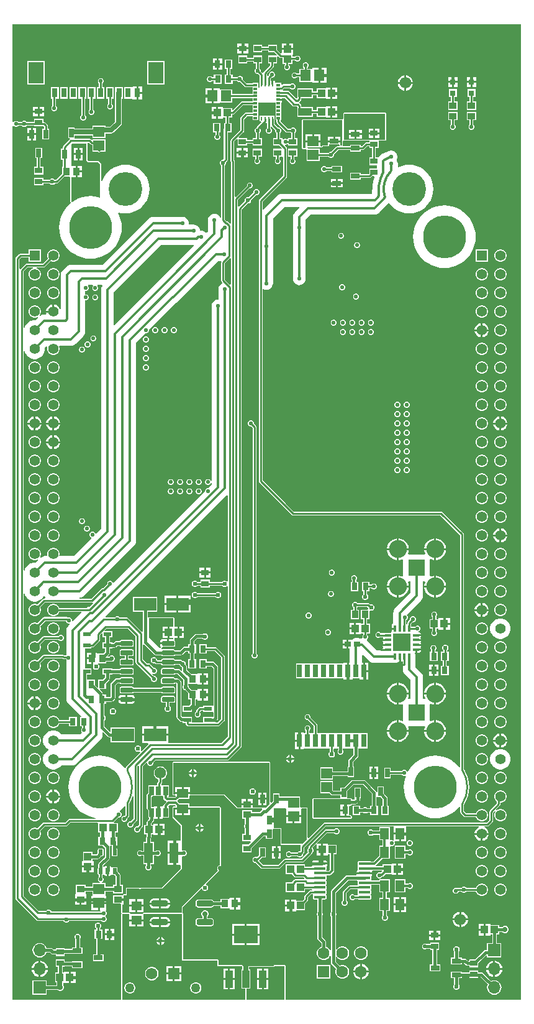
<source format=gtl>
G04*
G04 #@! TF.GenerationSoftware,Altium Limited,DefaultClient, ()*
G04*
G04 Layer_Physical_Order=1*
G04 Layer_Color=255*
%FSLAX44Y44*%
%MOMM*%
G71*
G04*
G04 #@! TF.SameCoordinates,8DA877EA-5960-4089-89AF-F9EF2ED2926F*
G04*
G04*
G04 #@! TF.FilePolarity,Positive*
G04*
G01*
G75*
%ADD16C,0.2032*%
%ADD20R,1.0000X2.3500*%
%ADD21R,3.2500X2.3500*%
%ADD22R,1.0500X1.0500*%
%ADD23R,0.8000X1.3000*%
%ADD24R,2.1000X3.0000*%
G04:AMPARAMS|DCode=25|XSize=0.3mm|YSize=0.9mm|CornerRadius=0.075mm|HoleSize=0mm|Usage=FLASHONLY|Rotation=0.000|XOffset=0mm|YOffset=0mm|HoleType=Round|Shape=RoundedRectangle|*
%AMROUNDEDRECTD25*
21,1,0.3000,0.7500,0,0,0.0*
21,1,0.1500,0.9000,0,0,0.0*
1,1,0.1500,0.0750,-0.3750*
1,1,0.1500,-0.0750,-0.3750*
1,1,0.1500,-0.0750,0.3750*
1,1,0.1500,0.0750,0.3750*
%
%ADD25ROUNDEDRECTD25*%
G04:AMPARAMS|DCode=26|XSize=0.3mm|YSize=0.9mm|CornerRadius=0.075mm|HoleSize=0mm|Usage=FLASHONLY|Rotation=270.000|XOffset=0mm|YOffset=0mm|HoleType=Round|Shape=RoundedRectangle|*
%AMROUNDEDRECTD26*
21,1,0.3000,0.7500,0,0,270.0*
21,1,0.1500,0.9000,0,0,270.0*
1,1,0.1500,-0.3750,-0.0750*
1,1,0.1500,-0.3750,0.0750*
1,1,0.1500,0.3750,0.0750*
1,1,0.1500,0.3750,-0.0750*
%
%ADD26ROUNDEDRECTD26*%
%ADD27R,2.4000X2.4000*%
%ADD30R,0.8500X0.6500*%
%ADD31R,1.0000X0.8000*%
G04:AMPARAMS|DCode=32|XSize=0.4mm|YSize=1.6mm|CornerRadius=0.044mm|HoleSize=0mm|Usage=FLASHONLY|Rotation=90.000|XOffset=0mm|YOffset=0mm|HoleType=Round|Shape=RoundedRectangle|*
%AMROUNDEDRECTD32*
21,1,0.4000,1.5120,0,0,90.0*
21,1,0.3120,1.6000,0,0,90.0*
1,1,0.0880,0.7560,0.1560*
1,1,0.0880,0.7560,-0.1560*
1,1,0.0880,-0.7560,-0.1560*
1,1,0.0880,-0.7560,0.1560*
%
%ADD32ROUNDEDRECTD32*%
%ADD33R,0.8000X1.0000*%
%ADD34R,1.0500X0.9000*%
%ADD35R,1.5000X1.4500*%
%ADD36R,0.8000X1.8000*%
%ADD37R,0.7000X1.8000*%
%ADD38R,0.9000X1.0500*%
%ADD39R,0.6500X1.1500*%
%ADD40R,0.6500X1.2000*%
%ADD41R,1.2000X1.5000*%
%ADD42R,1.0500X0.5500*%
%ADD43R,3.0500X1.8000*%
%ADD44R,1.0500X1.0500*%
G04:AMPARAMS|DCode=45|XSize=0.55mm|YSize=0.8mm|CornerRadius=0.0495mm|HoleSize=0mm|Usage=FLASHONLY|Rotation=180.000|XOffset=0mm|YOffset=0mm|HoleType=Round|Shape=RoundedRectangle|*
%AMROUNDEDRECTD45*
21,1,0.5500,0.7010,0,0,180.0*
21,1,0.4510,0.8000,0,0,180.0*
1,1,0.0990,-0.2255,0.3505*
1,1,0.0990,0.2255,0.3505*
1,1,0.0990,0.2255,-0.3505*
1,1,0.0990,-0.2255,-0.3505*
%
%ADD45ROUNDEDRECTD45*%
%ADD46R,1.4500X1.2000*%
G04:AMPARAMS|DCode=47|XSize=0.8mm|YSize=2.216mm|CornerRadius=0.2mm|HoleSize=0mm|Usage=FLASHONLY|Rotation=90.000|XOffset=0mm|YOffset=0mm|HoleType=Round|Shape=RoundedRectangle|*
%AMROUNDEDRECTD47*
21,1,0.8000,1.8160,0,0,90.0*
21,1,0.4000,2.2160,0,0,90.0*
1,1,0.4000,0.9080,0.2000*
1,1,0.4000,0.9080,-0.2000*
1,1,0.4000,-0.9080,-0.2000*
1,1,0.4000,-0.9080,0.2000*
%
%ADD47ROUNDEDRECTD47*%
G04:AMPARAMS|DCode=48|XSize=0.65mm|YSize=1.65mm|CornerRadius=0.0488mm|HoleSize=0mm|Usage=FLASHONLY|Rotation=90.000|XOffset=0mm|YOffset=0mm|HoleType=Round|Shape=RoundedRectangle|*
%AMROUNDEDRECTD48*
21,1,0.6500,1.5525,0,0,90.0*
21,1,0.5525,1.6500,0,0,90.0*
1,1,0.0975,0.7763,0.2763*
1,1,0.0975,0.7763,-0.2763*
1,1,0.0975,-0.7763,-0.2763*
1,1,0.0975,-0.7763,0.2763*
%
%ADD48ROUNDEDRECTD48*%
%ADD49R,1.5000X1.2000*%
%ADD50R,1.1500X2.8000*%
%ADD51R,1.1500X0.6500*%
%ADD52R,1.2000X0.6500*%
%ADD53R,1.4500X1.5000*%
%ADD54R,1.9000X1.1000*%
%ADD55R,0.8000X0.8000*%
%ADD114C,0.2540*%
%ADD115C,0.3429*%
%ADD116R,0.4750X0.3500*%
%ADD117R,0.2500X0.4750*%
%ADD118C,0.6000*%
%ADD119C,0.3810*%
%ADD120C,0.6350*%
%ADD121C,0.3048*%
%ADD122O,1.7000X1.7000*%
%ADD123R,1.7000X1.7000*%
%ADD124C,2.4500*%
%ADD125R,2.3000X2.3000*%
%ADD126C,1.5700*%
%ADD127R,1.5700X1.5700*%
%ADD128C,1.2700*%
%ADD129R,1.4210X1.4210*%
%ADD130C,1.4210*%
%ADD131C,4.6000*%
%ADD132C,1.6000*%
%ADD133R,1.6000X1.6000*%
%ADD134C,5.8420*%
%ADD135C,0.7366*%
%ADD136C,0.5588*%
%ADD137C,0.5080*%
%ADD138C,0.6096*%
G36*
X574510Y-289510D02*
X253355D01*
Y-243840D01*
X252952Y-242868D01*
X251980Y-242465D01*
X238115D01*
X237862Y-242570D01*
X237589D01*
X237395Y-242763D01*
X237143Y-242868D01*
X237038Y-243121D01*
X236845Y-243314D01*
X236740Y-243566D01*
Y-243840D01*
X203366D01*
X202394Y-244243D01*
X201992Y-245215D01*
Y-247100D01*
X200392D01*
Y-261390D01*
X197852D01*
Y-247100D01*
X195677D01*
Y-243840D01*
X195274Y-242868D01*
X194302Y-242465D01*
X161915D01*
Y-236220D01*
X161512Y-235248D01*
X160540Y-234845D01*
X113655D01*
Y-172720D01*
X113252Y-171748D01*
X113010Y-171647D01*
X113135Y-171345D01*
X113135Y-163129D01*
X138019Y-138245D01*
X139441Y-138619D01*
X139849Y-139606D01*
X141064Y-140821D01*
X142651Y-141478D01*
X144369D01*
X145956Y-140821D01*
X147171Y-139606D01*
X147828Y-138019D01*
Y-136301D01*
X147171Y-134714D01*
X145956Y-133499D01*
X144970Y-133091D01*
X144595Y-131669D01*
X161928Y-114336D01*
X161929Y-114336D01*
X162331Y-113364D01*
X162267Y-113209D01*
X161929Y-112392D01*
X161550Y-112013D01*
X161141Y-111025D01*
Y-109955D01*
X161550Y-108967D01*
X162307Y-108210D01*
X163295Y-107801D01*
X163830D01*
X164802Y-107398D01*
X165205Y-106426D01*
Y-27940D01*
X164802Y-26968D01*
X163830Y-26565D01*
X123070D01*
X121800Y-25717D01*
Y-22280D01*
X108289D01*
X105870Y-19861D01*
X105697Y-19050D01*
X105870Y-18239D01*
X108289Y-15820D01*
X121800D01*
Y-12383D01*
X123070Y-11535D01*
X169611D01*
X186988Y-28912D01*
X187960Y-29315D01*
X187960Y-29315D01*
X192870D01*
X192893Y-29305D01*
X194140Y-29250D01*
X194140Y-29250D01*
X194140Y-29250D01*
X207180D01*
X207180Y-29250D01*
Y-29250D01*
X208427Y-29305D01*
X208450Y-29315D01*
X221065D01*
X221450Y-30585D01*
X221231Y-30731D01*
X217719Y-34243D01*
X207180D01*
Y-31710D01*
X194140D01*
Y-43250D01*
X197423D01*
Y-50539D01*
X197040Y-50921D01*
X196390Y-52491D01*
Y-54189D01*
X197040Y-55759D01*
X197423Y-56141D01*
Y-63430D01*
X194390D01*
Y-73970D01*
X205152D01*
X205639Y-75143D01*
X202352Y-78430D01*
X194390D01*
Y-88970D01*
X206930D01*
Y-83008D01*
X223251Y-66687D01*
X226620D01*
Y-70470D01*
X235660D01*
Y-57653D01*
X236930Y-57023D01*
X237490Y-57255D01*
X246275D01*
Y-77470D01*
X246678Y-78442D01*
X247650Y-78845D01*
X273439D01*
X273992Y-80115D01*
X273705Y-80543D01*
X273508Y-81534D01*
Y-87149D01*
X273488Y-87170D01*
X272201D01*
X270631Y-87820D01*
X269601Y-88850D01*
X260968D01*
X260112Y-87995D01*
X258618Y-87376D01*
X257002D01*
X255508Y-87995D01*
X254365Y-89138D01*
X253746Y-90632D01*
Y-92248D01*
X254365Y-93742D01*
X255508Y-94885D01*
X257002Y-95504D01*
X258618D01*
X260112Y-94885D01*
X260968Y-94030D01*
X269601D01*
X270631Y-95060D01*
X272201Y-95710D01*
X273899D01*
X275469Y-95060D01*
X276670Y-93859D01*
X277320Y-92289D01*
Y-90663D01*
X277929Y-90053D01*
X278491Y-89213D01*
X278688Y-88222D01*
Y-82607D01*
X307905Y-53390D01*
X399499D01*
X400740Y-53460D01*
X400740Y-54660D01*
Y-62230D01*
X409280D01*
X417820D01*
X417820Y-53460D01*
X419061Y-53390D01*
X517006D01*
X517173Y-54660D01*
X516977Y-54712D01*
X514778Y-55982D01*
X512982Y-57778D01*
X511712Y-59977D01*
X511055Y-62430D01*
X520700D01*
X530345D01*
X529688Y-59977D01*
X528418Y-57778D01*
X526622Y-55982D01*
X524423Y-54712D01*
X524227Y-54660D01*
X524394Y-53390D01*
X528320D01*
X529311Y-53193D01*
X530151Y-52631D01*
X535231Y-47551D01*
X535793Y-46711D01*
X535990Y-45720D01*
Y-34827D01*
X538460Y-32356D01*
X539398Y-33157D01*
X538296Y-35067D01*
X537725Y-37197D01*
Y-39402D01*
X538296Y-41533D01*
X539398Y-43442D01*
X540958Y-45002D01*
X542867Y-46104D01*
X544997Y-46675D01*
X547203D01*
X549333Y-46104D01*
X551242Y-45002D01*
X552802Y-43442D01*
X553904Y-41533D01*
X554475Y-39402D01*
Y-37197D01*
X553904Y-35067D01*
X552802Y-33157D01*
X551242Y-31598D01*
X549333Y-30496D01*
X547203Y-29925D01*
X544997D01*
X542867Y-30496D01*
X540958Y-31598D01*
X540156Y-30660D01*
X545758Y-25059D01*
X546319Y-24219D01*
X546516Y-23228D01*
Y-21275D01*
X547203D01*
X549333Y-20704D01*
X551242Y-19602D01*
X552802Y-18042D01*
X553904Y-16133D01*
X554475Y-14002D01*
Y-11797D01*
X553904Y-9667D01*
X552802Y-7757D01*
X551242Y-6198D01*
X549333Y-5096D01*
X547203Y-4525D01*
X544997D01*
X542867Y-5096D01*
X540958Y-6198D01*
X539398Y-7757D01*
X538296Y-9667D01*
X537725Y-11797D01*
Y-14002D01*
X538296Y-16133D01*
X539398Y-18042D01*
X540958Y-19602D01*
X541337Y-19820D01*
Y-22155D01*
X531569Y-31923D01*
X531007Y-32763D01*
X530810Y-33754D01*
Y-44647D01*
X527247Y-48210D01*
X306832D01*
X305841Y-48407D01*
X305001Y-48969D01*
X284488Y-69482D01*
X283315Y-68995D01*
Y-29210D01*
X282912Y-28238D01*
X281940Y-27835D01*
X275168D01*
X274763Y-28003D01*
X274340Y-28113D01*
X274200Y-28218D01*
X272930Y-27585D01*
Y-12710D01*
X255390D01*
Y-12743D01*
X245160D01*
Y-8710D01*
X236120D01*
Y-18672D01*
X233688Y-21104D01*
X232515Y-20618D01*
Y33020D01*
X232112Y33992D01*
X231140Y34395D01*
X100330D01*
X99358Y33992D01*
X98955Y33020D01*
Y-10160D01*
X99358Y-11132D01*
X100330Y-11535D01*
X102720D01*
X103223Y-12307D01*
X103343Y-12708D01*
X102390Y-13661D01*
X93669D01*
X93602Y-13590D01*
X94030Y-12320D01*
X94030D01*
Y2220D01*
X85800D01*
X84990Y2220D01*
X84192D01*
X83790Y2623D01*
Y4183D01*
X84381Y4774D01*
X84943Y5614D01*
X85140Y6605D01*
Y10302D01*
X86070Y10552D01*
X88150Y11752D01*
X89848Y13450D01*
X91048Y15530D01*
X91670Y17849D01*
Y20251D01*
X91048Y22570D01*
X89848Y24650D01*
X88150Y26348D01*
X86070Y27548D01*
X83751Y28170D01*
X81349D01*
X79030Y27548D01*
X76950Y26348D01*
X75252Y24650D01*
X74051Y22570D01*
X73430Y20251D01*
Y17849D01*
X74051Y15530D01*
X75252Y13450D01*
X76950Y11752D01*
X79030Y10552D01*
X79960Y10302D01*
Y7678D01*
X78873Y6591D01*
X78312Y5751D01*
X78115Y4760D01*
Y3118D01*
X77217Y2220D01*
X75490Y2220D01*
X74220Y2220D01*
X65990D01*
Y-7742D01*
X65021Y-8711D01*
X64319Y-9761D01*
X64073Y-11000D01*
Y-28600D01*
X64319Y-29839D01*
X65021Y-30889D01*
X65990Y-31858D01*
Y-41820D01*
X67273D01*
Y-43211D01*
X65269Y-45215D01*
X65066Y-45518D01*
X64945Y-45639D01*
X64243Y-46690D01*
X63997Y-47928D01*
Y-51380D01*
X60390D01*
Y-64420D01*
X63673D01*
Y-66912D01*
X63297Y-67475D01*
X63050Y-68713D01*
Y-74380D01*
X59550D01*
Y-86933D01*
X57120D01*
X56912Y-86725D01*
X55418Y-86106D01*
X53802D01*
X52308Y-86725D01*
X51165Y-87868D01*
X50546Y-89362D01*
Y-90978D01*
X51165Y-92472D01*
X52308Y-93615D01*
X53802Y-94234D01*
X55418D01*
X56912Y-93615D01*
X57120Y-93407D01*
X59550D01*
Y-104920D01*
X62803D01*
Y-106710D01*
X62595Y-106918D01*
X61976Y-108412D01*
Y-110028D01*
X62595Y-111522D01*
X63738Y-112665D01*
X65232Y-113284D01*
X66848D01*
X68342Y-112665D01*
X69485Y-111522D01*
X70104Y-110028D01*
Y-108412D01*
X69485Y-106918D01*
X69277Y-106710D01*
Y-104920D01*
X73590D01*
Y-93407D01*
X76230D01*
X76438Y-93615D01*
X77932Y-94234D01*
X79548D01*
X81042Y-93615D01*
X82185Y-92472D01*
X82804Y-90978D01*
Y-89362D01*
X82185Y-87868D01*
X81042Y-86725D01*
X79548Y-86106D01*
X77932D01*
X76438Y-86725D01*
X76230Y-86933D01*
X73590D01*
Y-74380D01*
X69525D01*
Y-69893D01*
X69901Y-69330D01*
X70147Y-68091D01*
Y-64420D01*
X72620D01*
Y-65690D01*
X79140D01*
Y-57900D01*
Y-50110D01*
X72620D01*
Y-51380D01*
X70471D01*
Y-49169D01*
X72799Y-46841D01*
X73501Y-45790D01*
X73747Y-44552D01*
Y-44164D01*
X74220Y-43090D01*
X78740D01*
Y-34550D01*
Y-26010D01*
X74220D01*
Y-27280D01*
X70568D01*
X70547Y-27259D01*
Y-13581D01*
X71809Y-12320D01*
X75030Y-12320D01*
X76300Y-12320D01*
X83720D01*
X84530Y-12320D01*
X85763Y-12320D01*
X86661Y-13218D01*
Y-14724D01*
X86661Y-14725D01*
X86878Y-15815D01*
X87496Y-16739D01*
X89281Y-18524D01*
X89281Y-18524D01*
X90139Y-19098D01*
X90212Y-19171D01*
X90532Y-20502D01*
X87496Y-23538D01*
X86878Y-24462D01*
X86732Y-25195D01*
X86020Y-25818D01*
X85556Y-26010D01*
X81280D01*
Y-34550D01*
Y-43090D01*
X85800D01*
Y-41820D01*
X94030D01*
Y-27280D01*
X93607D01*
X93081Y-26010D01*
X94652Y-24439D01*
X102390D01*
X103343Y-25392D01*
X103223Y-25793D01*
X102720Y-26565D01*
X100330D01*
X99358Y-26968D01*
X98955Y-27940D01*
Y-40640D01*
X99358Y-41612D01*
X99358Y-41612D01*
X110385Y-52639D01*
Y-72519D01*
X109360Y-73110D01*
X109115Y-73110D01*
X102340D01*
Y-89650D01*
Y-106190D01*
X109115D01*
X109360Y-106190D01*
X110385Y-106781D01*
Y-111191D01*
X84521Y-137055D01*
X56032D01*
X55779Y-137160D01*
X55506D01*
X55145Y-137309D01*
X54075D01*
X53714Y-137160D01*
X53441D01*
X53188Y-137055D01*
X36830D01*
X35858Y-137458D01*
X35455Y-138430D01*
Y-145945D01*
X32440D01*
X31468Y-146348D01*
X31082Y-147280D01*
X18130D01*
Y-158820D01*
X28257D01*
X29105Y-160090D01*
Y-171345D01*
X29390Y-172033D01*
X29105Y-172720D01*
Y-289510D01*
X-118810D01*
Y900074D01*
X-118509Y900242D01*
X-117540Y900463D01*
X-116602Y899525D01*
X-115108Y898906D01*
X-113492D01*
X-111998Y899525D01*
X-111142Y900380D01*
X-106319D01*
X-105289Y899350D01*
X-103719Y898700D01*
X-102021D01*
X-100451Y899350D01*
X-99421Y900380D01*
X-89836D01*
Y899598D01*
X-77296D01*
X-76250Y899058D01*
Y896070D01*
X-78320D01*
Y882030D01*
X-69280D01*
Y896070D01*
X-71070D01*
Y900430D01*
X-71267Y901421D01*
X-71829Y902261D01*
X-74369Y904801D01*
X-75209Y905363D01*
X-76200Y905560D01*
X-77296D01*
Y910138D01*
X-89836D01*
Y905560D01*
X-99421D01*
X-100451Y906590D01*
X-102021Y907240D01*
X-103719D01*
X-105289Y906590D01*
X-106319Y905560D01*
X-111142D01*
X-111998Y906415D01*
X-113492Y907034D01*
X-115108D01*
X-116602Y906415D01*
X-117540Y905477D01*
X-118509Y905698D01*
X-118810Y905866D01*
Y1038810D01*
X574510D01*
Y-289510D01*
D02*
G37*
G36*
X231140Y-22860D02*
X226060Y-27940D01*
X208450D01*
Y-24750D01*
X200660D01*
X192870D01*
Y-27940D01*
X187960D01*
X170180Y-10160D01*
X123070D01*
Y-9820D01*
X113030D01*
X102990D01*
Y-10160D01*
X100330D01*
Y33020D01*
X231140D01*
Y-22860D01*
D02*
G37*
G36*
X163830Y-106426D02*
X163022D01*
X161528Y-107045D01*
X160385Y-108188D01*
X159766Y-109682D01*
Y-111298D01*
X160385Y-112792D01*
X160956Y-113364D01*
X111760Y-162560D01*
X111760Y-171345D01*
X61031D01*
X60926Y-171389D01*
X60815Y-171362D01*
X59623Y-171553D01*
X59261Y-171775D01*
X58868Y-171938D01*
X58824Y-172043D01*
X58727Y-172103D01*
X58628Y-172517D01*
X58544Y-172720D01*
X41556D01*
X41472Y-172517D01*
X41373Y-172103D01*
X41276Y-172043D01*
X41232Y-171938D01*
X40839Y-171775D01*
X40476Y-171553D01*
X39285Y-171362D01*
X39174Y-171389D01*
X39069Y-171345D01*
X30480D01*
Y-160090D01*
X32440D01*
Y-147320D01*
X36830D01*
Y-138430D01*
X53188D01*
X53802Y-138684D01*
X55418D01*
X56032Y-138430D01*
X85090D01*
X111760Y-111760D01*
Y-94891D01*
X113030Y-94043D01*
X113492Y-94234D01*
X115108D01*
X116602Y-93615D01*
X117745Y-92472D01*
X118364Y-90978D01*
Y-89362D01*
X117745Y-87868D01*
X116602Y-86725D01*
X115108Y-86106D01*
X113492D01*
X113030Y-86297D01*
X111760Y-85449D01*
Y-52070D01*
X100330Y-40640D01*
Y-27940D01*
X102990D01*
Y-28280D01*
X113030D01*
X123070D01*
Y-27940D01*
X163830D01*
Y-106426D01*
D02*
G37*
G36*
X281940Y-72030D02*
X276500Y-77470D01*
X247650D01*
Y-55880D01*
X237490D01*
Y-29210D01*
X253152D01*
X254120Y-29940D01*
X254120Y-30480D01*
Y-38460D01*
X274200D01*
Y-30480D01*
X274200Y-29940D01*
X275168Y-29210D01*
X281940D01*
Y-72030D01*
D02*
G37*
G36*
X112280Y-236220D02*
X160540D01*
Y-243840D01*
X194302D01*
Y-248370D01*
X192852D01*
Y-274410D01*
X198640D01*
Y-289510D01*
X30480D01*
Y-172720D01*
X39069D01*
X40260Y-172910D01*
X40260Y-173990D01*
Y-180180D01*
X50050D01*
X59840D01*
X59840Y-172910D01*
X61031Y-172720D01*
X112280D01*
Y-236220D01*
D02*
G37*
G36*
X251980Y-289510D02*
X200015D01*
Y-274410D01*
X205392D01*
Y-248370D01*
X203366D01*
Y-245215D01*
X236740D01*
X237712Y-244812D01*
X238115Y-243840D01*
X251980D01*
Y-289510D01*
D02*
G37*
%LPC*%
G36*
X241740Y1010990D02*
X229200D01*
Y1008310D01*
X221420D01*
Y1010990D01*
X208880D01*
Y1000450D01*
X221420D01*
Y1003130D01*
X229200D01*
Y1000450D01*
X238078D01*
X241268Y997260D01*
X240742Y995990D01*
X229200D01*
Y985450D01*
X232360D01*
Y982783D01*
X223519Y973941D01*
X222957Y973101D01*
X222943Y973026D01*
X221564Y972608D01*
X219420Y974753D01*
Y976209D01*
X218770Y977779D01*
X217740Y978809D01*
Y985450D01*
X221420D01*
Y995990D01*
X208880D01*
Y993310D01*
X201100D01*
Y995990D01*
X188560D01*
Y985450D01*
X201100D01*
Y988130D01*
X208880D01*
Y985450D01*
X212560D01*
Y978809D01*
X211530Y977779D01*
X210880Y976209D01*
Y974511D01*
X211530Y972941D01*
X212731Y971740D01*
X214301Y971090D01*
X215758D01*
X217760Y969087D01*
Y956575D01*
X217830Y956224D01*
Y953205D01*
X217094Y952659D01*
X215870Y953199D01*
D01*
Y958970D01*
X208580D01*
Y958540D01*
X200073D01*
X195290Y963323D01*
Y964779D01*
X194640Y966349D01*
X193439Y967550D01*
X191869Y968200D01*
X190171D01*
X188601Y967550D01*
X187571Y966520D01*
X180930D01*
Y970200D01*
X178250D01*
Y977980D01*
X180810D01*
Y990520D01*
X170270D01*
Y977980D01*
X173070D01*
Y970200D01*
X170390D01*
Y957660D01*
X180930D01*
Y961340D01*
X187571D01*
X188601Y960310D01*
X190171Y959660D01*
X191628D01*
X197169Y954119D01*
X198009Y953557D01*
X199000Y953360D01*
X208580D01*
Y943540D01*
X180850D01*
Y949840D01*
X163810Y949840D01*
X163620Y951031D01*
Y951110D01*
X155100D01*
Y941070D01*
Y931030D01*
X163620D01*
Y931109D01*
X163810Y932300D01*
X164890Y932300D01*
X180850D01*
Y938360D01*
X208580D01*
Y933540D01*
X194350D01*
X193359Y933343D01*
X192519Y932781D01*
X181430Y921693D01*
X180160Y922218D01*
Y924730D01*
X167930D01*
Y926000D01*
X161410D01*
Y918210D01*
Y910420D01*
X167930D01*
Y911690D01*
X171050D01*
Y904160D01*
X169120D01*
Y896910D01*
X169070Y896660D01*
Y855573D01*
X167397Y853900D01*
X166791D01*
X165221Y853250D01*
X164020Y852049D01*
X163370Y850479D01*
Y848781D01*
X164020Y847211D01*
X165221Y846010D01*
X165558Y845871D01*
Y787400D01*
Y775311D01*
X164288Y775058D01*
X163698Y776483D01*
X162324Y778274D01*
X160533Y779648D01*
X158448Y780512D01*
X156210Y780807D01*
X153972Y780512D01*
X151887Y779648D01*
X150096Y778274D01*
X148722Y776483D01*
X147858Y774398D01*
X147563Y772160D01*
Y756609D01*
X145603Y754649D01*
X144336Y754732D01*
X143915Y755281D01*
X142124Y756655D01*
X140039Y757519D01*
X137801Y757813D01*
X137506Y757775D01*
X136498Y758548D01*
X136368Y759539D01*
X135504Y761624D01*
X134130Y763415D01*
X132339Y764789D01*
X130254Y765653D01*
X128016Y765947D01*
X122170D01*
X121332Y766902D01*
X121423Y767588D01*
X121128Y769826D01*
X120264Y771911D01*
X118890Y773702D01*
X117099Y775076D01*
X115014Y775940D01*
X112776Y776235D01*
X72701D01*
X70463Y775940D01*
X68378Y775076D01*
X66587Y773702D01*
X3924Y711039D01*
X-39288D01*
X-41526Y710744D01*
X-43611Y709880D01*
X-45402Y708506D01*
X-45402Y708506D01*
X-50564Y703344D01*
X-51938Y701553D01*
X-52802Y699468D01*
X-52949Y698349D01*
X-53096Y697230D01*
X-53096Y697230D01*
Y650846D01*
X-54366Y650679D01*
X-54512Y651223D01*
X-55782Y653422D01*
X-57578Y655218D01*
X-59777Y656488D01*
X-62230Y657145D01*
Y647500D01*
X-63500D01*
Y646230D01*
X-73145D01*
X-72793Y644917D01*
X-73767Y643646D01*
X-76000D01*
X-78238Y643352D01*
X-80323Y642488D01*
X-80922Y642029D01*
X-81895Y642883D01*
X-81096Y644267D01*
X-80525Y646397D01*
Y648603D01*
X-81096Y650733D01*
X-82198Y652642D01*
X-83758Y654202D01*
X-85667Y655304D01*
X-87797Y655875D01*
X-90003D01*
X-92133Y655304D01*
X-94042Y654202D01*
X-95602Y652642D01*
X-96704Y650733D01*
X-97275Y648603D01*
Y646397D01*
X-96704Y644267D01*
X-95602Y642358D01*
X-94042Y640798D01*
X-92133Y639696D01*
X-90003Y639125D01*
X-87797D01*
X-85667Y639696D01*
X-84865Y640159D01*
X-84085Y639143D01*
X-87165Y636063D01*
X-90738D01*
X-94290Y635112D01*
X-97473Y633273D01*
X-100073Y630673D01*
X-101911Y627490D01*
X-102566Y625046D01*
X-103836Y625213D01*
X-103836Y702507D01*
X-98749Y707594D01*
X-91479D01*
X-91312Y706324D01*
X-92133Y706104D01*
X-94042Y705002D01*
X-95602Y703442D01*
X-96704Y701533D01*
X-97275Y699403D01*
Y697197D01*
X-96704Y695067D01*
X-95602Y693158D01*
X-94042Y691598D01*
X-92133Y690496D01*
X-90003Y689925D01*
X-87797D01*
X-85667Y690496D01*
X-83758Y691598D01*
X-82198Y693158D01*
X-81096Y695067D01*
X-80525Y697197D01*
Y699403D01*
X-81096Y701533D01*
X-82198Y703442D01*
X-83758Y705002D01*
X-85667Y706104D01*
X-86488Y706324D01*
X-86321Y707594D01*
X-77016D01*
X-76025Y707791D01*
X-75185Y708353D01*
X-67309Y716228D01*
X-66733Y715896D01*
X-64603Y715325D01*
X-62397D01*
X-60267Y715896D01*
X-58358Y716998D01*
X-56798Y718558D01*
X-55696Y720467D01*
X-55125Y722597D01*
Y724803D01*
X-55696Y726933D01*
X-56798Y728842D01*
X-58358Y730402D01*
X-60267Y731504D01*
X-62397Y732075D01*
X-64603D01*
X-66733Y731504D01*
X-68642Y730402D01*
X-70202Y728842D01*
X-71304Y726933D01*
X-71875Y724803D01*
Y722597D01*
X-71304Y720467D01*
X-70971Y719891D01*
X-78089Y712774D01*
X-99822D01*
X-100813Y712577D01*
X-101653Y712015D01*
X-108257Y705411D01*
X-108408Y705185D01*
X-109678Y705571D01*
Y718763D01*
X-107331Y721110D01*
X-97275D01*
Y715325D01*
X-80525D01*
Y732075D01*
X-97275D01*
Y726290D01*
X-108404D01*
X-109395Y726093D01*
X-110235Y725531D01*
X-114099Y721667D01*
X-114661Y720827D01*
X-114858Y719836D01*
X-114858Y-151772D01*
X-114661Y-152763D01*
X-114100Y-153603D01*
X-86039Y-181663D01*
X-85199Y-182225D01*
X-84208Y-182422D01*
X-49479D01*
X-49340Y-182759D01*
X-48139Y-183960D01*
X-46569Y-184610D01*
X-44871D01*
X-43301Y-183960D01*
X-42100Y-182759D01*
X-41961Y-182422D01*
X1922D01*
X2778Y-183277D01*
X4272Y-183896D01*
X5888D01*
X7382Y-183277D01*
X8525Y-182134D01*
X9144Y-180640D01*
Y-179024D01*
X8525Y-177530D01*
X7479Y-176484D01*
X7427Y-175768D01*
X7479Y-175052D01*
X8525Y-174006D01*
X9144Y-172512D01*
Y-170896D01*
X8525Y-169402D01*
X8023Y-168900D01*
X8549Y-167630D01*
X8770D01*
Y-159110D01*
X0D01*
Y-167630D01*
X315D01*
X994Y-168900D01*
X851Y-169114D01*
X-66196Y-169114D01*
X-66230Y-169031D01*
X-67431Y-167830D01*
X-69001Y-167180D01*
X-70699D01*
X-72269Y-167830D01*
X-73299Y-168860D01*
X-83255D01*
X-103836Y-148279D01*
X-103836Y263387D01*
X-102566Y263554D01*
X-101911Y261110D01*
X-100073Y257927D01*
X-97473Y255327D01*
X-94290Y253489D01*
X-90738Y252537D01*
X-87062D01*
X-83511Y253489D01*
X-80326Y255327D01*
X-77727Y257927D01*
X-76835Y259471D01*
X-75565D01*
X-74673Y257927D01*
X-74510Y257763D01*
X-74996Y256590D01*
X-76000D01*
X-76991Y256393D01*
X-77831Y255831D01*
X-85091Y248571D01*
X-85667Y248904D01*
X-87797Y249475D01*
X-90003D01*
X-92133Y248904D01*
X-94042Y247802D01*
X-95602Y246242D01*
X-96704Y244333D01*
X-97275Y242203D01*
Y239997D01*
X-96704Y237867D01*
X-95602Y235958D01*
X-94042Y234398D01*
X-92133Y233296D01*
X-90003Y232725D01*
X-87797D01*
X-85667Y233296D01*
X-83758Y234398D01*
X-82198Y235958D01*
X-81096Y237867D01*
X-80525Y239997D01*
Y242203D01*
X-81096Y244333D01*
X-81428Y244909D01*
X-74927Y251410D01*
X-10610D01*
X-9618Y251607D01*
X-8862Y250585D01*
X-14036Y245411D01*
X-15660Y245197D01*
X-17745Y244333D01*
X-18584Y243690D01*
X-55524D01*
X-55696Y244333D01*
X-56798Y246242D01*
X-58358Y247802D01*
X-60267Y248904D01*
X-62397Y249475D01*
X-64603D01*
X-66733Y248904D01*
X-68642Y247802D01*
X-70202Y246242D01*
X-71304Y244333D01*
X-71875Y242203D01*
Y239997D01*
X-71304Y237867D01*
X-70202Y235958D01*
X-68642Y234398D01*
X-66733Y233296D01*
X-64603Y232725D01*
X-62397D01*
X-60267Y233296D01*
X-58358Y234398D01*
X-56798Y235958D01*
X-55696Y237867D01*
X-55524Y238510D01*
X-25645D01*
X-25159Y237337D01*
X-36927Y225569D01*
X-37626Y225834D01*
X-38100Y226192D01*
Y227630D01*
X-38719Y229124D01*
X-39862Y230267D01*
X-41356Y230886D01*
X-42972D01*
X-43292Y230754D01*
X-44030Y231247D01*
X-45021Y231444D01*
X-75746D01*
X-76737Y231247D01*
X-77577Y230685D01*
X-85091Y223172D01*
X-85667Y223504D01*
X-87797Y224075D01*
X-90003D01*
X-92133Y223504D01*
X-94042Y222402D01*
X-95602Y220842D01*
X-96704Y218933D01*
X-97275Y216803D01*
Y214597D01*
X-96704Y212467D01*
X-95602Y210558D01*
X-94042Y208998D01*
X-92133Y207896D01*
X-90003Y207325D01*
X-87797D01*
X-85667Y207896D01*
X-83758Y208998D01*
X-82198Y210558D01*
X-81096Y212467D01*
X-80525Y214597D01*
Y216803D01*
X-81096Y218933D01*
X-81428Y219509D01*
X-74673Y226264D01*
X-46228D01*
Y226014D01*
X-45609Y224520D01*
X-44466Y223377D01*
X-42972Y222758D01*
X-41533D01*
X-41176Y222284D01*
X-40911Y221585D01*
X-42944Y219552D01*
X-44318Y217761D01*
X-45182Y215675D01*
X-45329Y214556D01*
X-45476Y213438D01*
X-45476Y213437D01*
Y179220D01*
X-45576Y179120D01*
X-48140D01*
X-48651Y179631D01*
X-49492Y180193D01*
X-50483Y180390D01*
X-76000D01*
X-76991Y180193D01*
X-77831Y179631D01*
X-85091Y172372D01*
X-85667Y172704D01*
X-87797Y173275D01*
X-90003D01*
X-92133Y172704D01*
X-94042Y171602D01*
X-95602Y170042D01*
X-96704Y168133D01*
X-97275Y166003D01*
Y163797D01*
X-96704Y161667D01*
X-95602Y159758D01*
X-94042Y158198D01*
X-92133Y157096D01*
X-90003Y156525D01*
X-87797D01*
X-85667Y157096D01*
X-83758Y158198D01*
X-82198Y159758D01*
X-81096Y161667D01*
X-80525Y163797D01*
Y166003D01*
X-81096Y168133D01*
X-81428Y168709D01*
X-74927Y175210D01*
X-51555D01*
X-51044Y174699D01*
X-50204Y174137D01*
X-49212Y173940D01*
X-45956D01*
X-45476Y173461D01*
Y119888D01*
X-45476Y119888D01*
X-45329Y118769D01*
X-45182Y117650D01*
X-44318Y115565D01*
X-42944Y113774D01*
X-25513Y96343D01*
X-25999Y95170D01*
X-26980D01*
Y82630D01*
X-24180D01*
Y80628D01*
X-25035Y79772D01*
X-25654Y78278D01*
Y76662D01*
X-25035Y75168D01*
X-24119Y74251D01*
X-26424Y71947D01*
X-52400D01*
X-54927Y74473D01*
X-58110Y76311D01*
X-61662Y77263D01*
X-65338D01*
X-68889Y76311D01*
X-72073Y74473D01*
X-74673Y71873D01*
X-76512Y68689D01*
X-77463Y65138D01*
Y61462D01*
X-76512Y57910D01*
X-74673Y54727D01*
X-72073Y52127D01*
X-70529Y51235D01*
Y49965D01*
X-72073Y49073D01*
X-74673Y46473D01*
X-76512Y43289D01*
X-77463Y39738D01*
Y36062D01*
X-76512Y32510D01*
X-74673Y29327D01*
X-72073Y26727D01*
X-68889Y24889D01*
X-65338Y23937D01*
X-61662D01*
X-58110Y24889D01*
X-54927Y26727D01*
X-52400Y29253D01*
X-38005D01*
X-38005Y29253D01*
X-36886Y29401D01*
X-35767Y29548D01*
X-33681Y30412D01*
X-31891Y31786D01*
X907Y64584D01*
X907Y64584D01*
X2281Y66374D01*
X3145Y68460D01*
X3440Y70698D01*
Y74143D01*
X4613Y74629D01*
X10318Y68924D01*
X11368Y68222D01*
X12607Y67976D01*
X14820D01*
Y60850D01*
X47860D01*
Y81390D01*
X14820D01*
Y75374D01*
X13550Y74848D01*
X6321Y82077D01*
Y90452D01*
X7430Y91561D01*
X8080Y93131D01*
Y94829D01*
X7430Y96399D01*
X6321Y97507D01*
Y106735D01*
X6300Y106842D01*
Y113110D01*
X8332D01*
Y116143D01*
X15548D01*
X16787Y116389D01*
X17837Y117091D01*
X20069Y119323D01*
X20771Y120373D01*
X21017Y121612D01*
Y138359D01*
X24201Y141543D01*
X27060D01*
X27102Y141332D01*
X27490Y140750D01*
X28072Y140362D01*
X28758Y140226D01*
X44282D01*
X44968Y140362D01*
X45550Y140750D01*
X45938Y141332D01*
X46074Y142017D01*
Y147542D01*
X45938Y148228D01*
X45550Y148810D01*
X44968Y149198D01*
X44282Y149334D01*
X28758D01*
X28072Y149198D01*
X27490Y148810D01*
X27102Y148228D01*
X27060Y148017D01*
X22860D01*
X21621Y147771D01*
X20571Y147069D01*
X15491Y141989D01*
X14789Y140939D01*
X14543Y139700D01*
Y122953D01*
X14207Y122617D01*
X8332D01*
Y125650D01*
X4205D01*
Y126795D01*
X3958Y128034D01*
X3257Y129084D01*
X84Y132257D01*
X570Y133430D01*
X8332D01*
Y141392D01*
X12479Y145538D01*
X13181Y146589D01*
X13427Y147828D01*
Y153460D01*
X16710D01*
Y154243D01*
X27060D01*
X27102Y154032D01*
X27490Y153450D01*
X28072Y153062D01*
X28758Y152926D01*
X44282D01*
X44968Y153062D01*
X45550Y153450D01*
X45938Y154032D01*
X46074Y154718D01*
Y160243D01*
X45938Y160928D01*
X45550Y161510D01*
X44968Y161898D01*
X44282Y162034D01*
X28758D01*
X28072Y161898D01*
X27490Y161510D01*
X27102Y160928D01*
X27060Y160717D01*
X16710D01*
Y161500D01*
X3670D01*
Y153460D01*
X6953D01*
Y149168D01*
X3754Y145970D01*
X-2208D01*
Y136207D01*
X-3381Y135721D01*
X-6553Y138894D01*
X-6668Y138970D01*
Y145970D01*
X-17207D01*
X-17845Y146976D01*
Y153460D01*
X-11290D01*
Y161500D01*
X-20262D01*
Y189020D01*
X-11290D01*
Y190450D01*
X-10160D01*
X-9169Y190647D01*
X-8329Y191209D01*
X-709Y198829D01*
X-147Y199669D01*
X50Y200660D01*
Y207207D01*
X2497Y209654D01*
X3670Y209168D01*
Y204260D01*
X6953D01*
Y197060D01*
X3670D01*
Y189020D01*
X6953D01*
Y184351D01*
X4382Y181780D01*
X-2500D01*
X-2580Y181780D01*
X-3770Y181973D01*
Y183050D01*
X-9540D01*
Y175260D01*
Y167470D01*
X-9206D01*
X-8720Y166297D01*
X-8741Y166276D01*
X-9398Y164689D01*
Y162971D01*
X-8741Y161384D01*
X-7526Y160169D01*
X-5939Y159512D01*
X-4221D01*
X-2634Y160169D01*
X-1419Y161384D01*
X-762Y162971D01*
Y164689D01*
X-1419Y166276D01*
X-2594Y167451D01*
X-2584Y168652D01*
X-2580Y168740D01*
X-2500Y168740D01*
X8960D01*
Y171261D01*
X13709D01*
X13837Y171132D01*
X15407Y170482D01*
X17105D01*
X18675Y171132D01*
X19876Y172333D01*
X20526Y173903D01*
Y175601D01*
X19876Y177171D01*
X18675Y178372D01*
X17105Y179022D01*
X15407D01*
X13837Y178372D01*
X13201Y177735D01*
X11153D01*
X10667Y178909D01*
X12479Y180721D01*
X13181Y181771D01*
X13427Y183010D01*
Y189020D01*
X16710D01*
Y189803D01*
X20015D01*
X21254Y190049D01*
X22304Y190751D01*
X23896Y192343D01*
X27060D01*
X27102Y192132D01*
X27490Y191550D01*
X28072Y191162D01*
X28758Y191026D01*
X44282D01*
X44968Y191162D01*
X45550Y191550D01*
X45938Y192132D01*
X46074Y192817D01*
Y198342D01*
X45938Y199028D01*
X45550Y199610D01*
X44968Y199998D01*
X44282Y200134D01*
X28758D01*
X28072Y199998D01*
X27490Y199610D01*
X27102Y199028D01*
X27060Y198817D01*
X22555D01*
X21316Y198571D01*
X20266Y197869D01*
X18674Y196277D01*
X16710D01*
Y197060D01*
X13427D01*
Y204260D01*
X16710D01*
Y212300D01*
X6802D01*
X6316Y213473D01*
X8693Y215850D01*
X38297D01*
X48730Y205417D01*
Y170096D01*
X48927Y169105D01*
X49489Y168265D01*
X69605Y148149D01*
X69596Y148128D01*
Y146512D01*
X70215Y145018D01*
X71358Y143875D01*
X72852Y143256D01*
X74468D01*
X75962Y143875D01*
X77105Y145018D01*
X77724Y146512D01*
Y148128D01*
X77105Y149622D01*
X75962Y150765D01*
X74468Y151384D01*
X73694D01*
X71120Y153958D01*
X71874Y154916D01*
X73368Y154297D01*
X74985D01*
X76478Y154916D01*
X77621Y156059D01*
X78240Y157553D01*
Y159170D01*
X77621Y160663D01*
X76478Y161807D01*
X74985Y162425D01*
X73775D01*
X68796Y167403D01*
X67956Y167965D01*
X66965Y168162D01*
X64100D01*
X58990Y173273D01*
Y193716D01*
X60260Y194242D01*
X73911Y180591D01*
X74961Y179889D01*
X76200Y179643D01*
X83560D01*
X83602Y179432D01*
X83990Y178850D01*
X84572Y178462D01*
X85258Y178326D01*
X100782D01*
X101468Y178462D01*
X102050Y178850D01*
X102438Y179432D01*
X102480Y179643D01*
X110490D01*
X111729Y179889D01*
X112779Y180591D01*
X116911Y184723D01*
X120580D01*
Y181690D01*
X122613D01*
Y173910D01*
X120580D01*
Y161370D01*
X131120D01*
Y173910D01*
X129087D01*
Y181690D01*
X131120D01*
Y194230D01*
X129087D01*
Y198677D01*
X132405Y201995D01*
X140201D01*
X140837Y201358D01*
X142407Y200708D01*
X144105D01*
X145675Y201358D01*
X146876Y202559D01*
X147526Y204129D01*
Y205827D01*
X146876Y207397D01*
X145675Y208598D01*
X144105Y209248D01*
X142407D01*
X140837Y208598D01*
X140709Y208469D01*
X131064D01*
X129825Y208223D01*
X128775Y207521D01*
X123561Y202307D01*
X122859Y201257D01*
X122613Y200018D01*
Y194230D01*
X120580D01*
Y191197D01*
X115570D01*
X114331Y190951D01*
X113281Y190249D01*
X109149Y186117D01*
X102480D01*
X102438Y186328D01*
X102050Y186910D01*
X101468Y187298D01*
X100782Y187434D01*
X85258D01*
X84595Y187303D01*
X84501Y187367D01*
X84482Y187386D01*
X83906Y188362D01*
X83993Y188570D01*
X84207Y188831D01*
X84592Y190101D01*
X85513Y190968D01*
X85770Y191026D01*
X100782D01*
X101468Y191162D01*
X102050Y191550D01*
X102438Y192132D01*
X102574Y192817D01*
Y198342D01*
X102438Y199028D01*
X102050Y199610D01*
X101499Y200234D01*
X101635Y201260D01*
X101705Y201429D01*
Y203030D01*
X105810D01*
Y210820D01*
Y218610D01*
X101705D01*
Y229870D01*
X101302Y230842D01*
X100330Y231245D01*
X67310D01*
X66338Y230842D01*
X66327Y230816D01*
X65057Y231069D01*
Y238650D01*
X78340D01*
Y259190D01*
X45300D01*
Y238650D01*
X58583D01*
Y211870D01*
X57313Y211344D01*
X38225Y230431D01*
X37385Y230993D01*
X36394Y231190D01*
X27579D01*
X26549Y232220D01*
X24979Y232870D01*
X23281D01*
X21711Y232220D01*
X20681Y231190D01*
X8095D01*
X7609Y232363D01*
X173021Y397775D01*
X174194Y397289D01*
Y280494D01*
X172924Y279968D01*
X172372Y280521D01*
X170785Y281178D01*
X169067D01*
X167480Y280521D01*
X166409Y279450D01*
X149780D01*
Y282250D01*
X137240D01*
Y279450D01*
X133057D01*
X131986Y280521D01*
X130399Y281178D01*
X128681D01*
X127094Y280521D01*
X125879Y279306D01*
X125222Y277719D01*
Y276001D01*
X125879Y274414D01*
X127094Y273199D01*
X128681Y272542D01*
X130399D01*
X131986Y273199D01*
X133057Y274270D01*
X137240D01*
Y271710D01*
X149780D01*
Y274270D01*
X166409D01*
X167480Y273199D01*
X169067Y272542D01*
X170785D01*
X172372Y273199D01*
X172924Y273752D01*
X174194Y273226D01*
Y68347D01*
X165587Y59740D01*
X93130D01*
Y69850D01*
X75340D01*
X57550D01*
Y59580D01*
X65552D01*
X66077Y58310D01*
X56724Y48957D01*
X55731Y49624D01*
X56388Y51211D01*
Y52929D01*
X55731Y54516D01*
X54516Y55731D01*
X52929Y56388D01*
X51211D01*
X49624Y55731D01*
X48409Y54516D01*
X47752Y52929D01*
Y51211D01*
X48409Y49624D01*
X49624Y48409D01*
X51211Y47752D01*
X52929D01*
X54516Y48409D01*
X55183Y47416D01*
X35875Y28107D01*
X35313Y27267D01*
X35122Y26302D01*
X34855Y26132D01*
X33901Y25842D01*
X33826Y25955D01*
X30148Y30148D01*
X25955Y33826D01*
X21318Y36924D01*
X16316Y39391D01*
X11035Y41184D01*
X5565Y42271D01*
X0Y42636D01*
X-5565Y42271D01*
X-11035Y41184D01*
X-16316Y39391D01*
X-21318Y36924D01*
X-25955Y33826D01*
X-30148Y30148D01*
X-33826Y25955D01*
X-36924Y21318D01*
X-39391Y16316D01*
X-41184Y11035D01*
X-42271Y5565D01*
X-42636Y0D01*
X-42271Y-5565D01*
X-41184Y-11035D01*
X-39391Y-16316D01*
X-36924Y-21318D01*
X-33826Y-25955D01*
X-30148Y-30148D01*
X-25955Y-33826D01*
X-21318Y-36924D01*
X-16316Y-39391D01*
X-11035Y-41184D01*
X-5565Y-42271D01*
X-5656Y-43535D01*
X-41094D01*
X-42085Y-43732D01*
X-42925Y-44293D01*
X-47204Y-48573D01*
X-76362D01*
X-77353Y-48770D01*
X-78194Y-49331D01*
X-85091Y-56228D01*
X-85667Y-55896D01*
X-87797Y-55325D01*
X-90003D01*
X-92133Y-55896D01*
X-94042Y-56998D01*
X-95602Y-58558D01*
X-96704Y-60467D01*
X-97275Y-62597D01*
Y-64803D01*
X-96704Y-66933D01*
X-95602Y-68842D01*
X-94042Y-70402D01*
X-92133Y-71504D01*
X-90003Y-72075D01*
X-87797D01*
X-85667Y-71504D01*
X-83758Y-70402D01*
X-82198Y-68842D01*
X-81096Y-66933D01*
X-80525Y-64803D01*
Y-62597D01*
X-81096Y-60467D01*
X-81428Y-59891D01*
X-75290Y-53752D01*
X-46131D01*
X-45140Y-53555D01*
X-44300Y-52994D01*
X-40021Y-48714D01*
X-3328D01*
X-2109Y-48837D01*
X-2109Y-49984D01*
Y-61877D01*
X39D01*
Y-67564D01*
X-1994D01*
Y-80104D01*
X3968D01*
X6923Y-83059D01*
Y-95179D01*
X-1109Y-103211D01*
X-1811Y-104261D01*
X-2057Y-105500D01*
Y-109379D01*
X-2348Y-109573D01*
X-2738Y-110156D01*
X-2875Y-110845D01*
Y-117855D01*
X-2738Y-118544D01*
X-2348Y-119128D01*
X-1764Y-119518D01*
X-1365Y-119597D01*
Y-122617D01*
X-2175Y-123428D01*
X-2794Y-124922D01*
Y-126538D01*
X-2175Y-128032D01*
X-1032Y-129175D01*
X-127Y-129550D01*
X-380Y-130820D01*
X-10040D01*
Y-135688D01*
X-19630D01*
Y-133280D01*
X-32670D01*
Y-144740D01*
X-32670Y-144820D01*
X-32863Y-146010D01*
X-33940D01*
Y-151780D01*
X-18360D01*
Y-146010D01*
X-19437D01*
X-19630Y-144820D01*
X-19630Y-144740D01*
Y-142162D01*
X-10040D01*
X-10040Y-147860D01*
X-11231Y-148050D01*
X-11310D01*
Y-156570D01*
X-1270D01*
X8770D01*
Y-148050D01*
X8691D01*
X7500Y-147860D01*
X7500Y-146780D01*
Y-142162D01*
X18130D01*
Y-144820D01*
X31170D01*
Y-133280D01*
X27887D01*
Y-120070D01*
X27641Y-118831D01*
X26939Y-117781D01*
X24234Y-115077D01*
Y-110845D01*
X24097Y-110156D01*
X23707Y-109573D01*
X23124Y-109183D01*
X22435Y-109046D01*
X17925D01*
X17236Y-109183D01*
X16994Y-109345D01*
X16436Y-109492D01*
X15430Y-109116D01*
X15123Y-108657D01*
X14119Y-107986D01*
X12935Y-107751D01*
X11950D01*
Y-114350D01*
Y-120950D01*
X12935D01*
X14119Y-120714D01*
X15123Y-120043D01*
X15430Y-119584D01*
X16436Y-119208D01*
X16994Y-119356D01*
X17236Y-119518D01*
X17925Y-119655D01*
X19656D01*
X21413Y-121411D01*
Y-133280D01*
X18130D01*
Y-135688D01*
X7500D01*
Y-130820D01*
X2920D01*
X2668Y-129550D01*
X3572Y-129175D01*
X4715Y-128032D01*
X5334Y-126538D01*
Y-124922D01*
X4715Y-123428D01*
X3815Y-122527D01*
Y-119779D01*
X4933Y-119212D01*
X5930Y-119584D01*
X6237Y-120043D01*
X7241Y-120714D01*
X8425Y-120950D01*
X9410D01*
Y-114350D01*
Y-107751D01*
X8425D01*
X7241Y-107986D01*
X6237Y-108657D01*
X5930Y-109116D01*
X5687Y-109207D01*
X4417Y-108400D01*
Y-106841D01*
X12449Y-98809D01*
X13151Y-97759D01*
X13397Y-96520D01*
Y-81718D01*
X13329Y-81374D01*
X14311Y-80104D01*
X16098D01*
Y-88005D01*
X16125Y-88144D01*
Y-92355D01*
X16262Y-93044D01*
X16652Y-93628D01*
X17236Y-94018D01*
X17925Y-94155D01*
X22435D01*
X23124Y-94018D01*
X23707Y-93628D01*
X24097Y-93044D01*
X24234Y-92355D01*
Y-85345D01*
X24097Y-84656D01*
X23707Y-84073D01*
X23124Y-83682D01*
X22572Y-83573D01*
Y-80104D01*
X23546D01*
Y-67564D01*
X21331D01*
Y-61877D01*
X24431D01*
Y-48837D01*
X19672D01*
X19146Y-47567D01*
X25297Y-41417D01*
X26507D01*
X28000Y-40798D01*
X29144Y-39655D01*
X29762Y-38161D01*
Y-36544D01*
X29144Y-35051D01*
X28000Y-33907D01*
X27659Y-33766D01*
X27452Y-32513D01*
X30148Y-30148D01*
X33826Y-25955D01*
X33901Y-25842D01*
X35116Y-26211D01*
Y-37929D01*
X33930Y-39116D01*
X32720D01*
X31226Y-39735D01*
X30083Y-40878D01*
X29464Y-42372D01*
Y-43988D01*
X30083Y-45482D01*
X31226Y-46625D01*
X32720Y-47244D01*
X34336D01*
X35830Y-46625D01*
X36973Y-45482D01*
X37592Y-43988D01*
Y-42779D01*
X39537Y-40833D01*
X40099Y-39993D01*
X40296Y-39002D01*
Y-23095D01*
X42918Y-17777D01*
X44872Y-12023D01*
X46099Y-12298D01*
Y-42695D01*
X42057Y-46736D01*
X40848D01*
X39354Y-47355D01*
X38211Y-48498D01*
X37592Y-49992D01*
Y-51608D01*
X38211Y-53102D01*
X39354Y-54245D01*
X40848Y-54864D01*
X42464D01*
X43958Y-54245D01*
X45101Y-53102D01*
X45720Y-51608D01*
Y-50399D01*
X50520Y-45599D01*
X51081Y-44758D01*
X51279Y-43767D01*
Y28566D01*
X52281Y29569D01*
X52375Y29557D01*
X53506Y28997D01*
Y-51402D01*
X51891Y-53017D01*
X51291Y-53594D01*
X49992D01*
X48498Y-54213D01*
X47355Y-55356D01*
X46736Y-56850D01*
Y-58466D01*
X47355Y-59960D01*
X48498Y-61103D01*
X49992Y-61722D01*
X51608D01*
X53102Y-61103D01*
X54245Y-59960D01*
X54864Y-58466D01*
Y-57344D01*
X55499Y-56733D01*
X55514Y-56712D01*
X55536Y-56697D01*
X57927Y-54306D01*
X58488Y-53466D01*
X58685Y-52475D01*
Y28353D01*
X63471Y33138D01*
X64741Y32612D01*
Y31987D01*
X65359Y30493D01*
X66503Y29350D01*
X67996Y28731D01*
X69613D01*
X71107Y29350D01*
X72250Y30493D01*
X72869Y31987D01*
Y33604D01*
X72856Y33634D01*
X75387Y36165D01*
X173375D01*
X174366Y36362D01*
X175206Y36923D01*
X192331Y54049D01*
X192893Y54889D01*
X193090Y55880D01*
Y786327D01*
X195336Y788573D01*
D01*
X201322Y794560D01*
X202779D01*
X204349Y795210D01*
X205550Y796411D01*
X206200Y797981D01*
Y799437D01*
X212959Y806196D01*
X214168D01*
X215662Y806815D01*
X216805Y807958D01*
X217424Y809452D01*
Y811068D01*
X216805Y812562D01*
X215662Y813705D01*
X214168Y814324D01*
X212552D01*
X211058Y813705D01*
X209915Y812562D01*
X209296Y811068D01*
Y809858D01*
X202537Y803100D01*
X201081D01*
X199511Y802450D01*
X198310Y801249D01*
X197660Y799679D01*
Y798223D01*
X189788Y790350D01*
X188518Y790876D01*
Y799535D01*
X204068Y815086D01*
X205278D01*
X206772Y815705D01*
X207915Y816848D01*
X208534Y818342D01*
Y819958D01*
X207915Y821452D01*
X206772Y822595D01*
X205278Y823214D01*
X203661D01*
X202168Y822595D01*
X201025Y821452D01*
X200406Y819958D01*
Y818748D01*
X185216Y803558D01*
X183946Y804084D01*
Y852170D01*
X183749Y853161D01*
X183438Y853626D01*
Y879291D01*
X186867Y882720D01*
X188040Y882234D01*
Y873450D01*
X200580D01*
Y876130D01*
X208360D01*
Y873450D01*
X220900D01*
Y883990D01*
X217740D01*
Y890631D01*
X218770Y891661D01*
X219420Y893231D01*
Y894929D01*
X218770Y896499D01*
X218625Y896643D01*
X226530Y904548D01*
X227800Y904022D01*
Y897529D01*
X226770Y896499D01*
X226120Y894929D01*
Y893231D01*
X226770Y891661D01*
X227971Y890460D01*
X229541Y889810D01*
X231239D01*
X232809Y890460D01*
X234010Y891661D01*
X234660Y893231D01*
Y894929D01*
X234010Y896499D01*
X232980Y897529D01*
Y898732D01*
X234250Y899258D01*
X238820Y894688D01*
Y893231D01*
X239470Y891661D01*
X240500Y890631D01*
Y883990D01*
X236300D01*
Y873450D01*
X245177D01*
X246758Y871869D01*
X246781Y871753D01*
X247343Y870913D01*
X247995Y870260D01*
X247470Y868990D01*
X236300D01*
Y858450D01*
X239980D01*
Y855328D01*
X239125Y854472D01*
X238506Y852978D01*
Y851362D01*
X239125Y849868D01*
X240268Y848725D01*
X241762Y848106D01*
X243378D01*
X244872Y848725D01*
X246015Y849868D01*
X246634Y851362D01*
Y852978D01*
X246015Y854472D01*
X245160Y855328D01*
Y857552D01*
X246058Y858450D01*
X248840Y858450D01*
X249632Y857508D01*
Y832669D01*
X217371Y800407D01*
X216809Y799567D01*
X216612Y798576D01*
Y787400D01*
Y416814D01*
X216809Y415823D01*
X217371Y414983D01*
X261567Y370787D01*
X262407Y370225D01*
X263398Y370028D01*
X263398Y370028D01*
X464255D01*
X491515Y342769D01*
Y27324D01*
X490245Y26846D01*
X487348Y30148D01*
X483155Y33826D01*
X478518Y36924D01*
X473516Y39391D01*
X468235Y41184D01*
X462765Y42271D01*
X457200Y42636D01*
X451635Y42271D01*
X446165Y41184D01*
X440884Y39391D01*
X435882Y36924D01*
X431245Y33826D01*
X427052Y30148D01*
X423374Y25955D01*
X420276Y21318D01*
X420112Y20987D01*
X418719Y21032D01*
X418481Y21606D01*
X417338Y22749D01*
X415844Y23368D01*
X414228D01*
X412734Y22749D01*
X411878Y21894D01*
X396810D01*
Y26120D01*
X387770D01*
Y12080D01*
X396810D01*
Y16714D01*
X411878D01*
X412734Y15859D01*
X414228Y15240D01*
X415844D01*
X416145Y15365D01*
X417163Y14411D01*
X416017Y11035D01*
X414929Y5565D01*
X414564Y0D01*
X414929Y-5565D01*
X416017Y-11035D01*
X417809Y-16316D01*
X420276Y-21318D01*
X423374Y-25955D01*
X427052Y-30148D01*
X431245Y-33826D01*
X435882Y-36924D01*
X440884Y-39391D01*
X446165Y-41184D01*
X451635Y-42271D01*
X457200Y-42636D01*
X462765Y-42271D01*
X468235Y-41184D01*
X473516Y-39391D01*
X478518Y-36924D01*
X483155Y-33826D01*
X487348Y-30148D01*
X490245Y-26846D01*
X491515Y-27324D01*
Y-34056D01*
X491712Y-35047D01*
X492273Y-35888D01*
X493017Y-36632D01*
X496517Y-40131D01*
X497357Y-40693D01*
X498348Y-40890D01*
X512724D01*
X512896Y-41533D01*
X513998Y-43442D01*
X515558Y-45002D01*
X517467Y-46104D01*
X519597Y-46675D01*
X521803D01*
X523933Y-46104D01*
X525842Y-45002D01*
X527402Y-43442D01*
X528504Y-41533D01*
X529075Y-39402D01*
Y-37197D01*
X528504Y-35067D01*
X527402Y-33157D01*
X525842Y-31598D01*
X523933Y-30496D01*
X521803Y-29925D01*
X519597D01*
X517467Y-30496D01*
X515558Y-31598D01*
X513998Y-33157D01*
X512896Y-35067D01*
X512723Y-35710D01*
X499421D01*
X496694Y-32984D01*
Y-24330D01*
X497431Y-23227D01*
X500118Y-17777D01*
X502072Y-12023D01*
X503257Y-6064D01*
X503655Y0D01*
X503257Y6064D01*
X502072Y12023D01*
X500397Y16956D01*
X500118Y17777D01*
X497431Y23227D01*
X496694Y24330D01*
D01*
Y343842D01*
X496497Y344833D01*
X495936Y345673D01*
X495192Y346417D01*
X467159Y374449D01*
X466319Y375011D01*
X465328Y375208D01*
X264471D01*
X253502Y386177D01*
X221792Y417887D01*
Y677809D01*
X222931Y678370D01*
X223007Y678312D01*
X225092Y677448D01*
X227330Y677153D01*
X229568Y677448D01*
X231653Y678312D01*
X233444Y679686D01*
X234818Y681477D01*
X235682Y683562D01*
X235977Y685800D01*
Y736600D01*
Y774675D01*
X251486Y790183D01*
X271598D01*
X272084Y789010D01*
X265666Y782592D01*
X264292Y780801D01*
X263428Y778716D01*
X263281Y777597D01*
X263134Y776478D01*
X263134Y776478D01*
Y762000D01*
Y692150D01*
X263428Y689912D01*
X264292Y687827D01*
X265666Y686036D01*
X267457Y684662D01*
X269542Y683798D01*
X271780Y683503D01*
X274018Y683798D01*
X276103Y684662D01*
X277894Y686036D01*
X279268Y687827D01*
X280132Y689912D01*
X280427Y692150D01*
Y762000D01*
Y772896D01*
X287173Y779642D01*
X373277D01*
X374698Y779643D01*
X375793Y779787D01*
X376891Y779925D01*
X376913Y779934D01*
X376936Y779937D01*
X377958Y780361D01*
X378981Y780778D01*
X379000Y780792D01*
X379021Y780801D01*
X379899Y781475D01*
X380779Y782143D01*
X384116Y785444D01*
X384131Y785463D01*
X384149Y785477D01*
X393394Y794722D01*
X394098Y794786D01*
X394997Y794625D01*
X398179Y790899D01*
X402131Y787524D01*
X406563Y784808D01*
X411365Y782819D01*
X416418Y781606D01*
X421600Y781198D01*
X426781Y781606D01*
X431835Y782819D01*
X436637Y784808D01*
X441069Y787524D01*
X445021Y790899D01*
X448396Y794851D01*
X451112Y799283D01*
X453101Y804085D01*
X454314Y809139D01*
X454722Y814320D01*
X454314Y819501D01*
X453101Y824555D01*
X451112Y829357D01*
X448878Y833003D01*
D01*
X448396Y833789D01*
X445021Y837741D01*
X441069Y841116D01*
X436637Y843832D01*
X431835Y845821D01*
X426781Y847034D01*
X421600Y847442D01*
X416418Y847034D01*
X411365Y845821D01*
X407426Y844190D01*
X406157Y845038D01*
Y848868D01*
X405862Y851106D01*
X404998Y853191D01*
X404604Y853704D01*
X405212Y854737D01*
X405814Y856913D01*
X405832Y859170D01*
X405265Y861355D01*
X404152Y863319D01*
X402569Y864928D01*
X400624Y866072D01*
X398448Y866674D01*
X396191Y866692D01*
X394006Y866125D01*
X386093Y862922D01*
X385570Y862626D01*
X384571Y862212D01*
X383029Y861029D01*
X382064Y860288D01*
X382058Y860280D01*
X381188Y859370D01*
X380342Y858524D01*
X379418Y857320D01*
X376490D01*
Y869880D01*
X380170D01*
Y880005D01*
X389140D01*
X390112Y880408D01*
X390515Y881380D01*
Y916940D01*
X390112Y917912D01*
X389140Y918315D01*
X333260D01*
X332288Y917912D01*
X331885Y916940D01*
Y909968D01*
X330615Y909253D01*
X330200Y909425D01*
X276860D01*
X275888Y909022D01*
X275485Y908050D01*
Y869950D01*
X275888Y868978D01*
X276860Y868575D01*
X280790D01*
X282060Y867727D01*
Y852180D01*
X299600D01*
Y858110D01*
X311871D01*
X312541Y857440D01*
X314111Y856790D01*
X315809D01*
X317379Y857440D01*
X318580Y858641D01*
X319230Y860211D01*
Y861667D01*
X324923Y867360D01*
X341230D01*
Y865430D01*
X355770D01*
Y867560D01*
X358310D01*
X359301Y867757D01*
X360141Y868319D01*
X364383Y872560D01*
X367630D01*
Y869880D01*
X371310D01*
Y857320D01*
X367630D01*
Y846780D01*
X377809D01*
Y842320D01*
X367630D01*
Y835443D01*
X366627Y834440D01*
X355570D01*
Y836370D01*
X341530D01*
Y827330D01*
X355570D01*
Y829260D01*
X367700D01*
X368691Y829457D01*
X369531Y830019D01*
X371292Y831780D01*
X373681D01*
X374445Y830765D01*
X372746Y824869D01*
X372305Y822272D01*
X372246Y821936D01*
X372187Y821795D01*
X372078Y820981D01*
X372034Y820651D01*
X371915Y819781D01*
X371853Y819414D01*
X371417Y807477D01*
X247904D01*
X247904Y807477D01*
X246785Y807329D01*
X245666Y807182D01*
X243581Y806318D01*
X241790Y804944D01*
X224246Y787400D01*
D01*
X222965Y786119D01*
X221792Y786605D01*
Y787400D01*
Y797503D01*
X254053Y829765D01*
X254615Y830605D01*
X254812Y831596D01*
Y869696D01*
X254615Y870687D01*
X254053Y871527D01*
X252059Y873521D01*
X252590Y874751D01*
X252630Y874776D01*
X253712D01*
X255206Y875395D01*
X255350Y875539D01*
X256620Y875013D01*
Y873450D01*
X269160D01*
Y883990D01*
X266000D01*
Y890631D01*
X267030Y891661D01*
X267680Y893231D01*
Y894929D01*
X267030Y896499D01*
X265829Y897700D01*
X264259Y898350D01*
X262561D01*
X260991Y897700D01*
X259961Y896670D01*
X256343D01*
X246353Y906660D01*
X246759Y907930D01*
X247120D01*
Y912930D01*
Y922930D01*
Y931660D01*
X248390D01*
Y934680D01*
X243475D01*
Y937220D01*
X248390D01*
Y938360D01*
X252089D01*
X262641Y927809D01*
X263481Y927247D01*
X264472Y927050D01*
X268129D01*
X269150Y926450D01*
Y912910D01*
X290690D01*
Y917090D01*
X295860D01*
Y912960D01*
X308090D01*
Y911690D01*
X314610D01*
Y919480D01*
Y927270D01*
X308090D01*
Y926000D01*
X295860D01*
Y922270D01*
X290690D01*
Y926450D01*
X274856D01*
Y927334D01*
X274659Y928325D01*
X274097Y929165D01*
X271908Y931355D01*
D01*
X271802Y931718D01*
X271857Y932955D01*
X274097Y935195D01*
X274659Y936035D01*
X274856Y937026D01*
Y937910D01*
X290690D01*
Y942090D01*
X295860D01*
Y938360D01*
X308090D01*
Y937090D01*
X314610D01*
Y944880D01*
Y952670D01*
X308090D01*
Y951400D01*
X295860D01*
Y947270D01*
X290690D01*
Y951450D01*
X269150D01*
Y938374D01*
X267924Y937805D01*
X257947Y947781D01*
X257107Y948343D01*
X256116Y948540D01*
X249959D01*
X249433Y949810D01*
X251490Y951867D01*
X259413D01*
X260493Y950787D01*
X261987Y950168D01*
X263603D01*
X265097Y950787D01*
X266240Y951930D01*
X266859Y953424D01*
Y955040D01*
X266240Y956534D01*
X265097Y957677D01*
X263603Y958296D01*
X261987D01*
X260493Y957677D01*
X259862Y957047D01*
X250417D01*
X249426Y956849D01*
X248586Y956288D01*
X248293Y955995D01*
X247120Y956481D01*
Y958970D01*
X239830D01*
X239140Y959954D01*
Y961490D01*
X236620D01*
Y956575D01*
X234080D01*
Y961490D01*
X232940D01*
Y964607D01*
X234202Y965869D01*
X235412D01*
X236905Y966488D01*
X238049Y967631D01*
X238667Y969125D01*
Y970742D01*
X238049Y972235D01*
X236905Y973379D01*
X235412Y973997D01*
X233795D01*
X232301Y973379D01*
X231158Y972235D01*
X230539Y970742D01*
Y969532D01*
X229210Y968202D01*
X227940Y968728D01*
D01*
Y971037D01*
X236781Y979879D01*
X237343Y980719D01*
X237540Y981710D01*
Y985450D01*
X241740D01*
Y994992D01*
X243010Y995518D01*
X244909Y993619D01*
X245749Y993057D01*
X246740Y992860D01*
X249270D01*
Y984950D01*
X252680D01*
Y983598D01*
X251825Y982742D01*
X251206Y981248D01*
Y979632D01*
X251825Y978138D01*
X252968Y976995D01*
X254462Y976376D01*
X256078D01*
X257572Y976995D01*
X258715Y978138D01*
X259334Y979632D01*
Y981248D01*
X258715Y982742D01*
X257860Y983598D01*
Y984950D01*
X262310D01*
Y989280D01*
X266082D01*
X266938Y988425D01*
X268432Y987806D01*
X270048D01*
X271542Y988425D01*
X272685Y989568D01*
X273304Y991062D01*
Y992678D01*
X272685Y994172D01*
X271542Y995315D01*
X270048Y995934D01*
X268432D01*
X266938Y995315D01*
X266082Y994460D01*
X262310D01*
Y997180D01*
X263580D01*
Y1003700D01*
X248000D01*
Y999649D01*
X246730Y999122D01*
X241740Y1004112D01*
Y1010990D01*
D02*
G37*
G36*
X202370Y1012260D02*
X196100D01*
Y1006990D01*
X202370D01*
Y1012260D01*
D02*
G37*
G36*
X193560D02*
X187290D01*
Y1006990D01*
X193560D01*
Y1012260D01*
D02*
G37*
G36*
X263580Y1012760D02*
X257060D01*
Y1006240D01*
X263580D01*
Y1012760D01*
D02*
G37*
G36*
X254520D02*
X248000D01*
Y1006240D01*
X254520D01*
Y1012760D01*
D02*
G37*
G36*
X202370Y1004450D02*
X196100D01*
Y999180D01*
X202370D01*
Y1004450D01*
D02*
G37*
G36*
X193560D02*
X187290D01*
Y999180D01*
X193560D01*
Y1004450D01*
D02*
G37*
G36*
X167080Y991790D02*
X161810D01*
Y985520D01*
X167080D01*
Y991790D01*
D02*
G37*
G36*
X159270D02*
X154000D01*
Y985520D01*
X159270D01*
Y991790D01*
D02*
G37*
G36*
X167080Y982980D02*
X161810D01*
Y976710D01*
X167080D01*
Y982980D01*
D02*
G37*
G36*
X159270D02*
X154000D01*
Y976710D01*
X159270D01*
Y982980D01*
D02*
G37*
G36*
X281478Y987044D02*
X279862D01*
X278368Y986425D01*
X277225Y985282D01*
X276606Y983788D01*
Y982172D01*
X277225Y980678D01*
X278080Y979822D01*
Y977780D01*
X272310D01*
Y971600D01*
X268588D01*
X267732Y972455D01*
X266238Y973074D01*
X264622D01*
X263128Y972455D01*
X261985Y971312D01*
X261366Y969818D01*
Y968202D01*
X261985Y966708D01*
X263128Y965565D01*
X264622Y964946D01*
X266238D01*
X267732Y965565D01*
X268588Y966420D01*
X272310D01*
Y960240D01*
X289350Y960240D01*
X289540Y959049D01*
Y958970D01*
X298060D01*
Y969010D01*
Y979050D01*
X289540D01*
Y978971D01*
X289350Y977780D01*
X288270Y977780D01*
X283260D01*
Y979822D01*
X284115Y980678D01*
X284734Y982172D01*
Y983788D01*
X284115Y985282D01*
X282972Y986425D01*
X281478Y987044D01*
D02*
G37*
G36*
X309120Y979050D02*
X300600D01*
Y970280D01*
X309120D01*
Y979050D01*
D02*
G37*
G36*
X165930Y970200D02*
X155390D01*
Y966520D01*
X153018D01*
X152162Y967375D01*
X150668Y967994D01*
X149052D01*
X147558Y967375D01*
X146415Y966232D01*
X145796Y964738D01*
Y963122D01*
X146415Y961628D01*
X147558Y960485D01*
X149052Y959866D01*
X150668D01*
X152162Y960485D01*
X153018Y961340D01*
X155390D01*
Y957660D01*
X165930D01*
Y970200D01*
D02*
G37*
G36*
X513270Y966540D02*
X508000D01*
Y961270D01*
X513270D01*
Y966540D01*
D02*
G37*
G36*
X487870D02*
X482600D01*
Y961270D01*
X487870D01*
Y966540D01*
D02*
G37*
G36*
X505460D02*
X500190D01*
Y961270D01*
X505460D01*
Y966540D01*
D02*
G37*
G36*
X480060D02*
X474790D01*
Y961270D01*
X480060D01*
Y966540D01*
D02*
G37*
G36*
X417928Y969240D02*
X417830D01*
Y960120D01*
X426950D01*
Y960218D01*
X426242Y962860D01*
X424874Y965230D01*
X422940Y967164D01*
X420570Y968532D01*
X417928Y969240D01*
D02*
G37*
G36*
X415290D02*
X415192D01*
X412550Y968532D01*
X410180Y967164D01*
X408246Y965230D01*
X406878Y962860D01*
X406170Y960218D01*
Y960120D01*
X415290D01*
Y969240D01*
D02*
G37*
G36*
X309120Y967740D02*
X300600D01*
Y958970D01*
X309120D01*
Y967740D01*
D02*
G37*
G36*
X88440Y988930D02*
X64900D01*
Y956390D01*
X88440D01*
Y988930D01*
D02*
G37*
G36*
X-75060D02*
X-98600D01*
Y956390D01*
X-75060D01*
Y988930D01*
D02*
G37*
G36*
X513270Y958730D02*
X508000D01*
Y953460D01*
X513270D01*
Y958730D01*
D02*
G37*
G36*
X505460D02*
X500190D01*
Y953460D01*
X505460D01*
Y958730D01*
D02*
G37*
G36*
X487870D02*
X482600D01*
Y953460D01*
X487870D01*
Y958730D01*
D02*
G37*
G36*
X480060D02*
X474790D01*
Y953460D01*
X480060D01*
Y958730D01*
D02*
G37*
G36*
X426950Y957580D02*
X417830D01*
Y948460D01*
X417928D01*
X420570Y949168D01*
X422940Y950536D01*
X424874Y952470D01*
X426242Y954840D01*
X426950Y957482D01*
Y957580D01*
D02*
G37*
G36*
X415290D02*
X406170D01*
Y957482D01*
X406878Y954840D01*
X408246Y952470D01*
X410180Y950536D01*
X412550Y949168D01*
X415192Y948460D01*
X415290D01*
Y957580D01*
D02*
G37*
G36*
X57710Y954200D02*
X52440D01*
Y946430D01*
X57710D01*
Y954200D01*
D02*
G37*
G36*
X323670Y952670D02*
X317150D01*
Y946150D01*
X323670D01*
Y952670D01*
D02*
G37*
G36*
X152560Y951110D02*
X144040D01*
Y942340D01*
X152560D01*
Y951110D01*
D02*
G37*
G36*
X2078Y965454D02*
X462D01*
X-1032Y964835D01*
X-2175Y963692D01*
X-2794Y962198D01*
Y960582D01*
X-2175Y959088D01*
X-1320Y958232D01*
Y952930D01*
X-4100D01*
Y937390D01*
X6440D01*
Y952930D01*
X3860D01*
Y958232D01*
X4715Y959088D01*
X5334Y960582D01*
Y962198D01*
X4715Y963692D01*
X3572Y964835D01*
X2078Y965454D01*
D02*
G37*
G36*
X-31060Y952930D02*
X-41600D01*
Y937390D01*
X-31060D01*
Y952930D01*
D02*
G37*
G36*
X-43560D02*
X-54100D01*
Y937390D01*
X-43560D01*
Y952930D01*
D02*
G37*
G36*
X323670Y943610D02*
X317150D01*
Y937090D01*
X323670D01*
Y943610D01*
D02*
G37*
G36*
X57710Y943890D02*
X52440D01*
Y936120D01*
X57710D01*
Y943890D01*
D02*
G37*
G36*
X49900Y954200D02*
X44630D01*
Y953914D01*
X43940Y952930D01*
X43360Y952930D01*
X33400D01*
Y937390D01*
X43360D01*
X43940Y937390D01*
X44630Y936406D01*
Y936120D01*
X49900D01*
Y945160D01*
Y954200D01*
D02*
G37*
G36*
X152560Y939800D02*
X144040D01*
Y931030D01*
X152560D01*
Y939800D01*
D02*
G37*
G36*
X18940Y952930D02*
X8400D01*
Y937390D01*
X11380D01*
Y930258D01*
X10525Y929402D01*
X9906Y927908D01*
Y926292D01*
X10525Y924798D01*
X11668Y923655D01*
X13162Y923036D01*
X14778D01*
X16272Y923655D01*
X17415Y924798D01*
X18034Y926292D01*
Y927908D01*
X17415Y929402D01*
X16560Y930258D01*
Y937390D01*
X18940D01*
Y952930D01*
D02*
G37*
G36*
X512000Y950270D02*
X501460D01*
Y939730D01*
X504140D01*
Y933520D01*
X500210D01*
Y921980D01*
X513250D01*
Y933520D01*
X509320D01*
Y939730D01*
X512000D01*
Y950270D01*
D02*
G37*
G36*
X486600D02*
X476060D01*
Y939730D01*
X478740D01*
Y933520D01*
X474810D01*
Y921980D01*
X487850D01*
Y933520D01*
X483920D01*
Y939730D01*
X486600D01*
Y950270D01*
D02*
G37*
G36*
X-76026Y926408D02*
X-82296D01*
Y921138D01*
X-76026D01*
Y926408D01*
D02*
G37*
G36*
X-84836D02*
X-91106D01*
Y921138D01*
X-84836D01*
Y926408D01*
D02*
G37*
G36*
X323670Y927270D02*
X317150D01*
Y920750D01*
X323670D01*
Y927270D01*
D02*
G37*
G36*
X-56060Y952930D02*
X-66600D01*
Y937390D01*
X-64820D01*
Y927718D01*
X-65675Y926862D01*
X-66294Y925368D01*
Y923752D01*
X-65675Y922258D01*
X-64532Y921115D01*
X-63038Y920496D01*
X-61422D01*
X-59928Y921115D01*
X-58785Y922258D01*
X-58166Y923752D01*
Y925368D01*
X-58785Y926862D01*
X-59640Y927718D01*
Y937390D01*
X-56060D01*
Y952930D01*
D02*
G37*
G36*
X158870Y926000D02*
X152350D01*
Y919480D01*
X158870D01*
Y926000D01*
D02*
G37*
G36*
X-6060Y952930D02*
X-16600D01*
Y937390D01*
X-14020D01*
Y922638D01*
X-14875Y921782D01*
X-15494Y920288D01*
Y918672D01*
X-14875Y917178D01*
X-13732Y916035D01*
X-12238Y915416D01*
X-10622D01*
X-9128Y916035D01*
X-7985Y917178D01*
X-7366Y918672D01*
Y920288D01*
X-7985Y921782D01*
X-8840Y922638D01*
Y937390D01*
X-6060D01*
Y952930D01*
D02*
G37*
G36*
X-76026Y918598D02*
X-82296D01*
Y913328D01*
X-76026D01*
Y918598D01*
D02*
G37*
G36*
X-84836D02*
X-91106D01*
Y913328D01*
X-84836D01*
Y918598D01*
D02*
G37*
G36*
X323670Y918210D02*
X317150D01*
Y911690D01*
X323670D01*
Y918210D01*
D02*
G37*
G36*
X158870Y916940D02*
X152350D01*
Y910420D01*
X158870D01*
Y916940D01*
D02*
G37*
G36*
X-18560Y952930D02*
X-29100D01*
Y937390D01*
X-25450D01*
Y915018D01*
X-26305Y914162D01*
X-26924Y912668D01*
Y911052D01*
X-26305Y909558D01*
X-25162Y908415D01*
X-23668Y907796D01*
X-22052D01*
X-20558Y908415D01*
X-19415Y909558D01*
X-18796Y911052D01*
Y912668D01*
X-19415Y914162D01*
X-20270Y915018D01*
Y937390D01*
X-18560D01*
Y952930D01*
D02*
G37*
G36*
X31440D02*
X20900D01*
Y944773D01*
X20813Y944335D01*
Y906062D01*
X13878Y899127D01*
X7500D01*
Y900420D01*
X-10040D01*
Y896432D01*
X-34330D01*
Y898070D01*
X-43370D01*
Y891886D01*
X-43382Y891825D01*
Y890800D01*
X-43370Y890739D01*
Y883530D01*
X-41109D01*
X-40724Y882260D01*
X-41201Y881941D01*
X-50181Y872961D01*
X-50743Y872121D01*
X-50940Y871130D01*
Y869070D01*
X-52870D01*
Y854530D01*
X-50940D01*
Y844720D01*
X-51620D01*
Y835342D01*
X-60023Y826940D01*
X-61441D01*
X-62351Y827850D01*
X-63921Y828500D01*
X-65619D01*
X-67189Y827850D01*
X-68099Y826940D01*
X-77030D01*
Y829620D01*
X-89570D01*
Y819080D01*
X-77030D01*
Y821760D01*
X-68339D01*
X-67189Y820610D01*
X-65619Y819960D01*
X-63921D01*
X-62351Y820610D01*
X-61201Y821760D01*
X-58950D01*
X-57959Y821957D01*
X-57119Y822519D01*
X-47958Y831680D01*
X-41073D01*
X-40225Y830410D01*
Y797229D01*
X-40145Y797037D01*
X-40166Y796830D01*
X-39951Y796569D01*
X-39822Y796257D01*
X-39608Y795004D01*
X-42887Y792128D01*
X-46565Y787935D01*
X-49663Y783298D01*
X-52130Y778296D01*
X-53923Y773015D01*
X-55010Y767545D01*
X-55375Y761980D01*
X-55010Y756414D01*
X-53923Y750945D01*
X-52130Y745664D01*
X-49663Y740661D01*
X-46565Y736024D01*
X-42887Y731831D01*
X-38694Y728154D01*
X-34057Y725056D01*
X-29055Y722589D01*
X-23774Y720796D01*
X-18304Y719708D01*
X-12739Y719343D01*
X-7174Y719708D01*
X-1704Y720796D01*
X3577Y722589D01*
X8579Y725056D01*
X13216Y728154D01*
X17409Y731831D01*
X21087Y736024D01*
X24185Y740661D01*
X26652Y745664D01*
X28444Y750945D01*
X29532Y756414D01*
X29897Y761980D01*
X29532Y767545D01*
X28444Y773015D01*
X26652Y778296D01*
X25090Y781462D01*
X25883Y782455D01*
X29418Y781606D01*
X34600Y781198D01*
X39781Y781606D01*
X44835Y782819D01*
X49637Y784808D01*
X54069Y787524D01*
X58021Y790899D01*
X61396Y794851D01*
X64112Y799283D01*
X66101Y804085D01*
X67314Y809139D01*
X67722Y814320D01*
X67314Y819501D01*
X66101Y824555D01*
X64112Y829357D01*
X61396Y833789D01*
X58021Y837741D01*
X54069Y841116D01*
X49637Y843832D01*
X44835Y845821D01*
X39781Y847034D01*
X34600Y847442D01*
X29418Y847034D01*
X24365Y845821D01*
X19563Y843832D01*
X15131Y841116D01*
X11179Y837741D01*
X7804Y833789D01*
X5088Y829357D01*
X3099Y824555D01*
X1895Y824698D01*
Y848360D01*
X1492Y849332D01*
X1492Y849332D01*
X-1048Y851872D01*
X-2020Y852275D01*
X-2020Y852275D01*
X-15421D01*
X-17155Y854009D01*
Y876300D01*
X-16286Y877520D01*
X-14883D01*
X-12923Y875561D01*
X-12083Y874999D01*
X-11092Y874802D01*
X-10040D01*
Y864880D01*
X-2074D01*
X-1741Y864657D01*
X-750Y864460D01*
X241Y864657D01*
X574Y864880D01*
X7500D01*
Y881920D01*
X-10040D01*
Y881662D01*
X-11213Y881176D01*
X-11979Y881941D01*
X-12819Y882503D01*
X-13810Y882700D01*
X-33404D01*
X-34330Y883530D01*
X-34330Y883970D01*
Y887368D01*
X-10040D01*
Y883380D01*
X7500D01*
Y890063D01*
X15755D01*
X17489Y890408D01*
X18960Y891390D01*
X28550Y900980D01*
X28550Y900980D01*
X29532Y902451D01*
X29877Y904185D01*
X29877Y904185D01*
Y937390D01*
X31440D01*
Y952930D01*
D02*
G37*
G36*
X487850Y919520D02*
X474810D01*
Y907980D01*
X478740D01*
Y902397D01*
X477885Y901542D01*
X477266Y900048D01*
Y898431D01*
X477885Y896937D01*
X479028Y895794D01*
X480522Y895175D01*
X482138D01*
X483632Y895794D01*
X484775Y896937D01*
X485394Y898431D01*
Y900048D01*
X484775Y901542D01*
X483920Y902397D01*
Y907980D01*
X487850D01*
Y919520D01*
D02*
G37*
G36*
X513250D02*
X500210D01*
Y907980D01*
X504140D01*
Y902318D01*
X503285Y901462D01*
X502666Y899968D01*
Y898352D01*
X503285Y896858D01*
X504428Y895715D01*
X505922Y895096D01*
X507538D01*
X509032Y895715D01*
X510175Y896858D01*
X510794Y898352D01*
Y899968D01*
X510175Y901462D01*
X509320Y902318D01*
Y907980D01*
X513250D01*
Y919520D01*
D02*
G37*
G36*
X-87010Y897340D02*
X-91530D01*
Y890320D01*
X-87010D01*
Y897340D01*
D02*
G37*
G36*
X-94070D02*
X-98590D01*
Y890320D01*
X-94070D01*
Y897340D01*
D02*
G37*
G36*
X164660Y904160D02*
X154120D01*
Y891620D01*
X157430D01*
Y888348D01*
X156575Y887492D01*
X155956Y885998D01*
Y884382D01*
X156575Y882888D01*
X157718Y881745D01*
X159212Y881126D01*
X160828D01*
X162322Y881745D01*
X163465Y882888D01*
X164084Y884382D01*
Y885998D01*
X163465Y887492D01*
X162610Y888348D01*
Y891620D01*
X164660D01*
Y904160D01*
D02*
G37*
G36*
X-87010Y887780D02*
X-91530D01*
Y880760D01*
X-87010D01*
Y887780D01*
D02*
G37*
G36*
X-94070D02*
X-98590D01*
Y880760D01*
X-94070D01*
Y887780D01*
D02*
G37*
G36*
X201850Y870260D02*
X195580D01*
Y864990D01*
X201850D01*
Y870260D01*
D02*
G37*
G36*
X193040D02*
X186770D01*
Y864990D01*
X193040D01*
Y870260D01*
D02*
G37*
G36*
X201850Y862450D02*
X195580D01*
Y857180D01*
X201850D01*
Y862450D01*
D02*
G37*
G36*
X193040D02*
X186770D01*
Y857180D01*
X193040D01*
Y862450D01*
D02*
G37*
G36*
X269160Y868990D02*
X256620D01*
Y858450D01*
X260300D01*
Y855328D01*
X259445Y854472D01*
X258826Y852978D01*
Y851362D01*
X259445Y849868D01*
X260588Y848725D01*
X262082Y848106D01*
X263698D01*
X265192Y848725D01*
X266335Y849868D01*
X266954Y851362D01*
Y852978D01*
X266335Y854472D01*
X265480Y855328D01*
Y858450D01*
X269160D01*
Y868990D01*
D02*
G37*
G36*
X220900D02*
X208360D01*
Y858450D01*
X212040D01*
Y855328D01*
X211185Y854472D01*
X210566Y852978D01*
Y851362D01*
X211185Y849868D01*
X212328Y848725D01*
X213822Y848106D01*
X215438D01*
X216932Y848725D01*
X218075Y849868D01*
X218694Y851362D01*
Y852978D01*
X218075Y854472D01*
X217220Y855328D01*
Y858450D01*
X220900D01*
Y868990D01*
D02*
G37*
G36*
X330070Y845870D02*
X316030D01*
Y844016D01*
X309050D01*
X308118Y844947D01*
X306624Y845566D01*
X305008D01*
X303514Y844947D01*
X302371Y843804D01*
X301752Y842310D01*
Y840694D01*
X302371Y839200D01*
X303514Y838057D01*
X305008Y837438D01*
X306624D01*
X308118Y838057D01*
X308898Y838836D01*
X316030D01*
Y836830D01*
X330070D01*
Y845870D01*
D02*
G37*
G36*
X-78780Y870570D02*
X-87820D01*
Y856530D01*
X-85890D01*
Y844620D01*
X-89570D01*
Y834080D01*
X-77030D01*
Y844620D01*
X-80710D01*
Y856530D01*
X-78780D01*
Y870570D01*
D02*
G37*
G36*
X331340Y828140D02*
X324320D01*
Y823620D01*
X331340D01*
Y828140D01*
D02*
G37*
G36*
X321780D02*
X314760D01*
Y823620D01*
X321780D01*
Y828140D01*
D02*
G37*
G36*
X331340Y821080D02*
X324320D01*
Y816560D01*
X331340D01*
Y821080D01*
D02*
G37*
G36*
X321780D02*
X314760D01*
Y816560D01*
X321780D01*
Y821080D01*
D02*
G37*
G36*
X329738Y754634D02*
X328122D01*
X326628Y754015D01*
X325485Y752872D01*
X324866Y751378D01*
Y749762D01*
X325485Y748268D01*
X326628Y747125D01*
X328122Y746506D01*
X329738D01*
X331232Y747125D01*
X332375Y748268D01*
X332994Y749762D01*
Y751378D01*
X332375Y752872D01*
X331232Y754015D01*
X329738Y754634D01*
D02*
G37*
G36*
X351328Y741934D02*
X349712D01*
X348218Y741315D01*
X347075Y740172D01*
X346456Y738678D01*
Y737062D01*
X347075Y735568D01*
X348218Y734425D01*
X349712Y733806D01*
X351328D01*
X352822Y734425D01*
X353965Y735568D01*
X354584Y737062D01*
Y738678D01*
X353965Y740172D01*
X352822Y741315D01*
X351328Y741934D01*
D02*
G37*
G36*
X547203Y732075D02*
X544997D01*
X542867Y731504D01*
X540958Y730402D01*
X539398Y728842D01*
X538296Y726933D01*
X537725Y724803D01*
Y722598D01*
X538296Y720468D01*
X539398Y718558D01*
X540958Y716998D01*
X542867Y715896D01*
X544997Y715325D01*
X547203D01*
X549333Y715896D01*
X551242Y716998D01*
X552802Y718558D01*
X553904Y720468D01*
X554475Y722598D01*
Y724803D01*
X553904Y726933D01*
X552802Y728842D01*
X551242Y730402D01*
X549333Y731504D01*
X547203Y732075D01*
D02*
G37*
G36*
X529075D02*
X512325D01*
Y715325D01*
X529075D01*
Y732075D01*
D02*
G37*
G36*
X469859Y791915D02*
X464294Y791550D01*
X458824Y790462D01*
X453543Y788670D01*
X448541Y786203D01*
X443904Y783104D01*
X439711Y779427D01*
X436034Y775234D01*
X432935Y770597D01*
X430468Y765595D01*
X428676Y760314D01*
X427588Y754844D01*
X427223Y749279D01*
X427588Y743714D01*
X428676Y738244D01*
X430468Y732963D01*
X432935Y727961D01*
X436034Y723323D01*
X439711Y719130D01*
X443904Y715453D01*
X448541Y712355D01*
X453543Y709888D01*
X458824Y708095D01*
X464294Y707007D01*
X469859Y706643D01*
X475424Y707007D01*
X480894Y708095D01*
X486175Y709888D01*
X491177Y712355D01*
X495815Y715453D01*
X500008Y719130D01*
X503685Y723323D01*
X506783Y727961D01*
X509250Y732963D01*
X511043Y738244D01*
X512131Y743714D01*
X512496Y749279D01*
X512131Y754844D01*
X511043Y760314D01*
X509250Y765595D01*
X506783Y770597D01*
X503685Y775234D01*
X500008Y779427D01*
X495815Y783104D01*
X491177Y786203D01*
X486175Y788670D01*
X480894Y790462D01*
X475424Y791550D01*
X469859Y791915D01*
D02*
G37*
G36*
X547203Y706675D02*
X544997D01*
X542867Y706104D01*
X540958Y705002D01*
X539398Y703443D01*
X538296Y701533D01*
X537725Y699403D01*
Y697197D01*
X538296Y695068D01*
X539398Y693158D01*
X540958Y691598D01*
X542867Y690496D01*
X544997Y689925D01*
X547203D01*
X549333Y690496D01*
X551242Y691598D01*
X552802Y693158D01*
X553904Y695068D01*
X554475Y697197D01*
Y699403D01*
X553904Y701533D01*
X552802Y703443D01*
X551242Y705002D01*
X549333Y706104D01*
X547203Y706675D01*
D02*
G37*
G36*
X521803D02*
X519597D01*
X517467Y706104D01*
X515558Y705002D01*
X513998Y703443D01*
X512896Y701533D01*
X512325Y699403D01*
Y697197D01*
X512896Y695068D01*
X513998Y693158D01*
X515558Y691598D01*
X517467Y690496D01*
X519597Y689925D01*
X521803D01*
X523933Y690496D01*
X525842Y691598D01*
X527402Y693158D01*
X528504Y695068D01*
X529075Y697197D01*
Y699403D01*
X528504Y701533D01*
X527402Y703443D01*
X525842Y705002D01*
X523933Y706104D01*
X521803Y706675D01*
D02*
G37*
G36*
X-62397Y706675D02*
X-64603D01*
X-66733Y706104D01*
X-68642Y705002D01*
X-70202Y703442D01*
X-71304Y701533D01*
X-71875Y699403D01*
Y697197D01*
X-71304Y695067D01*
X-70202Y693158D01*
X-68642Y691598D01*
X-66733Y690496D01*
X-64603Y689925D01*
X-62397D01*
X-60267Y690496D01*
X-58358Y691598D01*
X-56798Y693158D01*
X-55696Y695067D01*
X-55125Y697197D01*
Y699403D01*
X-55696Y701533D01*
X-56798Y703442D01*
X-58358Y705002D01*
X-60267Y706104D01*
X-62397Y706675D01*
D02*
G37*
G36*
X331008Y684784D02*
X329392D01*
X327898Y684165D01*
X326755Y683022D01*
X326136Y681528D01*
Y679912D01*
X326755Y678418D01*
X327898Y677275D01*
X329392Y676656D01*
X331008D01*
X332502Y677275D01*
X333645Y678418D01*
X334264Y679912D01*
Y681528D01*
X333645Y683022D01*
X332502Y684165D01*
X331008Y684784D01*
D02*
G37*
G36*
X547203Y681275D02*
X544997D01*
X542867Y680704D01*
X540958Y679602D01*
X539398Y678043D01*
X538296Y676133D01*
X537725Y674003D01*
Y671797D01*
X538296Y669668D01*
X539398Y667758D01*
X540958Y666198D01*
X542867Y665096D01*
X544997Y664525D01*
X547203D01*
X549333Y665096D01*
X551242Y666198D01*
X552802Y667758D01*
X553904Y669668D01*
X554475Y671797D01*
Y674003D01*
X553904Y676133D01*
X552802Y678043D01*
X551242Y679602D01*
X549333Y680704D01*
X547203Y681275D01*
D02*
G37*
G36*
X521803D02*
X519597D01*
X517467Y680704D01*
X515558Y679602D01*
X513998Y678043D01*
X512896Y676133D01*
X512325Y674003D01*
Y671797D01*
X512896Y669668D01*
X513998Y667758D01*
X515558Y666198D01*
X517467Y665096D01*
X519597Y664525D01*
X521803D01*
X523933Y665096D01*
X525842Y666198D01*
X527402Y667758D01*
X528504Y669668D01*
X529075Y671797D01*
Y674003D01*
X528504Y676133D01*
X527402Y678043D01*
X525842Y679602D01*
X523933Y680704D01*
X521803Y681275D01*
D02*
G37*
G36*
X-62397Y681275D02*
X-64603D01*
X-66733Y680704D01*
X-68642Y679602D01*
X-70202Y678042D01*
X-71304Y676133D01*
X-71875Y674003D01*
Y671797D01*
X-71304Y669667D01*
X-70202Y667758D01*
X-68642Y666198D01*
X-66733Y665096D01*
X-64603Y664525D01*
X-62397D01*
X-60267Y665096D01*
X-58358Y666198D01*
X-56798Y667758D01*
X-55696Y669667D01*
X-55125Y671797D01*
Y674003D01*
X-55696Y676133D01*
X-56798Y678042D01*
X-58358Y679602D01*
X-60267Y680704D01*
X-62397Y681275D01*
D02*
G37*
G36*
X-87797D02*
X-90003D01*
X-92133Y680704D01*
X-94042Y679602D01*
X-95602Y678042D01*
X-96704Y676133D01*
X-97275Y674003D01*
Y671797D01*
X-96704Y669667D01*
X-95602Y667758D01*
X-94042Y666198D01*
X-92133Y665096D01*
X-90003Y664525D01*
X-87797D01*
X-85667Y665096D01*
X-83758Y666198D01*
X-82198Y667758D01*
X-81096Y669667D01*
X-80525Y671797D01*
Y674003D01*
X-81096Y676133D01*
X-82198Y678042D01*
X-83758Y679602D01*
X-85667Y680704D01*
X-87797Y681275D01*
D02*
G37*
G36*
X350058Y672084D02*
X348442D01*
X346948Y671465D01*
X345805Y670322D01*
X345186Y668828D01*
Y667212D01*
X345805Y665718D01*
X346948Y664575D01*
X348442Y663956D01*
X350058D01*
X351552Y664575D01*
X352695Y665718D01*
X353314Y667212D01*
Y668828D01*
X352695Y670322D01*
X351552Y671465D01*
X350058Y672084D01*
D02*
G37*
G36*
X-64770Y657145D02*
X-67223Y656488D01*
X-69422Y655218D01*
X-71218Y653422D01*
X-72488Y651223D01*
X-73145Y648770D01*
X-64770D01*
Y657145D01*
D02*
G37*
G36*
X547203Y655875D02*
X544997D01*
X542867Y655304D01*
X540958Y654202D01*
X539398Y652643D01*
X538296Y650733D01*
X537725Y648603D01*
Y646397D01*
X538296Y644268D01*
X539398Y642358D01*
X540958Y640798D01*
X542867Y639696D01*
X544997Y639125D01*
X547203D01*
X549333Y639696D01*
X551242Y640798D01*
X552802Y642358D01*
X553904Y644268D01*
X554475Y646397D01*
Y648603D01*
X553904Y650733D01*
X552802Y652643D01*
X551242Y654202D01*
X549333Y655304D01*
X547203Y655875D01*
D02*
G37*
G36*
X521803D02*
X519597D01*
X517467Y655304D01*
X515558Y654202D01*
X513998Y652643D01*
X512896Y650733D01*
X512325Y648603D01*
Y646397D01*
X512896Y644268D01*
X513998Y642358D01*
X515558Y640798D01*
X517467Y639696D01*
X519597Y639125D01*
X521803D01*
X523933Y639696D01*
X525842Y640798D01*
X527402Y642358D01*
X528504Y644268D01*
X529075Y646397D01*
Y648603D01*
X528504Y650733D01*
X527402Y652643D01*
X525842Y654202D01*
X523933Y655304D01*
X521803Y655875D01*
D02*
G37*
G36*
X370378Y636524D02*
X368762D01*
X367268Y635905D01*
X366125Y634762D01*
X365506Y633268D01*
Y631652D01*
X366125Y630158D01*
X367268Y629015D01*
X368762Y628396D01*
X370378D01*
X371872Y629015D01*
X373015Y630158D01*
X373634Y631652D01*
Y633268D01*
X373015Y634762D01*
X371872Y635905D01*
X370378Y636524D01*
D02*
G37*
G36*
X357678D02*
X356062D01*
X354568Y635905D01*
X353425Y634762D01*
X352806Y633268D01*
Y631652D01*
X353425Y630158D01*
X354568Y629015D01*
X356062Y628396D01*
X357678D01*
X359172Y629015D01*
X360315Y630158D01*
X360934Y631652D01*
Y633268D01*
X360315Y634762D01*
X359172Y635905D01*
X357678Y636524D01*
D02*
G37*
G36*
X344978D02*
X343362D01*
X341868Y635905D01*
X340725Y634762D01*
X340106Y633268D01*
Y631652D01*
X340725Y630158D01*
X341868Y629015D01*
X343362Y628396D01*
X344978D01*
X346472Y629015D01*
X347615Y630158D01*
X348234Y631652D01*
Y633268D01*
X347615Y634762D01*
X346472Y635905D01*
X344978Y636524D01*
D02*
G37*
G36*
X332278D02*
X330662D01*
X329168Y635905D01*
X328025Y634762D01*
X327406Y633268D01*
Y631652D01*
X328025Y630158D01*
X329168Y629015D01*
X330662Y628396D01*
X332278D01*
X333772Y629015D01*
X334915Y630158D01*
X335534Y631652D01*
Y633268D01*
X334915Y634762D01*
X333772Y635905D01*
X332278Y636524D01*
D02*
G37*
G36*
X319578D02*
X317962D01*
X316468Y635905D01*
X315325Y634762D01*
X314706Y633268D01*
Y631652D01*
X315325Y630158D01*
X316468Y629015D01*
X317962Y628396D01*
X319578D01*
X321072Y629015D01*
X322215Y630158D01*
X322834Y631652D01*
Y633268D01*
X322215Y634762D01*
X321072Y635905D01*
X319578Y636524D01*
D02*
G37*
G36*
X521970Y631745D02*
Y623370D01*
X530345D01*
X529688Y625823D01*
X528418Y628022D01*
X526622Y629818D01*
X524423Y631088D01*
X521970Y631745D01*
D02*
G37*
G36*
X519430Y631745D02*
X516977Y631088D01*
X514778Y629818D01*
X512982Y628022D01*
X511712Y625823D01*
X511055Y623370D01*
X519430D01*
Y631745D01*
D02*
G37*
G36*
X370378Y623824D02*
X368762D01*
X367268Y623205D01*
X366125Y622062D01*
X365506Y620568D01*
Y618952D01*
X366125Y617458D01*
X367268Y616315D01*
X368762Y615696D01*
X370378D01*
X371872Y616315D01*
X373015Y617458D01*
X373634Y618952D01*
Y620568D01*
X373015Y622062D01*
X371872Y623205D01*
X370378Y623824D01*
D02*
G37*
G36*
X357678D02*
X356062D01*
X354568Y623205D01*
X353425Y622062D01*
X352806Y620568D01*
Y618952D01*
X353425Y617458D01*
X354568Y616315D01*
X356062Y615696D01*
X357678D01*
X359172Y616315D01*
X360315Y617458D01*
X360934Y618952D01*
Y620568D01*
X360315Y622062D01*
X359172Y623205D01*
X357678Y623824D01*
D02*
G37*
G36*
X344978D02*
X343362D01*
X341868Y623205D01*
X340725Y622062D01*
X340106Y620568D01*
Y618952D01*
X340725Y617458D01*
X341868Y616315D01*
X343362Y615696D01*
X344978D01*
X346472Y616315D01*
X347615Y617458D01*
X348234Y618952D01*
Y620568D01*
X347615Y622062D01*
X346472Y623205D01*
X344978Y623824D01*
D02*
G37*
G36*
X332278D02*
X330662D01*
X329168Y623205D01*
X328025Y622062D01*
X327406Y620568D01*
Y618952D01*
X328025Y617458D01*
X329168Y616315D01*
X330662Y615696D01*
X332278D01*
X333772Y616315D01*
X334915Y617458D01*
X335534Y618952D01*
Y620568D01*
X334915Y622062D01*
X333772Y623205D01*
X332278Y623824D01*
D02*
G37*
G36*
X547203Y630475D02*
X544997D01*
X542867Y629904D01*
X540958Y628802D01*
X539398Y627243D01*
X538296Y625333D01*
X537725Y623203D01*
Y620998D01*
X538296Y618867D01*
X539398Y616958D01*
X540958Y615398D01*
X542867Y614296D01*
X544997Y613725D01*
X547203D01*
X549333Y614296D01*
X551242Y615398D01*
X552802Y616958D01*
X553904Y618867D01*
X554475Y620998D01*
Y623203D01*
X553904Y625333D01*
X552802Y627243D01*
X551242Y628802D01*
X549333Y629904D01*
X547203Y630475D01*
D02*
G37*
G36*
X519430Y620830D02*
X511055D01*
X511712Y618377D01*
X512982Y616178D01*
X514778Y614382D01*
X516977Y613112D01*
X519430Y612455D01*
Y620830D01*
D02*
G37*
G36*
X530345D02*
X521970D01*
Y612455D01*
X524423Y613112D01*
X526622Y614382D01*
X528418Y616178D01*
X529688Y618377D01*
X530345Y620830D01*
D02*
G37*
G36*
X547203Y605075D02*
X544997D01*
X542867Y604504D01*
X540958Y603402D01*
X539398Y601842D01*
X538296Y599933D01*
X537725Y597803D01*
Y595597D01*
X538296Y593467D01*
X539398Y591558D01*
X540958Y589998D01*
X542867Y588896D01*
X544997Y588325D01*
X547203D01*
X549333Y588896D01*
X551242Y589998D01*
X552802Y591558D01*
X553904Y593467D01*
X554475Y595597D01*
Y597803D01*
X553904Y599933D01*
X552802Y601842D01*
X551242Y603402D01*
X549333Y604504D01*
X547203Y605075D01*
D02*
G37*
G36*
X521803D02*
X519597D01*
X517467Y604504D01*
X515558Y603402D01*
X513998Y601842D01*
X512896Y599933D01*
X512325Y597803D01*
Y595597D01*
X512896Y593467D01*
X513998Y591558D01*
X515558Y589998D01*
X517467Y588896D01*
X519597Y588325D01*
X521803D01*
X523933Y588896D01*
X525842Y589998D01*
X527402Y591558D01*
X528504Y593467D01*
X529075Y595597D01*
Y597803D01*
X528504Y599933D01*
X527402Y601842D01*
X525842Y603402D01*
X523933Y604504D01*
X521803Y605075D01*
D02*
G37*
G36*
X547203Y579675D02*
X544997D01*
X542867Y579104D01*
X540958Y578002D01*
X539398Y576442D01*
X538296Y574533D01*
X537725Y572403D01*
Y570197D01*
X538296Y568068D01*
X539398Y566158D01*
X540958Y564598D01*
X542867Y563496D01*
X544997Y562925D01*
X547203D01*
X549333Y563496D01*
X551242Y564598D01*
X552802Y566158D01*
X553904Y568068D01*
X554475Y570197D01*
Y572403D01*
X553904Y574533D01*
X552802Y576442D01*
X551242Y578002D01*
X549333Y579104D01*
X547203Y579675D01*
D02*
G37*
G36*
X521803D02*
X519597D01*
X517467Y579104D01*
X515558Y578002D01*
X513998Y576442D01*
X512896Y574533D01*
X512325Y572403D01*
Y570197D01*
X512896Y568068D01*
X513998Y566158D01*
X515558Y564598D01*
X517467Y563496D01*
X519597Y562925D01*
X521803D01*
X523933Y563496D01*
X525842Y564598D01*
X527402Y566158D01*
X528504Y568068D01*
X529075Y570197D01*
Y572403D01*
X528504Y574533D01*
X527402Y576442D01*
X525842Y578002D01*
X523933Y579104D01*
X521803Y579675D01*
D02*
G37*
G36*
X547203Y554275D02*
X544997D01*
X542867Y553704D01*
X540958Y552602D01*
X539398Y551043D01*
X538296Y549133D01*
X537725Y547003D01*
Y544798D01*
X538296Y542668D01*
X539398Y540758D01*
X540958Y539198D01*
X542867Y538096D01*
X544997Y537525D01*
X547203D01*
X549333Y538096D01*
X551242Y539198D01*
X552802Y540758D01*
X553904Y542668D01*
X554475Y544798D01*
Y547003D01*
X553904Y549133D01*
X552802Y551043D01*
X551242Y552602D01*
X549333Y553704D01*
X547203Y554275D01*
D02*
G37*
G36*
X521803D02*
X519597D01*
X517467Y553704D01*
X515558Y552602D01*
X513998Y551043D01*
X512896Y549133D01*
X512325Y547003D01*
Y544798D01*
X512896Y542668D01*
X513998Y540758D01*
X515558Y539198D01*
X517467Y538096D01*
X519597Y537525D01*
X521803D01*
X523933Y538096D01*
X525842Y539198D01*
X527402Y540758D01*
X528504Y542668D01*
X529075Y544798D01*
Y547003D01*
X528504Y549133D01*
X527402Y551043D01*
X525842Y552602D01*
X523933Y553704D01*
X521803Y554275D01*
D02*
G37*
G36*
X419158Y524764D02*
X417542D01*
X416048Y524145D01*
X414905Y523002D01*
X414286Y521508D01*
Y519892D01*
X414905Y518398D01*
X416048Y517255D01*
X417542Y516636D01*
X419158D01*
X420652Y517255D01*
X421795Y518398D01*
X422414Y519892D01*
Y521508D01*
X421795Y523002D01*
X420652Y524145D01*
X419158Y524764D01*
D02*
G37*
G36*
X406458D02*
X404842D01*
X403348Y524145D01*
X402205Y523002D01*
X401586Y521508D01*
Y519892D01*
X402205Y518398D01*
X403348Y517255D01*
X404842Y516636D01*
X406458D01*
X407952Y517255D01*
X409095Y518398D01*
X409714Y519892D01*
Y521508D01*
X409095Y523002D01*
X407952Y524145D01*
X406458Y524764D01*
D02*
G37*
G36*
X547203Y528875D02*
X544997D01*
X542867Y528304D01*
X540958Y527202D01*
X539398Y525643D01*
X538296Y523733D01*
X537725Y521603D01*
Y519398D01*
X538296Y517267D01*
X539398Y515358D01*
X540958Y513798D01*
X542867Y512696D01*
X544997Y512125D01*
X547203D01*
X549333Y512696D01*
X551242Y513798D01*
X552802Y515358D01*
X553904Y517267D01*
X554475Y519398D01*
Y521603D01*
X553904Y523733D01*
X552802Y525643D01*
X551242Y527202D01*
X549333Y528304D01*
X547203Y528875D01*
D02*
G37*
G36*
X521803D02*
X519597D01*
X517467Y528304D01*
X515558Y527202D01*
X513998Y525643D01*
X512896Y523733D01*
X512325Y521603D01*
Y519398D01*
X512896Y517267D01*
X513998Y515358D01*
X515558Y513798D01*
X517467Y512696D01*
X519597Y512125D01*
X521803D01*
X523933Y512696D01*
X525842Y513798D01*
X527402Y515358D01*
X528504Y517267D01*
X529075Y519398D01*
Y521603D01*
X528504Y523733D01*
X527402Y525643D01*
X525842Y527202D01*
X523933Y528304D01*
X521803Y528875D01*
D02*
G37*
G36*
X419158Y512064D02*
X417542D01*
X416048Y511445D01*
X414905Y510302D01*
X414286Y508808D01*
Y507192D01*
X414905Y505698D01*
X416048Y504555D01*
X417542Y503936D01*
X419158D01*
X420652Y504555D01*
X421795Y505698D01*
X422414Y507192D01*
Y508808D01*
X421795Y510302D01*
X420652Y511445D01*
X419158Y512064D01*
D02*
G37*
G36*
X406458D02*
X404842D01*
X403348Y511445D01*
X402205Y510302D01*
X401586Y508808D01*
Y507192D01*
X402205Y505698D01*
X403348Y504555D01*
X404842Y503936D01*
X406458D01*
X407952Y504555D01*
X409095Y505698D01*
X409714Y507192D01*
Y508808D01*
X409095Y510302D01*
X407952Y511445D01*
X406458Y512064D01*
D02*
G37*
G36*
X547370Y504745D02*
Y496370D01*
X555745D01*
X555088Y498823D01*
X553818Y501022D01*
X552022Y502818D01*
X549823Y504088D01*
X547370Y504745D01*
D02*
G37*
G36*
X544830Y504745D02*
X542377Y504088D01*
X540178Y502818D01*
X538382Y501022D01*
X537112Y498823D01*
X536455Y496370D01*
X544830D01*
Y504745D01*
D02*
G37*
G36*
X419158Y499364D02*
X417542D01*
X416048Y498745D01*
X414905Y497602D01*
X414286Y496108D01*
Y494492D01*
X414905Y492998D01*
X416048Y491855D01*
X417542Y491236D01*
X419158D01*
X420652Y491855D01*
X421795Y492998D01*
X422414Y494492D01*
Y496108D01*
X421795Y497602D01*
X420652Y498745D01*
X419158Y499364D01*
D02*
G37*
G36*
X406458D02*
X404842D01*
X403348Y498745D01*
X402205Y497602D01*
X401586Y496108D01*
Y494492D01*
X402205Y492998D01*
X403348Y491855D01*
X404842Y491236D01*
X406458D01*
X407952Y491855D01*
X409095Y492998D01*
X409714Y494492D01*
Y496108D01*
X409095Y497602D01*
X407952Y498745D01*
X406458Y499364D01*
D02*
G37*
G36*
X521803Y503475D02*
X519597D01*
X517467Y502904D01*
X515558Y501802D01*
X513998Y500243D01*
X512896Y498333D01*
X512325Y496203D01*
Y493997D01*
X512896Y491867D01*
X513998Y489958D01*
X515558Y488398D01*
X517467Y487296D01*
X519597Y486725D01*
X521803D01*
X523933Y487296D01*
X525842Y488398D01*
X527402Y489958D01*
X528504Y491867D01*
X529075Y493997D01*
Y496203D01*
X528504Y498333D01*
X527402Y500243D01*
X525842Y501802D01*
X523933Y502904D01*
X521803Y503475D01*
D02*
G37*
G36*
X544830Y493830D02*
X536455D01*
X537112Y491377D01*
X538382Y489178D01*
X540178Y487382D01*
X542377Y486112D01*
X544830Y485455D01*
Y493830D01*
D02*
G37*
G36*
X555745D02*
X547370D01*
Y485455D01*
X549823Y486112D01*
X552022Y487382D01*
X553818Y489178D01*
X555088Y491377D01*
X555745Y493830D01*
D02*
G37*
G36*
X419158Y486664D02*
X417542D01*
X416048Y486045D01*
X414905Y484902D01*
X414286Y483408D01*
Y481792D01*
X414905Y480298D01*
X416048Y479155D01*
X417542Y478536D01*
X419158D01*
X420652Y479155D01*
X421795Y480298D01*
X422414Y481792D01*
Y483408D01*
X421795Y484902D01*
X420652Y486045D01*
X419158Y486664D01*
D02*
G37*
G36*
X406458D02*
X404842D01*
X403348Y486045D01*
X402205Y484902D01*
X401586Y483408D01*
Y481792D01*
X402205Y480298D01*
X403348Y479155D01*
X404842Y478536D01*
X406458D01*
X407952Y479155D01*
X409095Y480298D01*
X409714Y481792D01*
Y483408D01*
X409095Y484902D01*
X407952Y486045D01*
X406458Y486664D01*
D02*
G37*
G36*
X419158Y473964D02*
X417542D01*
X416048Y473345D01*
X414905Y472202D01*
X414286Y470708D01*
Y469092D01*
X414905Y467598D01*
X416048Y466455D01*
X417542Y465836D01*
X419158D01*
X420652Y466455D01*
X421795Y467598D01*
X422414Y469092D01*
Y470708D01*
X421795Y472202D01*
X420652Y473345D01*
X419158Y473964D01*
D02*
G37*
G36*
X406458D02*
X404842D01*
X403348Y473345D01*
X402205Y472202D01*
X401586Y470708D01*
Y469092D01*
X402205Y467598D01*
X403348Y466455D01*
X404842Y465836D01*
X406458D01*
X407952Y466455D01*
X409095Y467598D01*
X409714Y469092D01*
Y470708D01*
X409095Y472202D01*
X407952Y473345D01*
X406458Y473964D01*
D02*
G37*
G36*
X547203Y478075D02*
X544997D01*
X542867Y477504D01*
X540958Y476402D01*
X539398Y474842D01*
X538296Y472933D01*
X537725Y470803D01*
Y468597D01*
X538296Y466468D01*
X539398Y464558D01*
X540958Y462998D01*
X542867Y461896D01*
X544997Y461325D01*
X547203D01*
X549333Y461896D01*
X551242Y462998D01*
X552802Y464558D01*
X553904Y466468D01*
X554475Y468597D01*
Y470803D01*
X553904Y472933D01*
X552802Y474842D01*
X551242Y476402D01*
X549333Y477504D01*
X547203Y478075D01*
D02*
G37*
G36*
X521803D02*
X519597D01*
X517467Y477504D01*
X515558Y476402D01*
X513998Y474842D01*
X512896Y472933D01*
X512325Y470803D01*
Y468597D01*
X512896Y466468D01*
X513998Y464558D01*
X515558Y462998D01*
X517467Y461896D01*
X519597Y461325D01*
X521803D01*
X523933Y461896D01*
X525842Y462998D01*
X527402Y464558D01*
X528504Y466468D01*
X529075Y468597D01*
Y470803D01*
X528504Y472933D01*
X527402Y474842D01*
X525842Y476402D01*
X523933Y477504D01*
X521803Y478075D01*
D02*
G37*
G36*
X419158Y461264D02*
X417542D01*
X416048Y460645D01*
X414905Y459502D01*
X414286Y458008D01*
Y456392D01*
X414905Y454898D01*
X416048Y453755D01*
X417542Y453136D01*
X419158D01*
X420652Y453755D01*
X421795Y454898D01*
X422414Y456392D01*
Y458008D01*
X421795Y459502D01*
X420652Y460645D01*
X419158Y461264D01*
D02*
G37*
G36*
X406458D02*
X404842D01*
X403348Y460645D01*
X402205Y459502D01*
X401586Y458008D01*
Y456392D01*
X402205Y454898D01*
X403348Y453755D01*
X404842Y453136D01*
X406458D01*
X407952Y453755D01*
X409095Y454898D01*
X409714Y456392D01*
Y458008D01*
X409095Y459502D01*
X407952Y460645D01*
X406458Y461264D01*
D02*
G37*
G36*
X419158Y448564D02*
X417542D01*
X416048Y447945D01*
X414905Y446802D01*
X414286Y445308D01*
Y443692D01*
X414905Y442198D01*
X416048Y441055D01*
X417542Y440436D01*
X419158D01*
X420652Y441055D01*
X421795Y442198D01*
X422414Y443692D01*
Y445308D01*
X421795Y446802D01*
X420652Y447945D01*
X419158Y448564D01*
D02*
G37*
G36*
X406458D02*
X404842D01*
X403348Y447945D01*
X402205Y446802D01*
X401586Y445308D01*
Y443692D01*
X402205Y442198D01*
X403348Y441055D01*
X404842Y440436D01*
X406458D01*
X407952Y441055D01*
X409095Y442198D01*
X409714Y443692D01*
Y445308D01*
X409095Y446802D01*
X407952Y447945D01*
X406458Y448564D01*
D02*
G37*
G36*
X547203Y452675D02*
X544997D01*
X542867Y452104D01*
X540958Y451002D01*
X539398Y449442D01*
X538296Y447533D01*
X537725Y445403D01*
Y443198D01*
X538296Y441068D01*
X539398Y439158D01*
X540958Y437598D01*
X542867Y436496D01*
X544997Y435925D01*
X547203D01*
X549333Y436496D01*
X551242Y437598D01*
X552802Y439158D01*
X553904Y441068D01*
X554475Y443198D01*
Y445403D01*
X553904Y447533D01*
X552802Y449442D01*
X551242Y451002D01*
X549333Y452104D01*
X547203Y452675D01*
D02*
G37*
G36*
X521803D02*
X519597D01*
X517467Y452104D01*
X515558Y451002D01*
X513998Y449442D01*
X512896Y447533D01*
X512325Y445403D01*
Y443198D01*
X512896Y441068D01*
X513998Y439158D01*
X515558Y437598D01*
X517467Y436496D01*
X519597Y435925D01*
X521803D01*
X523933Y436496D01*
X525842Y437598D01*
X527402Y439158D01*
X528504Y441068D01*
X529075Y443198D01*
Y445403D01*
X528504Y447533D01*
X527402Y449442D01*
X525842Y451002D01*
X523933Y452104D01*
X521803Y452675D01*
D02*
G37*
G36*
X419158Y435864D02*
X417542D01*
X416048Y435245D01*
X414905Y434102D01*
X414286Y432608D01*
Y430992D01*
X414905Y429498D01*
X416048Y428355D01*
X417542Y427736D01*
X419158D01*
X420652Y428355D01*
X421795Y429498D01*
X422414Y430992D01*
Y432608D01*
X421795Y434102D01*
X420652Y435245D01*
X419158Y435864D01*
D02*
G37*
G36*
X406458D02*
X404842D01*
X403348Y435245D01*
X402205Y434102D01*
X401586Y432608D01*
Y430992D01*
X402205Y429498D01*
X403348Y428355D01*
X404842Y427736D01*
X406458D01*
X407952Y428355D01*
X409095Y429498D01*
X409714Y430992D01*
Y432608D01*
X409095Y434102D01*
X407952Y435245D01*
X406458Y435864D01*
D02*
G37*
G36*
X547203Y427275D02*
X544997D01*
X542867Y426704D01*
X540958Y425602D01*
X539398Y424043D01*
X538296Y422133D01*
X537725Y420003D01*
Y417798D01*
X538296Y415667D01*
X539398Y413758D01*
X540958Y412198D01*
X542867Y411096D01*
X544997Y410525D01*
X547203D01*
X549333Y411096D01*
X551242Y412198D01*
X552802Y413758D01*
X553904Y415667D01*
X554475Y417798D01*
Y420003D01*
X553904Y422133D01*
X552802Y424043D01*
X551242Y425602D01*
X549333Y426704D01*
X547203Y427275D01*
D02*
G37*
G36*
X521803D02*
X519597D01*
X517467Y426704D01*
X515558Y425602D01*
X513998Y424043D01*
X512896Y422133D01*
X512325Y420003D01*
Y417798D01*
X512896Y415667D01*
X513998Y413758D01*
X515558Y412198D01*
X517467Y411096D01*
X519597Y410525D01*
X521803D01*
X523933Y411096D01*
X525842Y412198D01*
X527402Y413758D01*
X528504Y415667D01*
X529075Y417798D01*
Y420003D01*
X528504Y422133D01*
X527402Y424043D01*
X525842Y425602D01*
X523933Y426704D01*
X521803Y427275D01*
D02*
G37*
G36*
X547203Y401875D02*
X544997D01*
X542867Y401304D01*
X540958Y400202D01*
X539398Y398643D01*
X538296Y396733D01*
X537725Y394603D01*
Y392397D01*
X538296Y390267D01*
X539398Y388358D01*
X540958Y386798D01*
X542867Y385696D01*
X544997Y385125D01*
X547203D01*
X549333Y385696D01*
X551242Y386798D01*
X552802Y388358D01*
X553904Y390267D01*
X554475Y392397D01*
Y394603D01*
X553904Y396733D01*
X552802Y398643D01*
X551242Y400202D01*
X549333Y401304D01*
X547203Y401875D01*
D02*
G37*
G36*
X521803D02*
X519597D01*
X517467Y401304D01*
X515558Y400202D01*
X513998Y398643D01*
X512896Y396733D01*
X512325Y394603D01*
Y392397D01*
X512896Y390267D01*
X513998Y388358D01*
X515558Y386798D01*
X517467Y385696D01*
X519597Y385125D01*
X521803D01*
X523933Y385696D01*
X525842Y386798D01*
X527402Y388358D01*
X528504Y390267D01*
X529075Y392397D01*
Y394603D01*
X528504Y396733D01*
X527402Y398643D01*
X525842Y400202D01*
X523933Y401304D01*
X521803Y401875D01*
D02*
G37*
G36*
X547203Y376475D02*
X544997D01*
X542867Y375904D01*
X540958Y374802D01*
X539398Y373242D01*
X538296Y371333D01*
X537725Y369203D01*
Y366997D01*
X538296Y364868D01*
X539398Y362958D01*
X540958Y361398D01*
X542867Y360296D01*
X544997Y359725D01*
X547203D01*
X549333Y360296D01*
X551242Y361398D01*
X552802Y362958D01*
X553904Y364868D01*
X554475Y366997D01*
Y369203D01*
X553904Y371333D01*
X552802Y373242D01*
X551242Y374802D01*
X549333Y375904D01*
X547203Y376475D01*
D02*
G37*
G36*
X521803D02*
X519597D01*
X517467Y375904D01*
X515558Y374802D01*
X513998Y373242D01*
X512896Y371333D01*
X512325Y369203D01*
Y366997D01*
X512896Y364868D01*
X513998Y362958D01*
X515558Y361398D01*
X517467Y360296D01*
X519597Y359725D01*
X521803D01*
X523933Y360296D01*
X525842Y361398D01*
X527402Y362958D01*
X528504Y364868D01*
X529075Y366997D01*
Y369203D01*
X528504Y371333D01*
X527402Y373242D01*
X525842Y374802D01*
X523933Y375904D01*
X521803Y376475D01*
D02*
G37*
G36*
X547370Y352345D02*
Y343970D01*
X555745D01*
X555088Y346423D01*
X553818Y348622D01*
X552022Y350418D01*
X549823Y351688D01*
X547370Y352345D01*
D02*
G37*
G36*
X544830Y352345D02*
X542377Y351688D01*
X540178Y350418D01*
X538382Y348622D01*
X537112Y346423D01*
X536455Y343970D01*
X544830D01*
Y352345D01*
D02*
G37*
G36*
X521803Y351075D02*
X519597D01*
X517467Y350504D01*
X515558Y349402D01*
X513998Y347842D01*
X512896Y345933D01*
X512325Y343803D01*
Y341598D01*
X512896Y339468D01*
X513998Y337558D01*
X515558Y335998D01*
X517467Y334896D01*
X519597Y334325D01*
X521803D01*
X523933Y334896D01*
X525842Y335998D01*
X527402Y337558D01*
X528504Y339468D01*
X529075Y341598D01*
Y343803D01*
X528504Y345933D01*
X527402Y347842D01*
X525842Y349402D01*
X523933Y350504D01*
X521803Y351075D01*
D02*
G37*
G36*
X544830Y341430D02*
X536455D01*
X537112Y338977D01*
X538382Y336778D01*
X540178Y334982D01*
X542377Y333712D01*
X544830Y333055D01*
Y341430D01*
D02*
G37*
G36*
X555745D02*
X547370D01*
Y333055D01*
X549823Y333712D01*
X552022Y334982D01*
X553818Y336778D01*
X555088Y338977D01*
X555745Y341430D01*
D02*
G37*
G36*
X458657Y338640D02*
X458470D01*
Y325120D01*
X471990D01*
Y325307D01*
X471422Y328164D01*
X470307Y330856D01*
X468688Y333278D01*
X466628Y335338D01*
X464206Y336957D01*
X461514Y338072D01*
X458657Y338640D01*
D02*
G37*
G36*
X407857D02*
X407670D01*
Y325120D01*
X421190D01*
Y325307D01*
X420622Y328164D01*
X419507Y330856D01*
X417888Y333278D01*
X415828Y335338D01*
X413406Y336957D01*
X410714Y338072D01*
X407857Y338640D01*
D02*
G37*
G36*
X405130D02*
X404943D01*
X402086Y338072D01*
X399394Y336957D01*
X396972Y335338D01*
X394912Y333278D01*
X393293Y330856D01*
X392178Y328164D01*
X391610Y325307D01*
Y325120D01*
X405130D01*
Y338640D01*
D02*
G37*
G36*
X455930D02*
X455743D01*
X452886Y338072D01*
X450194Y336957D01*
X447772Y335338D01*
X445712Y333278D01*
X444093Y330856D01*
X442978Y328164D01*
X442410Y325307D01*
Y325120D01*
X455930D01*
Y338640D01*
D02*
G37*
G36*
X471990Y322580D02*
X458470D01*
Y309060D01*
X458657D01*
X461514Y309628D01*
X464206Y310743D01*
X466628Y312362D01*
X468688Y314422D01*
X470307Y316844D01*
X471422Y319536D01*
X471990Y322393D01*
Y322580D01*
D02*
G37*
G36*
X421190D02*
X407670D01*
Y309060D01*
X407857D01*
X410714Y309628D01*
X412172Y310232D01*
X413442Y309384D01*
Y287516D01*
X412172Y286668D01*
X410714Y287272D01*
X407857Y287840D01*
X407670D01*
Y274320D01*
X421190D01*
Y274507D01*
X420622Y277364D01*
X420018Y278822D01*
X420866Y280092D01*
X423153D01*
Y263932D01*
X402636Y243414D01*
X401262Y241623D01*
X400398Y239538D01*
X400251Y238419D01*
X400103Y237300D01*
X400103Y237300D01*
Y222874D01*
X399128Y222222D01*
X398401Y221134D01*
X398145Y219850D01*
Y212353D01*
X397460Y211390D01*
D01*
X397208Y210224D01*
X396500Y209410D01*
X392571D01*
X392520Y209420D01*
X383188D01*
X382092Y210515D01*
X380598Y211134D01*
X378982D01*
X377488Y210515D01*
X376345Y209372D01*
X375726Y207878D01*
Y206262D01*
X376345Y204768D01*
X377488Y203625D01*
X378982Y203006D01*
X380598D01*
X382092Y203625D01*
X382708Y204240D01*
X385897D01*
X386162Y203871D01*
X386405Y203135D01*
X386460Y202970D01*
X385901Y202134D01*
X385749Y201370D01*
X392750D01*
Y198830D01*
X385749D01*
X385901Y198066D01*
X386041Y197857D01*
X386562Y196850D01*
X386041Y195843D01*
X385901Y195634D01*
X385749Y194870D01*
X392750D01*
Y192330D01*
X385749D01*
X385901Y191566D01*
X386628Y190478D01*
Y190222D01*
X385901Y189134D01*
X385645Y187850D01*
Y186350D01*
X385560Y186246D01*
X377161D01*
X363903Y199505D01*
X363908Y200882D01*
X364252Y201025D01*
X365395Y202168D01*
X366014Y203662D01*
Y205278D01*
X365395Y206772D01*
X364540Y207628D01*
Y209380D01*
X368120D01*
Y222420D01*
X364440D01*
Y228430D01*
X367620D01*
Y239576D01*
X368676Y240282D01*
X369193Y240067D01*
X370911D01*
X372498Y240725D01*
X373713Y241939D01*
X374370Y243526D01*
Y245244D01*
X373713Y246831D01*
X372498Y248046D01*
X370911Y248703D01*
X369193D01*
X368657Y248481D01*
X367403Y249735D01*
X366563Y250297D01*
X365572Y250494D01*
X351429D01*
X350399Y251524D01*
X348829Y252174D01*
X347131D01*
X345561Y251524D01*
X344360Y250323D01*
X343710Y248753D01*
Y247055D01*
X344360Y245485D01*
X345390Y244455D01*
Y241470D01*
X342080D01*
Y228430D01*
X353620D01*
Y241470D01*
X350570D01*
Y244455D01*
X351429Y245314D01*
X364499D01*
X365734Y244079D01*
Y243526D01*
X366060Y242740D01*
X365212Y241470D01*
X356080D01*
Y228430D01*
X359260D01*
Y222420D01*
X355890D01*
Y223690D01*
X349370D01*
Y215900D01*
Y208110D01*
X355890D01*
Y209380D01*
X359360D01*
Y207628D01*
X358505Y206772D01*
X357886Y205278D01*
Y203662D01*
X357971Y203456D01*
X357875Y203135D01*
X357107Y202223D01*
X353716D01*
X352658Y202662D01*
X350420Y202957D01*
X348182Y202662D01*
X346097Y201798D01*
X344306Y200424D01*
X343982Y200100D01*
X339190D01*
Y194310D01*
Y188520D01*
X340583D01*
Y169530D01*
X339500D01*
Y157990D01*
Y146450D01*
X344770D01*
Y147720D01*
X354190D01*
Y146450D01*
X358960D01*
Y157990D01*
Y169530D01*
X357877D01*
Y179416D01*
X359050Y179902D01*
X367466Y171486D01*
X369257Y170112D01*
X371342Y169248D01*
X372461Y169101D01*
X373580Y168953D01*
X373580Y168953D01*
X402250D01*
X404488Y169248D01*
X406573Y170112D01*
X407264Y170642D01*
X408000Y170495D01*
X409500D01*
X410784Y170751D01*
X410993Y170891D01*
X412000Y171412D01*
X413007Y170891D01*
X413103Y170826D01*
Y159910D01*
X413103Y159910D01*
X413251Y158791D01*
X413398Y157672D01*
X414262Y155587D01*
X415636Y153796D01*
X423153Y146278D01*
Y119958D01*
X420866D01*
X420018Y121228D01*
X420622Y122686D01*
X421190Y125543D01*
Y125730D01*
X407670D01*
Y112210D01*
X407857D01*
X410714Y112778D01*
X412172Y113382D01*
X413442Y112534D01*
Y90666D01*
X412172Y89818D01*
X410714Y90422D01*
X407857Y90990D01*
X407670D01*
Y77470D01*
X421190D01*
Y77657D01*
X420622Y80514D01*
X420018Y81972D01*
X420866Y83242D01*
X442734D01*
X443582Y81972D01*
X442978Y80514D01*
X442410Y77657D01*
Y77470D01*
X455930D01*
Y90990D01*
X455743D01*
X452886Y90422D01*
X451428Y89818D01*
X450158Y90666D01*
Y112534D01*
X451428Y113382D01*
X452886Y112778D01*
X455743Y112210D01*
X455930D01*
Y125730D01*
X442410D01*
Y125543D01*
X442978Y122686D01*
X443582Y121228D01*
X442734Y119958D01*
X440447D01*
Y149860D01*
X440447Y149860D01*
X440152Y152098D01*
X439288Y154183D01*
X437914Y155974D01*
X430396Y163491D01*
Y177600D01*
X430102Y179838D01*
X429320Y181726D01*
X429825Y182995D01*
X429980D01*
Y187100D01*
X431250D01*
Y188370D01*
X438251D01*
X438099Y189134D01*
X437372Y190222D01*
Y190478D01*
X438099Y191566D01*
X438251Y192330D01*
X431250D01*
Y194870D01*
X438251D01*
X438099Y195634D01*
X437959Y195843D01*
X437438Y196850D01*
D01*
D01*
X437959Y197857D01*
X438099Y198066D01*
X438251Y198830D01*
X431250D01*
Y201370D01*
X438251D01*
X438099Y202134D01*
X437372Y203222D01*
Y203478D01*
X438099Y204566D01*
X438251Y205330D01*
X431250D01*
Y207870D01*
X438251D01*
X438099Y208634D01*
X437372Y209722D01*
X436284Y210449D01*
X435000Y210704D01*
X434465D01*
X434213Y211975D01*
X435372Y212455D01*
X436515Y213598D01*
X437134Y215092D01*
Y216708D01*
X436515Y218202D01*
X435372Y219345D01*
X433878Y219964D01*
X432262D01*
X430768Y219345D01*
X429912Y218490D01*
X424560D01*
Y219850D01*
X424403Y220638D01*
X424340Y220732D01*
Y222557D01*
X426319Y224536D01*
X427528D01*
X429022Y225155D01*
X430165Y226298D01*
X430784Y227792D01*
Y229408D01*
X430165Y230902D01*
X429022Y232045D01*
X427528Y232664D01*
X425912D01*
X424418Y232045D01*
X423275Y230902D01*
X422656Y229408D01*
Y228199D01*
X419919Y225461D01*
X419357Y224621D01*
X419160Y223630D01*
Y222268D01*
X418500Y221920D01*
X417840Y222268D01*
Y227333D01*
X418101Y227441D01*
X419244Y228584D01*
X419863Y230078D01*
Y231694D01*
X419244Y233188D01*
X418101Y234331D01*
X418085Y234408D01*
X437914Y254236D01*
X439288Y256027D01*
X440152Y258112D01*
X440292Y259174D01*
X440299Y259231D01*
X440447Y260350D01*
X440447Y260350D01*
Y280092D01*
X442734D01*
X443582Y278822D01*
X442978Y277364D01*
X442410Y274507D01*
Y274320D01*
X455930D01*
Y287840D01*
X455743D01*
X452886Y287272D01*
X451428Y286668D01*
X450158Y287516D01*
Y309384D01*
X451428Y310232D01*
X452886Y309628D01*
X455743Y309060D01*
X455930D01*
Y322580D01*
X442410D01*
Y322393D01*
X442978Y319536D01*
X443582Y318078D01*
X442734Y316808D01*
X420866D01*
X420018Y318078D01*
X420622Y319536D01*
X421190Y322393D01*
Y322580D01*
D02*
G37*
G36*
X405130D02*
X391610D01*
Y322393D01*
X392178Y319536D01*
X393293Y316844D01*
X394912Y314422D01*
X396972Y312362D01*
X399394Y310743D01*
X402086Y309628D01*
X404943Y309060D01*
X405130D01*
Y322580D01*
D02*
G37*
G36*
X547203Y325675D02*
X544997D01*
X542867Y325104D01*
X540958Y324002D01*
X539398Y322443D01*
X538296Y320533D01*
X537725Y318403D01*
Y316197D01*
X538296Y314067D01*
X539398Y312158D01*
X540958Y310598D01*
X542867Y309496D01*
X544997Y308925D01*
X547203D01*
X549333Y309496D01*
X551242Y310598D01*
X552802Y312158D01*
X553904Y314067D01*
X554475Y316197D01*
Y318403D01*
X553904Y320533D01*
X552802Y322443D01*
X551242Y324002D01*
X549333Y325104D01*
X547203Y325675D01*
D02*
G37*
G36*
X521803D02*
X519597D01*
X517467Y325104D01*
X515558Y324002D01*
X513998Y322443D01*
X512896Y320533D01*
X512325Y318403D01*
Y316197D01*
X512896Y314067D01*
X513998Y312158D01*
X515558Y310598D01*
X517467Y309496D01*
X519597Y308925D01*
X521803D01*
X523933Y309496D01*
X525842Y310598D01*
X527402Y312158D01*
X528504Y314067D01*
X529075Y316197D01*
Y318403D01*
X528504Y320533D01*
X527402Y322443D01*
X525842Y324002D01*
X523933Y325104D01*
X521803Y325675D01*
D02*
G37*
G36*
X151050Y298520D02*
X144780D01*
Y293250D01*
X151050D01*
Y298520D01*
D02*
G37*
G36*
X142240D02*
X135970D01*
Y293250D01*
X142240D01*
Y298520D01*
D02*
G37*
G36*
X317038Y296164D02*
X315422D01*
X313928Y295545D01*
X312785Y294402D01*
X312166Y292908D01*
Y291292D01*
X312785Y289798D01*
X313928Y288655D01*
X315422Y288036D01*
X317038D01*
X318532Y288655D01*
X319675Y289798D01*
X320294Y291292D01*
Y292908D01*
X319675Y294402D01*
X318532Y295545D01*
X317038Y296164D01*
D02*
G37*
G36*
X151050Y290710D02*
X144780D01*
Y285440D01*
X151050D01*
Y290710D01*
D02*
G37*
G36*
X142240D02*
X135970D01*
Y285440D01*
X142240D01*
Y290710D01*
D02*
G37*
G36*
X547203Y300275D02*
X544997D01*
X542867Y299704D01*
X540958Y298602D01*
X539398Y297043D01*
X538296Y295133D01*
X537725Y293003D01*
Y290798D01*
X538296Y288668D01*
X539398Y286758D01*
X540958Y285198D01*
X542867Y284096D01*
X544997Y283525D01*
X547203D01*
X549333Y284096D01*
X551242Y285198D01*
X552802Y286758D01*
X553904Y288668D01*
X554475Y290798D01*
Y293003D01*
X553904Y295133D01*
X552802Y297043D01*
X551242Y298602D01*
X549333Y299704D01*
X547203Y300275D01*
D02*
G37*
G36*
X521803D02*
X519597D01*
X517467Y299704D01*
X515558Y298602D01*
X513998Y297043D01*
X512896Y295133D01*
X512325Y293003D01*
Y290798D01*
X512896Y288668D01*
X513998Y286758D01*
X515558Y285198D01*
X517467Y284096D01*
X519597Y283525D01*
X521803D01*
X523933Y284096D01*
X525842Y285198D01*
X527402Y286758D01*
X528504Y288668D01*
X529075Y290798D01*
Y293003D01*
X528504Y295133D01*
X527402Y297043D01*
X525842Y298602D01*
X523933Y299704D01*
X521803Y300275D01*
D02*
G37*
G36*
X458657Y287840D02*
X458470D01*
Y274320D01*
X471990D01*
Y274507D01*
X471422Y277364D01*
X470307Y280056D01*
X468688Y282478D01*
X466628Y284538D01*
X464206Y286157D01*
X461514Y287272D01*
X458657Y287840D01*
D02*
G37*
G36*
X405130D02*
X404943D01*
X402086Y287272D01*
X399394Y286157D01*
X396972Y284538D01*
X394912Y282478D01*
X393293Y280056D01*
X392178Y277364D01*
X391610Y274507D01*
Y274320D01*
X405130D01*
Y287840D01*
D02*
G37*
G36*
X367620Y279320D02*
X357080D01*
Y266780D01*
X359360D01*
Y262529D01*
X358330Y261499D01*
X357680Y259929D01*
Y258231D01*
X358330Y256661D01*
X359531Y255460D01*
X361101Y254810D01*
X362799D01*
X364369Y255460D01*
X365570Y256661D01*
X366220Y258231D01*
Y259929D01*
X365570Y261499D01*
X364540Y262529D01*
Y266780D01*
X367620D01*
Y270460D01*
X370222D01*
X371078Y269605D01*
X372572Y268986D01*
X374188D01*
X375682Y269605D01*
X376825Y270748D01*
X377444Y272242D01*
Y273858D01*
X376825Y275352D01*
X375682Y276495D01*
X374188Y277114D01*
X372572D01*
X371078Y276495D01*
X370222Y275640D01*
X367620D01*
Y279320D01*
D02*
G37*
G36*
X347518Y288544D02*
X345902D01*
X344408Y287925D01*
X343265Y286782D01*
X342646Y285288D01*
Y283672D01*
X343265Y282178D01*
X343667Y281776D01*
Y279320D01*
X342080D01*
Y266780D01*
X352620D01*
Y279320D01*
X349753D01*
Y281776D01*
X350155Y282178D01*
X350774Y283672D01*
Y285288D01*
X350155Y286782D01*
X349012Y287925D01*
X347518Y288544D01*
D02*
G37*
G36*
X162149Y265938D02*
X160431D01*
X158844Y265281D01*
X157773Y264210D01*
X133057D01*
X131986Y265281D01*
X130399Y265938D01*
X128681D01*
X127094Y265281D01*
X125879Y264066D01*
X125222Y262479D01*
Y260761D01*
X125879Y259174D01*
X127094Y257959D01*
X128681Y257302D01*
X130399D01*
X131986Y257959D01*
X133057Y259030D01*
X157773D01*
X158844Y257959D01*
X160431Y257302D01*
X162149D01*
X163736Y257959D01*
X164951Y259174D01*
X165608Y260761D01*
Y262479D01*
X164951Y264066D01*
X163736Y265281D01*
X162149Y265938D01*
D02*
G37*
G36*
X315768Y266954D02*
X314152D01*
X312658Y266335D01*
X311515Y265192D01*
X310896Y263698D01*
Y262082D01*
X311515Y260588D01*
X312658Y259445D01*
X314152Y258826D01*
X315768D01*
X317262Y259445D01*
X318405Y260588D01*
X319024Y262082D01*
Y263698D01*
X318405Y265192D01*
X317262Y266335D01*
X315768Y266954D01*
D02*
G37*
G36*
X471990Y271780D02*
X458470D01*
Y258260D01*
X458657D01*
X461514Y258828D01*
X464206Y259943D01*
X466628Y261562D01*
X468688Y263622D01*
X470307Y266044D01*
X471422Y268736D01*
X471990Y271593D01*
Y271780D01*
D02*
G37*
G36*
X455930D02*
X442410D01*
Y271593D01*
X442978Y268736D01*
X444093Y266044D01*
X445712Y263622D01*
X447772Y261562D01*
X450194Y259943D01*
X452886Y258828D01*
X455743Y258260D01*
X455930D01*
Y271780D01*
D02*
G37*
G36*
X421190D02*
X407670D01*
Y258260D01*
X407857D01*
X410714Y258828D01*
X413406Y259943D01*
X415828Y261562D01*
X417888Y263622D01*
X419507Y266044D01*
X420622Y268736D01*
X421190Y271593D01*
Y271780D01*
D02*
G37*
G36*
X405130D02*
X391610D01*
Y271593D01*
X392178Y268736D01*
X393293Y266044D01*
X394912Y263622D01*
X396972Y261562D01*
X399394Y259943D01*
X402086Y258828D01*
X404943Y258260D01*
X405130D01*
Y271780D01*
D02*
G37*
G36*
X547203Y274875D02*
X544997D01*
X542867Y274304D01*
X540958Y273202D01*
X539398Y271642D01*
X538296Y269733D01*
X537725Y267603D01*
Y265397D01*
X538296Y263267D01*
X539398Y261358D01*
X540958Y259798D01*
X542867Y258696D01*
X544997Y258125D01*
X547203D01*
X549333Y258696D01*
X551242Y259798D01*
X552802Y261358D01*
X553904Y263267D01*
X554475Y265397D01*
Y267603D01*
X553904Y269733D01*
X552802Y271642D01*
X551242Y273202D01*
X549333Y274304D01*
X547203Y274875D01*
D02*
G37*
G36*
X521803D02*
X519597D01*
X517467Y274304D01*
X515558Y273202D01*
X513998Y271642D01*
X512896Y269733D01*
X512325Y267603D01*
Y265397D01*
X512896Y263267D01*
X513998Y261358D01*
X515558Y259798D01*
X517467Y258696D01*
X519597Y258125D01*
X521803D01*
X523933Y258696D01*
X525842Y259798D01*
X527402Y261358D01*
X528504Y263267D01*
X529075Y265397D01*
Y267603D01*
X528504Y269733D01*
X527402Y271642D01*
X525842Y273202D01*
X523933Y274304D01*
X521803Y274875D01*
D02*
G37*
G36*
X123610Y260460D02*
X107090D01*
Y250190D01*
X123610D01*
Y260460D01*
D02*
G37*
G36*
X104550D02*
X88030D01*
Y250190D01*
X104550D01*
Y260460D01*
D02*
G37*
G36*
X521970Y250745D02*
Y242370D01*
X530345D01*
X529688Y244823D01*
X528418Y247022D01*
X526622Y248818D01*
X524423Y250088D01*
X521970Y250745D01*
D02*
G37*
G36*
X519430D02*
X516977Y250088D01*
X514778Y248818D01*
X512982Y247022D01*
X511712Y244823D01*
X511055Y242370D01*
X519430D01*
Y250745D01*
D02*
G37*
G36*
X123610Y247650D02*
X107090D01*
Y237380D01*
X123610D01*
Y247650D01*
D02*
G37*
G36*
X104550D02*
X88030D01*
Y237380D01*
X104550D01*
Y247650D01*
D02*
G37*
G36*
X547203Y249475D02*
X544997D01*
X542867Y248904D01*
X540958Y247802D01*
X539398Y246243D01*
X538296Y244333D01*
X537725Y242203D01*
Y239998D01*
X538296Y237868D01*
X539398Y235958D01*
X540958Y234398D01*
X542867Y233296D01*
X544997Y232725D01*
X547203D01*
X549333Y233296D01*
X551242Y234398D01*
X552802Y235958D01*
X553904Y237868D01*
X554475Y239998D01*
Y242203D01*
X553904Y244333D01*
X552802Y246243D01*
X551242Y247802D01*
X549333Y248904D01*
X547203Y249475D01*
D02*
G37*
G36*
X530345Y239830D02*
X521970D01*
Y231455D01*
X524423Y232112D01*
X526622Y233382D01*
X528418Y235178D01*
X529688Y237377D01*
X530345Y239830D01*
D02*
G37*
G36*
X519430D02*
X511055D01*
X511712Y237377D01*
X512982Y235178D01*
X514778Y233382D01*
X516977Y232112D01*
X519430Y231455D01*
Y239830D01*
D02*
G37*
G36*
X285542Y237490D02*
X283926D01*
X282432Y236871D01*
X281289Y235728D01*
X280670Y234234D01*
Y232618D01*
X281289Y231124D01*
X282432Y229981D01*
X283926Y229362D01*
X285542D01*
X287036Y229981D01*
X288179Y231124D01*
X288798Y232618D01*
Y234234D01*
X288179Y235728D01*
X287036Y236871D01*
X285542Y237490D01*
D02*
G37*
G36*
X477340Y230040D02*
X470820D01*
Y223520D01*
X477340D01*
Y230040D01*
D02*
G37*
G36*
X346830Y223690D02*
X340310D01*
Y217170D01*
X346830D01*
Y223690D01*
D02*
G37*
G36*
X477340Y220980D02*
X470820D01*
Y214460D01*
X477340D01*
Y220980D01*
D02*
G37*
G36*
X456738Y239014D02*
X455122D01*
X453628Y238395D01*
X452485Y237252D01*
X451866Y235758D01*
Y234142D01*
X452485Y232648D01*
X452887Y232246D01*
Y228770D01*
X449530D01*
Y215730D01*
X452887D01*
Y212254D01*
X452485Y211852D01*
X451866Y210358D01*
Y208742D01*
X452485Y207248D01*
X453628Y206105D01*
X455122Y205486D01*
X456738D01*
X458232Y206105D01*
X459375Y207248D01*
X459994Y208742D01*
Y210358D01*
X459375Y211852D01*
X458973Y212254D01*
Y215730D01*
X461760D01*
Y214460D01*
X468280D01*
Y222250D01*
Y230040D01*
X461760D01*
Y228770D01*
X458973D01*
Y232246D01*
X459375Y232648D01*
X459994Y234142D01*
Y235758D01*
X459375Y237252D01*
X458232Y238395D01*
X456738Y239014D01*
D02*
G37*
G36*
X114870Y218610D02*
X108350D01*
Y212090D01*
X114870D01*
Y218610D01*
D02*
G37*
G36*
X346830Y214630D02*
X340310D01*
Y208110D01*
X346830D01*
Y214630D01*
D02*
G37*
G36*
X521803Y224075D02*
X519597D01*
X517467Y223504D01*
X515558Y222402D01*
X513998Y220842D01*
X512896Y218933D01*
X512325Y216803D01*
Y214597D01*
X512896Y212467D01*
X513998Y210558D01*
X515558Y208998D01*
X517467Y207896D01*
X519597Y207325D01*
X521803D01*
X523933Y207896D01*
X525842Y208998D01*
X527402Y210558D01*
X528504Y212467D01*
X529075Y214597D01*
Y216803D01*
X528504Y218933D01*
X527402Y220842D01*
X525842Y222402D01*
X523933Y223504D01*
X521803Y224075D01*
D02*
G37*
G36*
X-62397Y224075D02*
X-64603D01*
X-66733Y223504D01*
X-68642Y222402D01*
X-70202Y220842D01*
X-71304Y218933D01*
X-71875Y216803D01*
Y214597D01*
X-71304Y212467D01*
X-70202Y210558D01*
X-68642Y208998D01*
X-66733Y207896D01*
X-64603Y207325D01*
X-62397D01*
X-60267Y207896D01*
X-58358Y208998D01*
X-56798Y210558D01*
X-55696Y212467D01*
X-55125Y214597D01*
Y216803D01*
X-55696Y218933D01*
X-56798Y220842D01*
X-58358Y222402D01*
X-60267Y223504D01*
X-62397Y224075D01*
D02*
G37*
G36*
X311958Y214884D02*
X310342D01*
X308848Y214265D01*
X307705Y213122D01*
X307086Y211628D01*
Y210012D01*
X307705Y208518D01*
X308848Y207375D01*
X310342Y206756D01*
X311958D01*
X313452Y207375D01*
X314595Y208518D01*
X315214Y210012D01*
Y211628D01*
X314595Y213122D01*
X313452Y214265D01*
X311958Y214884D01*
D02*
G37*
G36*
X114870Y209550D02*
X108350D01*
Y203030D01*
X114870D01*
Y209550D01*
D02*
G37*
G36*
X547938Y229663D02*
X544262D01*
X540710Y228712D01*
X537527Y226873D01*
X534927Y224274D01*
X533088Y221090D01*
X532137Y217538D01*
Y213862D01*
X533088Y210311D01*
X534927Y207127D01*
X537527Y204527D01*
X540710Y202689D01*
X544262Y201737D01*
X547938D01*
X551489Y202689D01*
X554674Y204527D01*
X557273Y207127D01*
X559112Y210311D01*
X560063Y213862D01*
Y217538D01*
X559112Y221090D01*
X557273Y224274D01*
X554674Y226873D01*
X551489Y228712D01*
X547938Y229663D01*
D02*
G37*
G36*
X-52532Y207264D02*
X-54148D01*
X-55642Y206645D01*
X-56498Y205790D01*
X-75856D01*
X-76847Y205593D01*
X-77688Y205031D01*
X-85000Y197719D01*
X-85667Y198104D01*
X-87797Y198675D01*
X-90003D01*
X-92133Y198104D01*
X-94042Y197002D01*
X-95602Y195442D01*
X-96704Y193533D01*
X-97275Y191403D01*
Y189197D01*
X-96704Y187067D01*
X-95602Y185158D01*
X-94042Y183598D01*
X-92133Y182496D01*
X-90003Y181925D01*
X-87797D01*
X-85667Y182496D01*
X-83758Y183598D01*
X-82198Y185158D01*
X-81096Y187067D01*
X-80525Y189197D01*
Y191403D01*
X-81096Y193533D01*
X-81376Y194018D01*
X-74784Y200610D01*
X-56498D01*
X-55642Y199755D01*
X-54148Y199136D01*
X-52532D01*
X-51038Y199755D01*
X-49895Y200898D01*
X-49276Y202392D01*
Y204008D01*
X-49895Y205502D01*
X-51038Y206645D01*
X-52532Y207264D01*
D02*
G37*
G36*
X336650Y200100D02*
X331130D01*
Y195580D01*
X336650D01*
Y200100D01*
D02*
G37*
G36*
Y193040D02*
X331130D01*
Y188520D01*
X336650D01*
Y193040D01*
D02*
G37*
G36*
X438251Y185830D02*
X432520D01*
Y182995D01*
X435000D01*
X436284Y183251D01*
X437372Y183978D01*
X438099Y185066D01*
X438251Y185830D01*
D02*
G37*
G36*
X547203Y198675D02*
X544997D01*
X542867Y198104D01*
X540958Y197002D01*
X539398Y195443D01*
X538296Y193533D01*
X537725Y191403D01*
Y189198D01*
X538296Y187068D01*
X539398Y185158D01*
X540958Y183598D01*
X542867Y182496D01*
X544997Y181925D01*
X547203D01*
X549333Y182496D01*
X551242Y183598D01*
X552802Y185158D01*
X553904Y187068D01*
X554475Y189198D01*
Y191403D01*
X553904Y193533D01*
X552802Y195443D01*
X551242Y197002D01*
X549333Y198104D01*
X547203Y198675D01*
D02*
G37*
G36*
X521803D02*
X519597D01*
X517467Y198104D01*
X515558Y197002D01*
X513998Y195443D01*
X512896Y193533D01*
X512325Y191403D01*
Y189198D01*
X512896Y187068D01*
X513998Y185158D01*
X515558Y183598D01*
X517467Y182496D01*
X519597Y181925D01*
X521803D01*
X523933Y182496D01*
X525842Y183598D01*
X527402Y185158D01*
X528504Y187068D01*
X529075Y189198D01*
Y191403D01*
X528504Y193533D01*
X527402Y195443D01*
X525842Y197002D01*
X523933Y198104D01*
X521803Y198675D01*
D02*
G37*
G36*
X-62397Y198675D02*
X-64603D01*
X-66733Y198104D01*
X-68642Y197002D01*
X-70202Y195442D01*
X-71304Y193533D01*
X-71875Y191403D01*
Y189197D01*
X-71304Y187067D01*
X-70202Y185158D01*
X-68642Y183598D01*
X-66733Y182496D01*
X-64603Y181925D01*
X-62397D01*
X-60267Y182496D01*
X-58358Y183598D01*
X-56798Y185158D01*
X-55696Y187067D01*
X-55125Y189197D01*
Y191403D01*
X-55696Y193533D01*
X-56798Y195442D01*
X-58358Y197002D01*
X-60267Y198104D01*
X-62397Y198675D01*
D02*
G37*
G36*
X-12080Y183050D02*
X-17850D01*
Y176530D01*
X-12080D01*
Y183050D01*
D02*
G37*
G36*
X206548Y499364D02*
X204932D01*
X203438Y498745D01*
X202295Y497602D01*
X201676Y496108D01*
Y494492D01*
X202295Y492998D01*
X203438Y491855D01*
X204932Y491236D01*
X206141D01*
X208230Y489147D01*
Y256540D01*
Y182228D01*
X207375Y181372D01*
X206756Y179878D01*
Y178262D01*
X207375Y176768D01*
X208518Y175625D01*
X210012Y175006D01*
X211628D01*
X213122Y175625D01*
X214265Y176768D01*
X214884Y178262D01*
Y179878D01*
X214265Y181372D01*
X213410Y182228D01*
Y256540D01*
Y490220D01*
X213213Y491211D01*
X212651Y492051D01*
X209804Y494898D01*
Y496108D01*
X209185Y497602D01*
X208042Y498745D01*
X206548Y499364D01*
D02*
G37*
G36*
X455468Y193294D02*
X453852D01*
X452358Y192675D01*
X451215Y191532D01*
X450596Y190038D01*
Y188422D01*
X451215Y186928D01*
X451617Y186526D01*
Y184070D01*
X450030D01*
Y171530D01*
X460570D01*
Y184070D01*
X457703D01*
Y186526D01*
X458105Y186928D01*
X458724Y188422D01*
Y190038D01*
X458105Y191532D01*
X456962Y192675D01*
X455468Y193294D01*
D02*
G37*
G36*
X336960Y169530D02*
X331690D01*
Y168260D01*
X322770D01*
X321960Y168260D01*
X320690Y168260D01*
X311770D01*
X310960Y168260D01*
X309690Y168260D01*
X300770D01*
X299960Y168260D01*
X298690Y168260D01*
X289770D01*
X288960Y168260D01*
X287690Y168260D01*
X278270D01*
X277960Y168260D01*
X277000D01*
X276690Y168260D01*
X267460D01*
Y147720D01*
X276690D01*
X277000Y147720D01*
X277960D01*
X278270Y147720D01*
X287690D01*
X288500Y147720D01*
X289770Y147720D01*
X298690D01*
X299500Y147720D01*
X300770Y147720D01*
X309690D01*
X310500Y147720D01*
X311770Y147720D01*
X320690D01*
X321500Y147720D01*
X322770Y147720D01*
X331690D01*
Y146450D01*
X336960D01*
Y157990D01*
Y169530D01*
D02*
G37*
G36*
X-12080Y173990D02*
X-17850D01*
Y167470D01*
X-12080D01*
Y173990D01*
D02*
G37*
G36*
X44282Y187434D02*
X28758D01*
X28072Y187298D01*
X27490Y186910D01*
X27102Y186328D01*
X26966Y185643D01*
Y180117D01*
X27102Y179432D01*
X27490Y178850D01*
X28072Y178462D01*
X28758Y178326D01*
X33930D01*
Y174734D01*
X28758D01*
X28072Y174598D01*
X27490Y174210D01*
X27102Y173628D01*
X26966Y172943D01*
Y167418D01*
X27102Y166732D01*
X27490Y166150D01*
X28072Y165762D01*
X28758Y165626D01*
X44282D01*
X44968Y165762D01*
X45550Y166150D01*
X45938Y166732D01*
X46074Y167418D01*
Y172943D01*
X45938Y173628D01*
X45550Y174210D01*
X44968Y174598D01*
X44282Y174734D01*
X39110D01*
Y178326D01*
X44282D01*
X44968Y178462D01*
X45550Y178850D01*
X45938Y179432D01*
X46074Y180117D01*
Y185643D01*
X45938Y186328D01*
X45550Y186910D01*
X44968Y187298D01*
X44282Y187434D01*
D02*
G37*
G36*
X461840Y166290D02*
X456570D01*
Y160020D01*
X461840D01*
Y166290D01*
D02*
G37*
G36*
X454030D02*
X448760D01*
Y160020D01*
X454030D01*
Y166290D01*
D02*
G37*
G36*
X366270Y169530D02*
X361500D01*
Y159260D01*
X366270D01*
Y169530D01*
D02*
G37*
G36*
X74519Y177038D02*
X72801D01*
X71214Y176381D01*
X69999Y175166D01*
X69342Y173579D01*
Y171861D01*
X69999Y170274D01*
X71214Y169059D01*
X72801Y168402D01*
X74519D01*
X75055Y168624D01*
X75331Y168349D01*
X76171Y167787D01*
X77162Y167590D01*
X83465D01*
Y167418D01*
X83602Y166732D01*
X83990Y166150D01*
X84572Y165762D01*
X85258Y165626D01*
X100782D01*
X101468Y165762D01*
X102050Y166150D01*
X102438Y166732D01*
X102480Y166943D01*
X107879D01*
X109275Y165547D01*
X109410Y165221D01*
X110611Y164020D01*
X110937Y163885D01*
X112333Y162489D01*
Y158532D01*
X112415Y158119D01*
X111244Y157494D01*
X108969Y159769D01*
X107919Y160471D01*
X106680Y160717D01*
X102480D01*
X102438Y160928D01*
X102050Y161510D01*
X101468Y161898D01*
X100782Y162034D01*
X85258D01*
X84572Y161898D01*
X83990Y161510D01*
X83602Y160928D01*
X83465Y160243D01*
Y154718D01*
X83602Y154032D01*
X83990Y153450D01*
X84572Y153062D01*
X85258Y152926D01*
X100782D01*
X101468Y153062D01*
X102050Y153450D01*
X102438Y154032D01*
X102480Y154243D01*
X105339D01*
X113603Y145979D01*
Y138691D01*
X113220Y138309D01*
X112570Y136739D01*
Y135041D01*
X113220Y133471D01*
X114421Y132270D01*
X115991Y131620D01*
X116632D01*
X120580Y127672D01*
Y119210D01*
X123763D01*
Y113171D01*
X121292Y110700D01*
X112830D01*
Y102660D01*
X125870D01*
Y106122D01*
X129289Y109541D01*
X129991Y110591D01*
X130237Y111830D01*
Y119210D01*
X132040D01*
X132120Y119210D01*
X133310Y119017D01*
Y117940D01*
X139080D01*
Y125730D01*
Y133520D01*
X133310D01*
Y132443D01*
X132120Y132250D01*
X132040Y132250D01*
X125158D01*
X121110Y136298D01*
Y136739D01*
X120460Y138309D01*
X120077Y138691D01*
Y139738D01*
X120580Y140800D01*
X121347Y140800D01*
X132040D01*
X132120Y140800D01*
X133310Y140607D01*
Y139530D01*
X139080D01*
Y147320D01*
Y155110D01*
X133310D01*
Y154033D01*
X132120Y153840D01*
X132040Y153840D01*
X124840D01*
X118807Y159873D01*
Y163830D01*
X118561Y165069D01*
X117859Y166119D01*
X117267Y166711D01*
X117300Y166791D01*
Y168489D01*
X116650Y170059D01*
X115449Y171260D01*
X113879Y171910D01*
X112181D01*
X112101Y171877D01*
X111509Y172469D01*
X110459Y173171D01*
X109220Y173417D01*
X102480D01*
X102438Y173628D01*
X102050Y174210D01*
X101468Y174598D01*
X100782Y174734D01*
X85258D01*
X84572Y174598D01*
X83990Y174210D01*
X83602Y173628D01*
X83465Y172943D01*
Y172770D01*
X78235D01*
X77978Y173027D01*
Y173579D01*
X77321Y175166D01*
X76106Y176381D01*
X74519Y177038D01*
D02*
G37*
G36*
X547203Y173275D02*
X544997D01*
X542867Y172704D01*
X540958Y171602D01*
X539398Y170042D01*
X538296Y168133D01*
X537725Y166003D01*
Y163797D01*
X538296Y161667D01*
X539398Y159758D01*
X540958Y158198D01*
X542867Y157096D01*
X544997Y156525D01*
X547203D01*
X549333Y157096D01*
X551242Y158198D01*
X552802Y159758D01*
X553904Y161667D01*
X554475Y163797D01*
Y166003D01*
X553904Y168133D01*
X552802Y170042D01*
X551242Y171602D01*
X549333Y172704D01*
X547203Y173275D01*
D02*
G37*
G36*
X521803D02*
X519597D01*
X517467Y172704D01*
X515558Y171602D01*
X513998Y170042D01*
X512896Y168133D01*
X512325Y166003D01*
Y163797D01*
X512896Y161667D01*
X513998Y159758D01*
X515558Y158198D01*
X517467Y157096D01*
X519597Y156525D01*
X521803D01*
X523933Y157096D01*
X525842Y158198D01*
X527402Y159758D01*
X528504Y161667D01*
X529075Y163797D01*
Y166003D01*
X528504Y168133D01*
X527402Y170042D01*
X525842Y171602D01*
X523933Y172704D01*
X521803Y173275D01*
D02*
G37*
G36*
X-62397Y173275D02*
X-64603D01*
X-66733Y172704D01*
X-68642Y171602D01*
X-70202Y170042D01*
X-71304Y168133D01*
X-71875Y166003D01*
Y163797D01*
X-71304Y161667D01*
X-70202Y159758D01*
X-68642Y158198D01*
X-66733Y157096D01*
X-64603Y156525D01*
X-62397D01*
X-60267Y157096D01*
X-58358Y158198D01*
X-56798Y159758D01*
X-55696Y161667D01*
X-55125Y163797D01*
Y166003D01*
X-55696Y168133D01*
X-56798Y170042D01*
X-58358Y171602D01*
X-60267Y172704D01*
X-62397Y173275D01*
D02*
G37*
G36*
X472029Y193548D02*
X470311D01*
X468724Y192891D01*
X467509Y191676D01*
X466852Y190089D01*
Y188371D01*
X467509Y186784D01*
X468580Y185713D01*
Y184070D01*
X465030D01*
Y171530D01*
X467710D01*
Y165020D01*
X465030D01*
Y152480D01*
X475570D01*
Y165020D01*
X472890D01*
Y171530D01*
X475570D01*
Y184070D01*
X473760D01*
Y185713D01*
X474831Y186784D01*
X475488Y188371D01*
Y190089D01*
X474831Y191676D01*
X473616Y192891D01*
X472029Y193548D01*
D02*
G37*
G36*
X461840Y157480D02*
X456570D01*
Y151210D01*
X461840D01*
Y157480D01*
D02*
G37*
G36*
X454030D02*
X448760D01*
Y151210D01*
X454030D01*
Y157480D01*
D02*
G37*
G36*
X147390Y155110D02*
X141620D01*
Y148590D01*
X147390D01*
Y155110D01*
D02*
G37*
G36*
X366270Y156720D02*
X361500D01*
Y146450D01*
X366270D01*
Y156720D01*
D02*
G37*
G36*
X147390Y146050D02*
X141620D01*
Y139530D01*
X147390D01*
Y146050D01*
D02*
G37*
G36*
X100782Y136634D02*
X85258D01*
X84572Y136498D01*
X83990Y136110D01*
X83602Y135528D01*
X83560Y135317D01*
X45980D01*
X45938Y135528D01*
X45550Y136110D01*
X44968Y136498D01*
X44282Y136634D01*
X28758D01*
X28072Y136498D01*
X27490Y136110D01*
X27102Y135528D01*
X26966Y134843D01*
Y129318D01*
X27102Y128632D01*
X27490Y128050D01*
X28072Y127662D01*
X28758Y127526D01*
X44282D01*
X44968Y127662D01*
X45550Y128050D01*
X45938Y128632D01*
X45980Y128843D01*
X83560D01*
X83602Y128632D01*
X83990Y128050D01*
X84572Y127662D01*
X85258Y127526D01*
X100782D01*
X101468Y127662D01*
X102050Y128050D01*
X102438Y128632D01*
X102574Y129318D01*
Y134843D01*
X102438Y135528D01*
X102050Y136110D01*
X101468Y136498D01*
X100782Y136634D01*
D02*
G37*
G36*
X547203Y147875D02*
X544997D01*
X542867Y147304D01*
X540958Y146202D01*
X539398Y144642D01*
X538296Y142733D01*
X537725Y140603D01*
Y138398D01*
X538296Y136267D01*
X539398Y134358D01*
X540958Y132798D01*
X542867Y131696D01*
X544997Y131125D01*
X547203D01*
X549333Y131696D01*
X551242Y132798D01*
X552802Y134358D01*
X553904Y136267D01*
X554475Y138398D01*
Y140603D01*
X553904Y142733D01*
X552802Y144642D01*
X551242Y146202D01*
X549333Y147304D01*
X547203Y147875D01*
D02*
G37*
G36*
X521803D02*
X519597D01*
X517467Y147304D01*
X515558Y146202D01*
X513998Y144642D01*
X512896Y142733D01*
X512325Y140603D01*
Y138398D01*
X512896Y136267D01*
X513998Y134358D01*
X515558Y132798D01*
X517467Y131696D01*
X519597Y131125D01*
X521803D01*
X523933Y131696D01*
X525842Y132798D01*
X527402Y134358D01*
X528504Y136267D01*
X529075Y138398D01*
Y140603D01*
X528504Y142733D01*
X527402Y144642D01*
X525842Y146202D01*
X523933Y147304D01*
X521803Y147875D01*
D02*
G37*
G36*
X-62397Y147875D02*
X-64603D01*
X-66733Y147304D01*
X-68642Y146202D01*
X-70202Y144642D01*
X-71304Y142733D01*
X-71875Y140603D01*
Y138397D01*
X-71304Y136267D01*
X-70202Y134358D01*
X-68642Y132798D01*
X-66733Y131696D01*
X-64603Y131125D01*
X-62397D01*
X-60267Y131696D01*
X-58358Y132798D01*
X-56798Y134358D01*
X-55696Y136267D01*
X-55125Y138397D01*
Y140603D01*
X-55696Y142733D01*
X-56798Y144642D01*
X-58358Y146202D01*
X-60267Y147304D01*
X-62397Y147875D01*
D02*
G37*
G36*
X-87797D02*
X-90003D01*
X-92133Y147304D01*
X-94042Y146202D01*
X-95602Y144642D01*
X-96704Y142733D01*
X-97275Y140603D01*
Y138397D01*
X-96704Y136267D01*
X-95602Y134358D01*
X-94042Y132798D01*
X-92133Y131696D01*
X-90003Y131125D01*
X-87797D01*
X-85667Y131696D01*
X-83758Y132798D01*
X-82198Y134358D01*
X-81096Y136267D01*
X-80525Y138397D01*
Y140603D01*
X-81096Y142733D01*
X-82198Y144642D01*
X-83758Y146202D01*
X-85667Y147304D01*
X-87797Y147875D01*
D02*
G37*
G36*
X458657Y141790D02*
X458470D01*
Y128270D01*
X471990D01*
Y128457D01*
X471422Y131314D01*
X470307Y134006D01*
X468688Y136428D01*
X466628Y138488D01*
X464206Y140107D01*
X461514Y141222D01*
X458657Y141790D01*
D02*
G37*
G36*
X407857D02*
X407670D01*
Y128270D01*
X421190D01*
Y128457D01*
X420622Y131314D01*
X419507Y134006D01*
X417888Y136428D01*
X415828Y138488D01*
X413406Y140107D01*
X410714Y141222D01*
X407857Y141790D01*
D02*
G37*
G36*
X455930D02*
X455743D01*
X452886Y141222D01*
X450194Y140107D01*
X447772Y138488D01*
X445712Y136428D01*
X444093Y134006D01*
X442978Y131314D01*
X442410Y128457D01*
Y128270D01*
X455930D01*
Y141790D01*
D02*
G37*
G36*
X405130D02*
X404943D01*
X402086Y141222D01*
X399394Y140107D01*
X396972Y138488D01*
X394912Y136428D01*
X393293Y134006D01*
X392178Y131314D01*
X391610Y128457D01*
Y128270D01*
X405130D01*
Y141790D01*
D02*
G37*
G36*
X147390Y133520D02*
X141620D01*
Y127000D01*
X147390D01*
Y133520D01*
D02*
G37*
G36*
X44282Y125229D02*
X37790D01*
Y120650D01*
X47369D01*
Y122142D01*
X47134Y123324D01*
X46465Y124325D01*
X45464Y124994D01*
X44282Y125229D01*
D02*
G37*
G36*
X35250D02*
X28758D01*
X27576Y124994D01*
X26575Y124325D01*
X25906Y123324D01*
X25671Y122142D01*
Y120650D01*
X35250D01*
Y125229D01*
D02*
G37*
G36*
X147390Y124460D02*
X141620D01*
Y117940D01*
X147390D01*
Y124460D01*
D02*
G37*
G36*
X-87630Y123745D02*
Y115370D01*
X-79255D01*
X-79912Y117823D01*
X-81182Y120022D01*
X-82978Y121818D01*
X-85177Y123088D01*
X-87630Y123745D01*
D02*
G37*
G36*
X-90170D02*
X-92623Y123088D01*
X-94822Y121818D01*
X-96618Y120022D01*
X-97888Y117823D01*
X-98545Y115370D01*
X-90170D01*
Y123745D01*
D02*
G37*
G36*
X47369Y118110D02*
X37790D01*
Y113531D01*
X44282D01*
X45464Y113766D01*
X46465Y114435D01*
X47134Y115436D01*
X47369Y116617D01*
Y118110D01*
D02*
G37*
G36*
X35250D02*
X25671D01*
Y116617D01*
X25906Y115436D01*
X26575Y114435D01*
X27576Y113766D01*
X28758Y113531D01*
X35250D01*
Y118110D01*
D02*
G37*
G36*
X471990Y125730D02*
X458470D01*
Y112210D01*
X458657D01*
X461514Y112778D01*
X464206Y113893D01*
X466628Y115512D01*
X468688Y117572D01*
X470307Y119994D01*
X471422Y122686D01*
X471990Y125543D01*
Y125730D01*
D02*
G37*
G36*
X405130D02*
X391610D01*
D01*
Y125543D01*
X392178Y122686D01*
X393293Y119994D01*
X394912Y117572D01*
X396972Y115512D01*
X399394Y113893D01*
X402086Y112778D01*
X404943Y112210D01*
X405130D01*
Y125730D01*
D02*
G37*
G36*
X547203Y122475D02*
X544997D01*
X542867Y121904D01*
X540958Y120802D01*
X539398Y119242D01*
X538296Y117333D01*
X537725Y115203D01*
Y112998D01*
X538296Y110868D01*
X539398Y108958D01*
X540958Y107398D01*
X542867Y106296D01*
X544997Y105725D01*
X547203D01*
X549333Y106296D01*
X551242Y107398D01*
X552802Y108958D01*
X553904Y110868D01*
X554475Y112998D01*
Y115203D01*
X553904Y117333D01*
X552802Y119242D01*
X551242Y120802D01*
X549333Y121904D01*
X547203Y122475D01*
D02*
G37*
G36*
X521803D02*
X519597D01*
X517467Y121904D01*
X515558Y120802D01*
X513998Y119242D01*
X512896Y117333D01*
X512325Y115203D01*
Y112998D01*
X512896Y110868D01*
X513998Y108958D01*
X515558Y107398D01*
X517467Y106296D01*
X519597Y105725D01*
X521803D01*
X523933Y106296D01*
X525842Y107398D01*
X527402Y108958D01*
X528504Y110868D01*
X529075Y112998D01*
Y115203D01*
X528504Y117333D01*
X527402Y119242D01*
X525842Y120802D01*
X523933Y121904D01*
X521803Y122475D01*
D02*
G37*
G36*
X-62397Y122475D02*
X-64603D01*
X-66733Y121904D01*
X-68642Y120802D01*
X-70202Y119242D01*
X-71304Y117333D01*
X-71875Y115203D01*
Y112997D01*
X-71304Y110867D01*
X-70202Y108958D01*
X-68642Y107398D01*
X-66733Y106296D01*
X-64603Y105725D01*
X-62397D01*
X-60267Y106296D01*
X-58358Y107398D01*
X-56798Y108958D01*
X-55696Y110867D01*
X-55125Y112997D01*
Y115203D01*
X-55696Y117333D01*
X-56798Y119242D01*
X-58358Y120802D01*
X-60267Y121904D01*
X-62397Y122475D01*
D02*
G37*
G36*
X-79255Y112830D02*
X-87630D01*
Y104455D01*
X-85177Y105112D01*
X-82978Y106382D01*
X-81182Y108178D01*
X-79912Y110377D01*
X-79255Y112830D01*
D02*
G37*
G36*
X-90170D02*
X-98545D01*
X-97888Y110377D01*
X-96618Y108178D01*
X-94822Y106382D01*
X-92623Y105112D01*
X-90170Y104455D01*
Y112830D01*
D02*
G37*
G36*
X100782Y123934D02*
X85258D01*
X84572Y123798D01*
X83990Y123410D01*
X83602Y122828D01*
X83465Y122142D01*
Y116617D01*
X83602Y115932D01*
X83990Y115350D01*
X84572Y114962D01*
X85258Y114826D01*
X90120D01*
Y110197D01*
X89049Y109126D01*
X88392Y107539D01*
Y105821D01*
X89049Y104234D01*
X90264Y103019D01*
X91851Y102362D01*
X93569D01*
X95156Y103019D01*
X96371Y104234D01*
X97028Y105821D01*
Y107539D01*
X96371Y109126D01*
X95300Y110197D01*
Y114826D01*
X100782D01*
X101468Y114962D01*
X102050Y115350D01*
X102438Y115932D01*
X102574Y116617D01*
Y122142D01*
X102438Y122828D01*
X102050Y123410D01*
X101468Y123798D01*
X100782Y123934D01*
D02*
G37*
G36*
X18639Y107188D02*
X16921D01*
X15334Y106531D01*
X14119Y105316D01*
X13462Y103729D01*
Y102011D01*
X14119Y100424D01*
X15334Y99209D01*
X16921Y98552D01*
X18639D01*
X20226Y99209D01*
X21441Y100424D01*
X22098Y102011D01*
Y103729D01*
X21441Y105316D01*
X20226Y106531D01*
X18639Y107188D01*
D02*
G37*
G36*
X146120Y194230D02*
X135580D01*
Y181690D01*
X146120D01*
Y185370D01*
X156407D01*
X165050Y176727D01*
Y92513D01*
X160217Y87680D01*
X158046D01*
X157660Y88950D01*
X158045Y89207D01*
X160277Y91439D01*
X160979Y92489D01*
X161225Y93728D01*
Y163322D01*
X160979Y164561D01*
X160277Y165611D01*
X155959Y169929D01*
X154909Y170631D01*
X153670Y170877D01*
X146120D01*
Y173910D01*
X135580D01*
Y161370D01*
X146120D01*
Y164403D01*
X152329D01*
X154751Y161981D01*
Y111605D01*
X153870Y110700D01*
X153481Y110700D01*
X140830D01*
Y109270D01*
X136866D01*
X135875Y109073D01*
X135034Y108511D01*
X132102Y105579D01*
X131541Y104739D01*
X131343Y103748D01*
Y102628D01*
X131048Y102505D01*
X129905Y101362D01*
X129286Y99868D01*
Y98252D01*
X129905Y96758D01*
X131048Y95615D01*
X132542Y94996D01*
X134158D01*
X135652Y95615D01*
X136795Y96758D01*
X137414Y98252D01*
Y99868D01*
X136795Y101362D01*
X136523Y101634D01*
Y102675D01*
X137938Y104090D01*
X140830D01*
Y102660D01*
X153481D01*
X153870Y102660D01*
X154751Y101755D01*
Y96365D01*
X153870Y95460D01*
X140830D01*
Y87680D01*
X125870D01*
Y95460D01*
X112830D01*
X111782Y95996D01*
X111187Y96591D01*
Y142300D01*
X110941Y143539D01*
X110239Y144589D01*
X108007Y146821D01*
X106957Y147522D01*
X105718Y147769D01*
X102529D01*
X102438Y148228D01*
X102050Y148810D01*
X101468Y149198D01*
X100782Y149334D01*
X85258D01*
X84572Y149198D01*
X83990Y148810D01*
X83602Y148228D01*
X83465Y147542D01*
Y142017D01*
X83602Y141332D01*
X83990Y140750D01*
X84572Y140362D01*
X85258Y140226D01*
X100782D01*
X101468Y140362D01*
X102050Y140750D01*
X102413Y141294D01*
X104377D01*
X104713Y140959D01*
Y95250D01*
X104959Y94011D01*
X105661Y92961D01*
X108202Y90419D01*
X108203Y90419D01*
X109035Y89587D01*
X110085Y88885D01*
X111324Y88639D01*
X112830D01*
Y87420D01*
X116790D01*
Y86578D01*
X116987Y85587D01*
X117549Y84747D01*
X119037Y83259D01*
X119877Y82697D01*
X120868Y82500D01*
X161290D01*
X162281Y82697D01*
X163121Y83259D01*
X169471Y89609D01*
X170033Y90449D01*
X170230Y91440D01*
Y177800D01*
X170033Y178791D01*
X169471Y179631D01*
X159311Y189791D01*
X158471Y190353D01*
X157480Y190550D01*
X146120D01*
Y194230D01*
D02*
G37*
G36*
X-62397Y97075D02*
X-64603D01*
X-66733Y96504D01*
X-68642Y95402D01*
X-70202Y93842D01*
X-71304Y91933D01*
X-71875Y89803D01*
Y87597D01*
X-71304Y85467D01*
X-70202Y83558D01*
X-68642Y81998D01*
X-66733Y80896D01*
X-64603Y80325D01*
X-62397D01*
X-60267Y80896D01*
X-58358Y81998D01*
X-56798Y83558D01*
X-55696Y85467D01*
X-55524Y86110D01*
X-41980D01*
Y82630D01*
X-31440D01*
Y95170D01*
X-41980D01*
Y91290D01*
X-55524D01*
X-55696Y91933D01*
X-56798Y93842D01*
X-58358Y95402D01*
X-60267Y96504D01*
X-62397Y97075D01*
D02*
G37*
G36*
X547203Y97075D02*
X544997D01*
X542867Y96504D01*
X540958Y95402D01*
X539398Y93842D01*
X538296Y91933D01*
X537725Y89803D01*
Y87598D01*
X538296Y85468D01*
X539398Y83558D01*
X540958Y81998D01*
X542867Y80896D01*
X544997Y80325D01*
X547203D01*
X549333Y80896D01*
X551242Y81998D01*
X552802Y83558D01*
X553904Y85468D01*
X554475Y87598D01*
Y89803D01*
X553904Y91933D01*
X552802Y93842D01*
X551242Y95402D01*
X549333Y96504D01*
X547203Y97075D01*
D02*
G37*
G36*
X521803D02*
X519597D01*
X517467Y96504D01*
X515558Y95402D01*
X513998Y93842D01*
X512896Y91933D01*
X512325Y89803D01*
Y87598D01*
X512896Y85468D01*
X513998Y83558D01*
X515558Y81998D01*
X517467Y80896D01*
X519597Y80325D01*
X521803D01*
X523933Y80896D01*
X525842Y81998D01*
X527402Y83558D01*
X528504Y85468D01*
X529075Y87598D01*
Y89803D01*
X528504Y91933D01*
X527402Y93842D01*
X525842Y95402D01*
X523933Y96504D01*
X521803Y97075D01*
D02*
G37*
G36*
X-87797Y97075D02*
X-90003D01*
X-92133Y96504D01*
X-94042Y95402D01*
X-95602Y93842D01*
X-96704Y91933D01*
X-97275Y89803D01*
Y87597D01*
X-96704Y85467D01*
X-95602Y83558D01*
X-94042Y81998D01*
X-92133Y80896D01*
X-90003Y80325D01*
X-87797D01*
X-85667Y80896D01*
X-83758Y81998D01*
X-82198Y83558D01*
X-81096Y85467D01*
X-80525Y87597D01*
Y89803D01*
X-81096Y91933D01*
X-82198Y93842D01*
X-83758Y95402D01*
X-85667Y96504D01*
X-87797Y97075D01*
D02*
G37*
G36*
X458657Y90990D02*
X458470D01*
Y77470D01*
X471990D01*
Y77657D01*
X471422Y80514D01*
X470307Y83206D01*
X468688Y85628D01*
X466628Y87688D01*
X464206Y89307D01*
X461514Y90422D01*
X458657Y90990D01*
D02*
G37*
G36*
X405130D02*
X404943D01*
X402086Y90422D01*
X399394Y89307D01*
X396972Y87688D01*
X394912Y85628D01*
X393293Y83206D01*
X392178Y80514D01*
X391610Y77657D01*
Y77470D01*
X405130D01*
Y90990D01*
D02*
G37*
G36*
X284018Y99314D02*
X282402D01*
X280908Y98695D01*
X279765Y97552D01*
X279146Y96058D01*
Y94442D01*
X279765Y92948D01*
X280908Y91805D01*
X282402Y91186D01*
X283612D01*
X291640Y83157D01*
Y74158D01*
X290742Y73260D01*
X288960Y73260D01*
X287690Y73260D01*
X285800D01*
Y76852D01*
X286655Y77708D01*
X287274Y79202D01*
Y80818D01*
X286655Y82312D01*
X285512Y83455D01*
X284018Y84074D01*
X282402D01*
X280908Y83455D01*
X279765Y82312D01*
X279146Y80818D01*
Y79202D01*
X279765Y77708D01*
X280620Y76852D01*
Y73260D01*
X278270D01*
Y74530D01*
X273500D01*
Y62990D01*
Y51450D01*
X278270D01*
Y52720D01*
X287690D01*
X288500Y52720D01*
X289770Y52720D01*
X298690D01*
X299500Y52720D01*
X300770Y52720D01*
X309690D01*
X310500Y52720D01*
X311770Y52720D01*
X313640D01*
Y47967D01*
X312569Y46896D01*
X311912Y45309D01*
Y43591D01*
X312569Y42004D01*
X313784Y40789D01*
X315371Y40132D01*
X317089D01*
X318676Y40789D01*
X319891Y42004D01*
X320548Y43591D01*
Y45309D01*
X319891Y46896D01*
X318820Y47967D01*
Y51822D01*
X319718Y52720D01*
X321500Y52720D01*
X322770Y52720D01*
X324953D01*
Y50780D01*
X324735Y50562D01*
X324116Y49068D01*
Y47452D01*
X324735Y45958D01*
X325878Y44815D01*
X327372Y44196D01*
X328988D01*
X330482Y44815D01*
X331625Y45958D01*
X332244Y47452D01*
Y49068D01*
X331625Y50562D01*
X331574Y50613D01*
Y51969D01*
X332325Y52720D01*
X333770Y52720D01*
X343500D01*
Y52720D01*
X343960D01*
Y52720D01*
X345993D01*
Y43981D01*
X339861Y37849D01*
X339159Y36799D01*
X338913Y35560D01*
Y28120D01*
X337630D01*
Y21377D01*
X317900D01*
Y26660D01*
X300360D01*
Y9620D01*
X317900D01*
Y14903D01*
X337630D01*
Y13580D01*
X346670D01*
Y28120D01*
X345387D01*
Y34219D01*
X351519Y40351D01*
X352221Y41401D01*
X352467Y42640D01*
Y52720D01*
X354190D01*
X354500Y52720D01*
X355460D01*
X355770Y52720D01*
X365000D01*
Y73260D01*
X355770D01*
X355460Y73260D01*
X354500D01*
X354190Y73260D01*
X343960D01*
Y73260D01*
X343500D01*
Y73260D01*
X333770D01*
X332960Y73260D01*
X331690Y73260D01*
X322770D01*
X321960Y73260D01*
X320690Y73260D01*
X311770D01*
X310960Y73260D01*
X309690Y73260D01*
X300770D01*
X299960Y73260D01*
X298690Y73260D01*
X296820D01*
Y84230D01*
X296623Y85221D01*
X296061Y86061D01*
X287274Y94848D01*
Y96058D01*
X286655Y97552D01*
X285512Y98695D01*
X284018Y99314D01*
D02*
G37*
G36*
X93130Y82660D02*
X76610D01*
Y72390D01*
X93130D01*
Y82660D01*
D02*
G37*
G36*
X74070D02*
X57550D01*
Y72390D01*
X74070D01*
Y82660D01*
D02*
G37*
G36*
X547370Y72945D02*
Y64570D01*
X555745D01*
X555088Y67023D01*
X553818Y69222D01*
X552022Y71018D01*
X549823Y72288D01*
X547370Y72945D01*
D02*
G37*
G36*
X544830D02*
X542377Y72288D01*
X540178Y71018D01*
X538382Y69222D01*
X537112Y67023D01*
X536455Y64570D01*
X544830D01*
Y72945D01*
D02*
G37*
G36*
X270960Y74530D02*
X266190D01*
Y64260D01*
X270960D01*
Y74530D01*
D02*
G37*
G36*
X471990Y74930D02*
X458470D01*
Y61410D01*
X458657D01*
X461514Y61978D01*
X464206Y63093D01*
X466628Y64712D01*
X468688Y66772D01*
X470307Y69194D01*
X471422Y71886D01*
X471990Y74743D01*
Y74930D01*
D02*
G37*
G36*
X455930D02*
X442410D01*
Y74743D01*
X442978Y71886D01*
X444093Y69194D01*
X445712Y66772D01*
X447772Y64712D01*
X450194Y63093D01*
X452886Y61978D01*
X455743Y61410D01*
X455930D01*
Y74930D01*
D02*
G37*
G36*
X421190D02*
X407670D01*
Y61410D01*
X407857D01*
X410714Y61978D01*
X413406Y63093D01*
X415828Y64712D01*
X417888Y66772D01*
X419507Y69194D01*
X420622Y71886D01*
X421190Y74743D01*
Y74930D01*
D02*
G37*
G36*
X405130D02*
X391610D01*
Y74743D01*
X392178Y71886D01*
X393293Y69194D01*
X394912Y66772D01*
X396972Y64712D01*
X399394Y63093D01*
X402086Y61978D01*
X404943Y61410D01*
X405130D01*
Y74930D01*
D02*
G37*
G36*
X521803Y71675D02*
X519597D01*
X517467Y71104D01*
X515558Y70002D01*
X513998Y68443D01*
X512896Y66533D01*
X512325Y64403D01*
Y62197D01*
X512896Y60068D01*
X513998Y58158D01*
X515558Y56598D01*
X517467Y55496D01*
X519597Y54925D01*
X521803D01*
X523933Y55496D01*
X525842Y56598D01*
X527402Y58158D01*
X528504Y60068D01*
X529075Y62197D01*
Y64403D01*
X528504Y66533D01*
X527402Y68443D01*
X525842Y70002D01*
X523933Y71104D01*
X521803Y71675D01*
D02*
G37*
G36*
X-87797Y71675D02*
X-90003D01*
X-92133Y71104D01*
X-94042Y70002D01*
X-95602Y68442D01*
X-96704Y66533D01*
X-97275Y64403D01*
Y62197D01*
X-96704Y60067D01*
X-95602Y58158D01*
X-94042Y56598D01*
X-92133Y55496D01*
X-90003Y54925D01*
X-87797D01*
X-85667Y55496D01*
X-83758Y56598D01*
X-82198Y58158D01*
X-81096Y60067D01*
X-80525Y62197D01*
Y64403D01*
X-81096Y66533D01*
X-82198Y68442D01*
X-83758Y70002D01*
X-85667Y71104D01*
X-87797Y71675D01*
D02*
G37*
G36*
X555745Y62030D02*
X547370D01*
Y53655D01*
X549823Y54312D01*
X552022Y55582D01*
X553818Y57378D01*
X555088Y59577D01*
X555745Y62030D01*
D02*
G37*
G36*
X544830D02*
X536455D01*
X537112Y59577D01*
X538382Y57378D01*
X540178Y55582D01*
X542377Y54312D01*
X544830Y53655D01*
Y62030D01*
D02*
G37*
G36*
X270960Y61720D02*
X266190D01*
Y51450D01*
X270960D01*
Y61720D01*
D02*
G37*
G36*
X260870Y43570D02*
Y39370D01*
X265070D01*
X264297Y41238D01*
X262738Y42797D01*
X260870Y43570D01*
D02*
G37*
G36*
X258330D02*
X256462Y42797D01*
X254903Y41238D01*
X254130Y39370D01*
X258330D01*
Y43570D01*
D02*
G37*
G36*
X265070Y36830D02*
X260870D01*
Y32630D01*
X262738Y33403D01*
X264297Y34962D01*
X265070Y36830D01*
D02*
G37*
G36*
X258330D02*
X254130D01*
X254903Y34962D01*
X256462Y33403D01*
X258330Y32630D01*
Y36830D01*
D02*
G37*
G36*
X521803Y46275D02*
X519597D01*
X517467Y45704D01*
X515558Y44602D01*
X513998Y43042D01*
X512896Y41133D01*
X512325Y39003D01*
Y36797D01*
X512896Y34667D01*
X513998Y32758D01*
X515558Y31198D01*
X517467Y30096D01*
X519597Y29525D01*
X521803D01*
X523933Y30096D01*
X525842Y31198D01*
X527402Y32758D01*
X528504Y34667D01*
X529075Y36797D01*
Y39003D01*
X528504Y41133D01*
X527402Y43042D01*
X525842Y44602D01*
X523933Y45704D01*
X521803Y46275D01*
D02*
G37*
G36*
X-87797Y46275D02*
X-90003D01*
X-92133Y45704D01*
X-94042Y44602D01*
X-95602Y43042D01*
X-96704Y41133D01*
X-97275Y39003D01*
Y36797D01*
X-96704Y34667D01*
X-95602Y32758D01*
X-94042Y31198D01*
X-92133Y30096D01*
X-90003Y29525D01*
X-87797D01*
X-85667Y30096D01*
X-83758Y31198D01*
X-82198Y32758D01*
X-81096Y34667D01*
X-80525Y36797D01*
Y39003D01*
X-81096Y41133D01*
X-82198Y43042D01*
X-83758Y44602D01*
X-85667Y45704D01*
X-87797Y46275D01*
D02*
G37*
G36*
X547938Y51863D02*
X544262D01*
X540710Y50912D01*
X537527Y49073D01*
X534927Y46474D01*
X533088Y43290D01*
X532137Y39738D01*
Y36062D01*
X533088Y32511D01*
X534927Y29327D01*
X537527Y26727D01*
X540710Y24889D01*
X544262Y23937D01*
X547938D01*
X551489Y24889D01*
X554674Y26727D01*
X557273Y29327D01*
X559112Y32511D01*
X560063Y36062D01*
Y39738D01*
X559112Y43290D01*
X557273Y46474D01*
X554674Y49073D01*
X551489Y50912D01*
X547938Y51863D01*
D02*
G37*
G36*
X379080Y27390D02*
X374560D01*
Y20370D01*
X379080D01*
Y27390D01*
D02*
G37*
G36*
X372020D02*
X367500D01*
Y20370D01*
X372020D01*
Y27390D01*
D02*
G37*
G36*
X379080Y17830D02*
X374560D01*
Y10810D01*
X379080D01*
Y17830D01*
D02*
G37*
G36*
X372020D02*
X367500D01*
Y10810D01*
X372020D01*
Y17830D01*
D02*
G37*
G36*
X547203Y20875D02*
X544997D01*
X542867Y20304D01*
X540958Y19202D01*
X539398Y17643D01*
X538296Y15733D01*
X537725Y13603D01*
Y11398D01*
X538296Y9268D01*
X539398Y7358D01*
X540958Y5798D01*
X542867Y4696D01*
X544997Y4125D01*
X547203D01*
X549333Y4696D01*
X551242Y5798D01*
X552802Y7358D01*
X553904Y9268D01*
X554475Y11398D01*
Y13603D01*
X553904Y15733D01*
X552802Y17643D01*
X551242Y19202D01*
X549333Y20304D01*
X547203Y20875D01*
D02*
G37*
G36*
X521803D02*
X519597D01*
X517467Y20304D01*
X515558Y19202D01*
X513998Y17643D01*
X512896Y15733D01*
X512325Y13603D01*
Y11398D01*
X512896Y9268D01*
X513998Y7358D01*
X515558Y5798D01*
X517467Y4696D01*
X519597Y4125D01*
X521803D01*
X523933Y4696D01*
X525842Y5798D01*
X527402Y7358D01*
X528504Y9268D01*
X529075Y11398D01*
Y13603D01*
X528504Y15733D01*
X527402Y17643D01*
X525842Y19202D01*
X523933Y20304D01*
X521803Y20875D01*
D02*
G37*
G36*
X-62397Y20875D02*
X-64603D01*
X-66733Y20304D01*
X-68642Y19202D01*
X-70202Y17642D01*
X-71304Y15733D01*
X-71875Y13603D01*
Y11397D01*
X-71304Y9267D01*
X-70202Y7358D01*
X-68642Y5798D01*
X-66733Y4696D01*
X-64603Y4125D01*
X-62397D01*
X-60267Y4696D01*
X-58358Y5798D01*
X-56798Y7358D01*
X-55696Y9267D01*
X-55125Y11397D01*
Y13603D01*
X-55696Y15733D01*
X-56798Y17642D01*
X-58358Y19202D01*
X-60267Y20304D01*
X-62397Y20875D01*
D02*
G37*
G36*
X-87797D02*
X-90003D01*
X-92133Y20304D01*
X-94042Y19202D01*
X-95602Y17642D01*
X-96704Y15733D01*
X-97275Y13603D01*
Y11397D01*
X-96704Y9267D01*
X-95602Y7358D01*
X-94042Y5798D01*
X-92133Y4696D01*
X-90003Y4125D01*
X-87797D01*
X-85667Y4696D01*
X-83758Y5798D01*
X-82198Y7358D01*
X-81096Y9267D01*
X-80525Y11397D01*
Y13603D01*
X-81096Y15733D01*
X-82198Y17642D01*
X-83758Y19202D01*
X-85667Y20304D01*
X-87797Y20875D01*
D02*
G37*
G36*
X359930Y9587D02*
X344400D01*
X343161Y9341D01*
X342111Y8639D01*
X333472Y0D01*
X332592Y-880D01*
X328130D01*
Y-4913D01*
X318511D01*
X317900Y-4302D01*
Y0D01*
Y8160D01*
X300360D01*
Y0D01*
Y-8880D01*
X313322D01*
X314881Y-10439D01*
X315931Y-11141D01*
X317170Y-11387D01*
X328130D01*
Y-15135D01*
X291350D01*
X290378Y-15538D01*
X289975Y-16510D01*
Y-41910D01*
X290378Y-42882D01*
X291350Y-43285D01*
X342150D01*
X343122Y-42882D01*
X343525Y-41910D01*
Y-40038D01*
X343490Y-39956D01*
X343514Y-39869D01*
X343293Y-39480D01*
X343122Y-39066D01*
X343039Y-39032D01*
X342995Y-38954D01*
X342035Y-38206D01*
X341604Y-38087D01*
X341190Y-37915D01*
X340880Y-37915D01*
X339920Y-37216D01*
Y-26284D01*
X340880Y-25585D01*
X341190Y-25585D01*
X341604Y-25413D01*
X342035Y-25294D01*
X342995Y-24546D01*
X343039Y-24468D01*
X343122Y-24434D01*
X343293Y-24020D01*
X343514Y-23631D01*
X343570Y-23557D01*
X348500D01*
X349739Y-23311D01*
X350789Y-22609D01*
X353593Y-19805D01*
X354295Y-18755D01*
X354541Y-17516D01*
Y-15420D01*
X356170D01*
Y-880D01*
X347130D01*
Y-15420D01*
X347130D01*
X347276Y-15861D01*
X346344Y-17083D01*
X343525D01*
Y-16510D01*
X343122Y-15538D01*
X342150Y-15135D01*
X337170D01*
Y-5458D01*
X345741Y3113D01*
X358589D01*
X370663Y-8961D01*
Y-25480D01*
X368630D01*
Y-28513D01*
X364751D01*
X364369Y-28130D01*
X362799Y-27480D01*
X361101D01*
X359531Y-28130D01*
X359149Y-28513D01*
X354920D01*
Y-25480D01*
X344380D01*
Y-38020D01*
X354920D01*
Y-34987D01*
X359149D01*
X359531Y-35370D01*
X361101Y-36020D01*
X362799D01*
X364369Y-35370D01*
X364751Y-34987D01*
X368630D01*
Y-38020D01*
X379170D01*
Y-25480D01*
X377137D01*
Y-13751D01*
X378270Y-13420D01*
X378407Y-13420D01*
X382732D01*
X385663Y-16351D01*
Y-25480D01*
X383630D01*
Y-38020D01*
X394170D01*
Y-25480D01*
X392137D01*
Y-15010D01*
X391891Y-13771D01*
X391189Y-12721D01*
X387310Y-8842D01*
Y0D01*
Y620D01*
X378270D01*
Y0D01*
Y-6805D01*
X377000Y-6930D01*
X376891Y-6381D01*
X376189Y-5331D01*
X370858Y0D01*
X362219Y8639D01*
X361169Y9341D01*
X359930Y9587D01*
D02*
G37*
G36*
X-62230Y-3255D02*
Y-11630D01*
X-53855D01*
X-54512Y-9177D01*
X-55782Y-6978D01*
X-57578Y-5182D01*
X-59777Y-3912D01*
X-62230Y-3255D01*
D02*
G37*
G36*
X-64770D02*
X-67223Y-3912D01*
X-69422Y-5182D01*
X-71218Y-6978D01*
X-72488Y-9177D01*
X-73145Y-11630D01*
X-64770D01*
Y-3255D01*
D02*
G37*
G36*
X521803Y-4525D02*
X519597D01*
X517467Y-5096D01*
X515558Y-6198D01*
X513998Y-7757D01*
X512896Y-9667D01*
X512325Y-11797D01*
Y-14002D01*
X512896Y-16133D01*
X513998Y-18042D01*
X515558Y-19602D01*
X517467Y-20704D01*
X519597Y-21275D01*
X521803D01*
X523933Y-20704D01*
X525842Y-19602D01*
X527402Y-18042D01*
X528504Y-16133D01*
X529075Y-14002D01*
Y-11797D01*
X528504Y-9667D01*
X527402Y-7757D01*
X525842Y-6198D01*
X523933Y-5096D01*
X521803Y-4525D01*
D02*
G37*
G36*
X-87797Y-4525D02*
X-90003D01*
X-92133Y-5096D01*
X-94042Y-6198D01*
X-95602Y-7758D01*
X-96704Y-9667D01*
X-97275Y-11797D01*
Y-14003D01*
X-96704Y-16133D01*
X-95602Y-18042D01*
X-94042Y-19602D01*
X-92133Y-20704D01*
X-90003Y-21275D01*
X-87797D01*
X-85667Y-20704D01*
X-83758Y-19602D01*
X-82198Y-18042D01*
X-81096Y-16133D01*
X-80525Y-14003D01*
Y-11797D01*
X-81096Y-9667D01*
X-82198Y-7758D01*
X-83758Y-6198D01*
X-85667Y-5096D01*
X-87797Y-4525D01*
D02*
G37*
G36*
X-53855Y-14170D02*
X-62230D01*
Y-22545D01*
X-59777Y-21888D01*
X-57578Y-20618D01*
X-55782Y-18822D01*
X-54512Y-16623D01*
X-53855Y-14170D01*
D02*
G37*
G36*
X-64770D02*
X-73145D01*
X-72488Y-16623D01*
X-71218Y-18822D01*
X-69422Y-20618D01*
X-67223Y-21888D01*
X-64770Y-22545D01*
Y-14170D01*
D02*
G37*
G36*
X-62397Y-29925D02*
X-64603D01*
X-66733Y-30496D01*
X-68642Y-31598D01*
X-70202Y-33158D01*
X-71304Y-35067D01*
X-71875Y-37197D01*
Y-39403D01*
X-71304Y-41533D01*
X-70202Y-43442D01*
X-68642Y-45002D01*
X-66733Y-46104D01*
X-64603Y-46675D01*
X-62397D01*
X-60267Y-46104D01*
X-58358Y-45002D01*
X-56798Y-43442D01*
X-55696Y-41533D01*
X-55125Y-39403D01*
Y-37197D01*
X-55696Y-35067D01*
X-56798Y-33158D01*
X-58358Y-31598D01*
X-60267Y-30496D01*
X-62397Y-29925D01*
D02*
G37*
G36*
X-87797D02*
X-90003D01*
X-92133Y-30496D01*
X-94042Y-31598D01*
X-95602Y-33158D01*
X-96704Y-35067D01*
X-97275Y-37197D01*
Y-39403D01*
X-96704Y-41533D01*
X-95602Y-43442D01*
X-94042Y-45002D01*
X-92133Y-46104D01*
X-90003Y-46675D01*
X-87797D01*
X-85667Y-46104D01*
X-83758Y-45002D01*
X-82198Y-43442D01*
X-81096Y-41533D01*
X-80525Y-39403D01*
Y-37197D01*
X-81096Y-35067D01*
X-82198Y-33158D01*
X-83758Y-31598D01*
X-85667Y-30496D01*
X-87797Y-29925D01*
D02*
G37*
G36*
X88200Y-50110D02*
X81680D01*
Y-56630D01*
X88200D01*
Y-50110D01*
D02*
G37*
G36*
X395550Y-54730D02*
X381010D01*
Y-59381D01*
X372760D01*
X371989Y-58610D01*
X370419Y-57960D01*
X368721D01*
X367151Y-58610D01*
X365950Y-59811D01*
X365300Y-61381D01*
Y-63079D01*
X365950Y-64649D01*
X367151Y-65850D01*
X368721Y-66500D01*
X370419D01*
X371989Y-65850D01*
X372760Y-65079D01*
X381010D01*
Y-72270D01*
X385431D01*
Y-80130D01*
X381010D01*
Y-93641D01*
X373106Y-101545D01*
X369552D01*
X369493Y-101457D01*
X368927Y-101079D01*
X368260Y-100947D01*
X353140D01*
X352473Y-101079D01*
X351907Y-101457D01*
X351529Y-102023D01*
X351396Y-102690D01*
Y-105810D01*
X351529Y-106477D01*
X351907Y-107043D01*
Y-107957D01*
X351529Y-108523D01*
X351396Y-109190D01*
Y-112310D01*
X351529Y-112977D01*
X351482Y-113214D01*
X350992Y-113542D01*
X350333Y-114527D01*
X350102Y-115690D01*
Y-115980D01*
X360700D01*
X371298D01*
Y-115690D01*
X371135Y-114869D01*
X371858Y-113599D01*
X384366D01*
X384893Y-114869D01*
X383209Y-116553D01*
X382062Y-116078D01*
X380446D01*
X378952Y-116697D01*
X377809Y-117840D01*
X377190Y-119334D01*
Y-120950D01*
X377809Y-122444D01*
X378952Y-123587D01*
X380446Y-124206D01*
X382062D01*
X383556Y-123587D01*
X384699Y-122444D01*
X384723Y-122388D01*
X385224Y-122288D01*
X386148Y-121670D01*
X389539Y-118280D01*
X397740D01*
Y-119550D01*
X404260D01*
Y-111760D01*
Y-103970D01*
X397740D01*
Y-105240D01*
X385510D01*
Y-107901D01*
X376352D01*
X375967Y-106631D01*
X376300Y-106408D01*
X385039Y-97670D01*
X395550D01*
Y-81224D01*
X396820Y-80376D01*
X397163Y-80518D01*
X398780D01*
X400274Y-79899D01*
X401417Y-78756D01*
X402036Y-77262D01*
Y-75646D01*
X401689Y-74810D01*
X402464Y-73540D01*
X408010D01*
Y-64770D01*
X400740D01*
Y-71827D01*
X399470Y-72676D01*
X398780Y-72390D01*
X397163D01*
X396689Y-72586D01*
X395550Y-71684D01*
Y-54730D01*
D02*
G37*
G36*
X323388Y-56134D02*
X321772D01*
X320278Y-56753D01*
X319422Y-57608D01*
X308102D01*
X307111Y-57805D01*
X306271Y-58367D01*
X285189Y-79449D01*
X284627Y-80289D01*
X284430Y-81280D01*
Y-82657D01*
X283400Y-83687D01*
X282750Y-85257D01*
Y-86955D01*
X283400Y-88525D01*
X283693Y-88818D01*
X274771Y-97740D01*
X252222D01*
X251231Y-97937D01*
X250391Y-98499D01*
X243021Y-105868D01*
X222561D01*
X216723Y-100030D01*
X220783Y-95970D01*
X226160D01*
Y-81930D01*
X217120D01*
Y-92308D01*
X213983Y-95445D01*
X212898Y-94996D01*
X211282D01*
X209788Y-95615D01*
X208645Y-96758D01*
X208026Y-98252D01*
Y-99868D01*
X208645Y-101362D01*
X209788Y-102505D01*
X211282Y-103124D01*
X212491D01*
X219657Y-110289D01*
X220497Y-110851D01*
X221488Y-111048D01*
X244094D01*
X245085Y-110851D01*
X245925Y-110289D01*
X253295Y-102920D01*
X275844D01*
X276835Y-102723D01*
X277675Y-102161D01*
X288851Y-90985D01*
X289413Y-90145D01*
X289510Y-89654D01*
X290640Y-88525D01*
X291290Y-86955D01*
Y-85257D01*
X290640Y-83687D01*
X289610Y-82657D01*
Y-82353D01*
X294070Y-77892D01*
X295340Y-78418D01*
Y-83820D01*
X301860D01*
Y-77300D01*
X296458D01*
X295933Y-76030D01*
X309175Y-62788D01*
X319422D01*
X320278Y-63643D01*
X321772Y-64262D01*
X323388D01*
X324882Y-63643D01*
X326025Y-62500D01*
X326644Y-61006D01*
Y-59390D01*
X326025Y-57896D01*
X324882Y-56753D01*
X323388Y-56134D01*
D02*
G37*
G36*
X88200Y-59170D02*
X81680D01*
Y-65690D01*
X88200D01*
Y-59170D01*
D02*
G37*
G36*
X547203Y-55325D02*
X544997D01*
X542867Y-55896D01*
X540958Y-56998D01*
X539398Y-58558D01*
X538296Y-60467D01*
X537725Y-62597D01*
Y-64802D01*
X538296Y-66933D01*
X539398Y-68842D01*
X540958Y-70402D01*
X542867Y-71504D01*
X544997Y-72075D01*
X547203D01*
X549333Y-71504D01*
X551242Y-70402D01*
X552802Y-68842D01*
X553904Y-66933D01*
X554475Y-64802D01*
Y-62597D01*
X553904Y-60467D01*
X552802Y-58558D01*
X551242Y-56998D01*
X549333Y-55896D01*
X547203Y-55325D01*
D02*
G37*
G36*
X-62397Y-55325D02*
X-64603D01*
X-66733Y-55896D01*
X-68642Y-56998D01*
X-70202Y-58558D01*
X-71304Y-60467D01*
X-71875Y-62597D01*
Y-64803D01*
X-71304Y-66933D01*
X-70202Y-68842D01*
X-68642Y-70402D01*
X-66733Y-71504D01*
X-64603Y-72075D01*
X-62397D01*
X-60267Y-71504D01*
X-58358Y-70402D01*
X-56798Y-68842D01*
X-55696Y-66933D01*
X-55125Y-64803D01*
Y-62597D01*
X-55696Y-60467D01*
X-56798Y-58558D01*
X-58358Y-56998D01*
X-60267Y-55896D01*
X-62397Y-55325D01*
D02*
G37*
G36*
X530345Y-64970D02*
X521970D01*
Y-73345D01*
X524423Y-72688D01*
X526622Y-71418D01*
X528418Y-69622D01*
X529688Y-67423D01*
X530345Y-64970D01*
D02*
G37*
G36*
X519430D02*
X511055D01*
X511712Y-67423D01*
X512982Y-69622D01*
X514778Y-71418D01*
X516977Y-72688D01*
X519430Y-73345D01*
Y-64970D01*
D02*
G37*
G36*
X417820Y-64770D02*
X410550D01*
Y-73540D01*
X417820D01*
Y-64770D01*
D02*
G37*
G36*
X423257Y-72390D02*
X421640D01*
X420146Y-73009D01*
X419003Y-74152D01*
X418384Y-75646D01*
Y-77262D01*
X419003Y-78756D01*
X420146Y-79899D01*
X421640Y-80518D01*
X423257D01*
X424751Y-79899D01*
X425894Y-78756D01*
X426512Y-77262D01*
Y-75646D01*
X425894Y-74152D01*
X424751Y-73009D01*
X423257Y-72390D01*
D02*
G37*
G36*
X246430Y-80660D02*
X241910D01*
Y-87680D01*
X246430D01*
Y-80660D01*
D02*
G37*
G36*
X239370D02*
X234850D01*
Y-87680D01*
X239370D01*
Y-80660D01*
D02*
G37*
G36*
X99800Y-73110D02*
X92780D01*
Y-88380D01*
X99800D01*
Y-73110D01*
D02*
G37*
G36*
X3435Y-83546D02*
X-1075D01*
X-1764Y-83682D01*
X-2348Y-84073D01*
X-2738Y-84656D01*
X-2875Y-85345D01*
Y-89577D01*
X-4911Y-91613D01*
X-9990D01*
Y-88330D01*
X-23030D01*
Y-100560D01*
X-24300D01*
Y-107080D01*
X-16510D01*
X-8720D01*
Y-100560D01*
X-9990D01*
Y-98087D01*
X-3570D01*
X-2331Y-97841D01*
X-1281Y-97139D01*
X1704Y-94155D01*
X3435D01*
X4124Y-94018D01*
X4708Y-93628D01*
X5098Y-93044D01*
X5235Y-92355D01*
Y-85345D01*
X5098Y-84656D01*
X4708Y-84073D01*
X4124Y-83682D01*
X3435Y-83546D01*
D02*
G37*
G36*
X301860Y-86360D02*
X295340D01*
Y-92880D01*
X301860D01*
Y-86360D01*
D02*
G37*
G36*
X416550Y-80130D02*
X402010D01*
Y-97670D01*
X416550D01*
Y-91749D01*
X420011D01*
X420608Y-92345D01*
X422102Y-92964D01*
X423718D01*
X425212Y-92345D01*
X426355Y-91202D01*
X426974Y-89708D01*
Y-88092D01*
X426355Y-86598D01*
X425212Y-85455D01*
X423718Y-84836D01*
X422102D01*
X420608Y-85455D01*
X420011Y-86051D01*
X416550D01*
Y-80130D01*
D02*
G37*
G36*
X246430Y-90220D02*
X241910D01*
Y-97240D01*
X246430D01*
Y-90220D01*
D02*
G37*
G36*
X239370D02*
X234850D01*
Y-97240D01*
X239370D01*
Y-90220D01*
D02*
G37*
G36*
X547203Y-80725D02*
X544997D01*
X542867Y-81296D01*
X540958Y-82398D01*
X539398Y-83958D01*
X538296Y-85867D01*
X537725Y-87997D01*
Y-90203D01*
X538296Y-92332D01*
X539398Y-94242D01*
X540958Y-95802D01*
X542867Y-96904D01*
X544997Y-97475D01*
X547203D01*
X549333Y-96904D01*
X551242Y-95802D01*
X552802Y-94242D01*
X553904Y-92332D01*
X554475Y-90203D01*
Y-87997D01*
X553904Y-85867D01*
X552802Y-83958D01*
X551242Y-82398D01*
X549333Y-81296D01*
X547203Y-80725D01*
D02*
G37*
G36*
X521803D02*
X519597D01*
X517467Y-81296D01*
X515558Y-82398D01*
X513998Y-83958D01*
X512896Y-85867D01*
X512325Y-87997D01*
Y-90203D01*
X512896Y-92332D01*
X513998Y-94242D01*
X515558Y-95802D01*
X517467Y-96904D01*
X519597Y-97475D01*
X521803D01*
X523933Y-96904D01*
X525842Y-95802D01*
X527402Y-94242D01*
X528504Y-92332D01*
X529075Y-90203D01*
Y-87997D01*
X528504Y-85867D01*
X527402Y-83958D01*
X525842Y-82398D01*
X523933Y-81296D01*
X521803Y-80725D01*
D02*
G37*
G36*
X-62397Y-80725D02*
X-64603D01*
X-66733Y-81296D01*
X-68642Y-82398D01*
X-70202Y-83958D01*
X-71304Y-85867D01*
X-71875Y-87997D01*
Y-90203D01*
X-71304Y-92333D01*
X-70202Y-94242D01*
X-68642Y-95802D01*
X-66733Y-96904D01*
X-64603Y-97475D01*
X-62397D01*
X-60267Y-96904D01*
X-58358Y-95802D01*
X-56798Y-94242D01*
X-55696Y-92333D01*
X-55125Y-90203D01*
Y-87997D01*
X-55696Y-85867D01*
X-56798Y-83958D01*
X-58358Y-82398D01*
X-60267Y-81296D01*
X-62397Y-80725D01*
D02*
G37*
G36*
X-87797D02*
X-90003D01*
X-92133Y-81296D01*
X-94042Y-82398D01*
X-95602Y-83958D01*
X-96704Y-85867D01*
X-97275Y-87997D01*
Y-90203D01*
X-96704Y-92333D01*
X-95602Y-94242D01*
X-94042Y-95802D01*
X-92133Y-96904D01*
X-90003Y-97475D01*
X-87797D01*
X-85667Y-96904D01*
X-83758Y-95802D01*
X-82198Y-94242D01*
X-81096Y-92333D01*
X-80525Y-90203D01*
Y-87997D01*
X-81096Y-85867D01*
X-82198Y-83958D01*
X-83758Y-82398D01*
X-85667Y-81296D01*
X-87797Y-80725D01*
D02*
G37*
G36*
X307260Y-99652D02*
X300970D01*
Y-102980D01*
X310298D01*
Y-102690D01*
X310067Y-101527D01*
X309408Y-100542D01*
X308423Y-99883D01*
X307260Y-99652D01*
D02*
G37*
G36*
X298430D02*
X292140D01*
X290977Y-99883D01*
X289992Y-100542D01*
X289333Y-101527D01*
X289102Y-102690D01*
Y-102980D01*
X298430D01*
Y-99652D01*
D02*
G37*
G36*
X99800Y-90920D02*
X92780D01*
Y-106190D01*
X99800D01*
Y-90920D01*
D02*
G37*
G36*
X413320Y-103970D02*
X406800D01*
Y-110490D01*
X413320D01*
Y-103970D01*
D02*
G37*
G36*
X310920Y-77300D02*
X304400D01*
Y-85090D01*
Y-92880D01*
X310920D01*
Y-91610D01*
X313781D01*
Y-112720D01*
X312100Y-114401D01*
X309330D01*
X309312Y-114382D01*
X308768Y-113131D01*
X308871Y-112977D01*
X309004Y-112310D01*
Y-109190D01*
X308871Y-108523D01*
X308918Y-108286D01*
X309408Y-107958D01*
X310067Y-106973D01*
X310298Y-105810D01*
Y-105520D01*
X299700D01*
X289102D01*
Y-105810D01*
X289317Y-106890D01*
X289314Y-107003D01*
X288599Y-108160D01*
X279970D01*
Y-105240D01*
X266930D01*
X266930Y-105240D01*
X266470D01*
Y-105240D01*
X265660Y-105240D01*
X253430D01*
Y-118280D01*
X261513D01*
X261537Y-118401D01*
X262099Y-119241D01*
X265001Y-122143D01*
X265841Y-122705D01*
X266832Y-122902D01*
X277927D01*
X279011Y-123986D01*
X278485Y-125256D01*
X266832D01*
X265841Y-125453D01*
X265001Y-126015D01*
X262099Y-128917D01*
X261537Y-129757D01*
X261513Y-129878D01*
X253430D01*
Y-142918D01*
X265660D01*
X266470Y-142918D01*
Y-142918D01*
X266930D01*
Y-142918D01*
X279970D01*
Y-139340D01*
X288926D01*
X289308Y-140000D01*
X288926Y-140660D01*
X287534D01*
X286543Y-140857D01*
X285703Y-141419D01*
X279601Y-147521D01*
X279039Y-148361D01*
X278842Y-149352D01*
Y-152235D01*
X276308Y-154770D01*
X267740D01*
Y-153500D01*
X261220D01*
Y-161290D01*
Y-169080D01*
X267740D01*
Y-167810D01*
X279970D01*
Y-158433D01*
X283263Y-155139D01*
X283825Y-154299D01*
X284022Y-153308D01*
Y-150425D01*
X288607Y-145840D01*
X290294D01*
X290649Y-146487D01*
X290818Y-147091D01*
X290529Y-147523D01*
X290396Y-148190D01*
Y-151310D01*
X290529Y-151977D01*
X290907Y-152543D01*
X291473Y-152921D01*
X292140Y-153054D01*
X296463D01*
Y-170446D01*
X296100Y-170809D01*
X295450Y-172379D01*
Y-174077D01*
X296100Y-175647D01*
X296463Y-176010D01*
Y-185420D01*
Y-205720D01*
X296709Y-206959D01*
X297411Y-208009D01*
X302083Y-212681D01*
Y-217330D01*
X301742Y-217422D01*
X299628Y-218642D01*
X297902Y-220368D01*
X296682Y-222482D01*
X296050Y-224840D01*
Y-227280D01*
X296682Y-229638D01*
X297902Y-231752D01*
X299628Y-233478D01*
X301742Y-234698D01*
X304100Y-235330D01*
X306540D01*
X308898Y-234698D01*
X311012Y-233478D01*
X312738Y-231752D01*
X313768Y-229968D01*
X315038Y-230308D01*
Y-239015D01*
X315284Y-240254D01*
X315986Y-241304D01*
X322258Y-247576D01*
X322082Y-247882D01*
X321450Y-250240D01*
Y-252680D01*
X322082Y-255038D01*
X323302Y-257152D01*
X325028Y-258878D01*
X327142Y-260098D01*
X329500Y-260730D01*
X331940D01*
X334298Y-260098D01*
X336412Y-258878D01*
X338138Y-257152D01*
X339358Y-255038D01*
X339990Y-252680D01*
Y-250240D01*
X339358Y-247882D01*
X338138Y-245768D01*
X336412Y-244042D01*
X334298Y-242822D01*
X331940Y-242190D01*
X329500D01*
X327142Y-242822D01*
X326836Y-242998D01*
X321512Y-237674D01*
Y-231192D01*
X322782Y-230851D01*
X323302Y-231752D01*
X325028Y-233478D01*
X327142Y-234698D01*
X329500Y-235330D01*
X331940D01*
X334298Y-234698D01*
X336412Y-233478D01*
X338138Y-231752D01*
X339358Y-229638D01*
X339990Y-227280D01*
Y-224840D01*
X339358Y-222482D01*
X338138Y-220368D01*
X336412Y-218642D01*
X334298Y-217422D01*
X331940Y-216790D01*
X329500D01*
X327142Y-217422D01*
X325028Y-218642D01*
X323302Y-220368D01*
X322782Y-221269D01*
X321512Y-220928D01*
Y-176017D01*
X321882Y-175647D01*
X322532Y-174077D01*
Y-172379D01*
X321882Y-170809D01*
X321512Y-170439D01*
Y-144076D01*
X338601Y-126987D01*
X350694D01*
X351032Y-127407D01*
X351483Y-128257D01*
X351396Y-128690D01*
Y-131810D01*
X351529Y-132477D01*
X351818Y-132910D01*
X351649Y-133513D01*
X351294Y-134160D01*
X340262D01*
X339271Y-134357D01*
X338431Y-134919D01*
X331749Y-141601D01*
X331188Y-142441D01*
X330990Y-143432D01*
Y-154576D01*
X330135Y-155432D01*
X329516Y-156926D01*
Y-158542D01*
X330135Y-160036D01*
X331278Y-161179D01*
X332772Y-161798D01*
X334389D01*
X335882Y-161179D01*
X337025Y-160036D01*
X337644Y-158542D01*
Y-156926D01*
X337025Y-155432D01*
X336170Y-154576D01*
Y-144505D01*
X341335Y-139340D01*
X351293D01*
X351649Y-139987D01*
X351818Y-140590D01*
X351529Y-141023D01*
X351396Y-141690D01*
Y-144810D01*
X351529Y-145477D01*
X351907Y-146043D01*
X351673Y-147228D01*
X351566Y-147342D01*
X347400D01*
X346726Y-146669D01*
X345232Y-146050D01*
X343616D01*
X342122Y-146669D01*
X340979Y-147812D01*
X340360Y-149306D01*
Y-150922D01*
X340979Y-152416D01*
X342122Y-153559D01*
X343616Y-154178D01*
X345232D01*
X346726Y-153559D01*
X347764Y-152522D01*
X351893D01*
X351907Y-152543D01*
X352473Y-152921D01*
X353140Y-153054D01*
X368260D01*
X368927Y-152921D01*
X369493Y-152543D01*
X369871Y-151977D01*
X370004Y-151310D01*
Y-148190D01*
X369871Y-147523D01*
X369493Y-146957D01*
Y-146043D01*
X369871Y-145477D01*
X370004Y-144810D01*
Y-141690D01*
X369871Y-141023D01*
X369493Y-140457D01*
Y-139543D01*
X369871Y-138977D01*
X370004Y-138310D01*
Y-135190D01*
X369871Y-134523D01*
X369768Y-134369D01*
X370312Y-133118D01*
X370330Y-133099D01*
X381010D01*
Y-143390D01*
X385431D01*
Y-151250D01*
X381010D01*
Y-168790D01*
X385771D01*
Y-174610D01*
X385000Y-175381D01*
X384350Y-176951D01*
Y-178649D01*
X385000Y-180219D01*
X386201Y-181420D01*
X387771Y-182070D01*
X389469D01*
X391039Y-181420D01*
X392240Y-180219D01*
X392890Y-178649D01*
Y-176951D01*
X392240Y-175381D01*
X391469Y-174610D01*
Y-168790D01*
X395550D01*
Y-151250D01*
X391129D01*
Y-143390D01*
X395550D01*
Y-125850D01*
X381010D01*
Y-127401D01*
X370330D01*
X370312Y-127382D01*
X369768Y-126131D01*
X369871Y-125977D01*
X370004Y-125310D01*
Y-122190D01*
X369871Y-121523D01*
X369918Y-121286D01*
X370409Y-120958D01*
X371067Y-119973D01*
X371298Y-118810D01*
Y-118520D01*
X360700D01*
X350102D01*
Y-118810D01*
X350188Y-119243D01*
X349283Y-120513D01*
X337260D01*
X336021Y-120759D01*
X334971Y-121461D01*
X315986Y-140446D01*
X315284Y-141496D01*
X315038Y-142735D01*
Y-170414D01*
X314642Y-170809D01*
X313992Y-172379D01*
Y-174077D01*
X314642Y-175647D01*
X315038Y-176042D01*
Y-221812D01*
X313768Y-222152D01*
X312738Y-220368D01*
X311012Y-218642D01*
X308898Y-217422D01*
X308557Y-217330D01*
Y-211340D01*
X308311Y-210101D01*
X307609Y-209051D01*
X302937Y-204379D01*
Y-185420D01*
Y-176049D01*
X303340Y-175647D01*
X303990Y-174077D01*
Y-172379D01*
X303340Y-170809D01*
X302937Y-170407D01*
Y-153054D01*
X307260D01*
X307927Y-152921D01*
X308493Y-152543D01*
X308871Y-151977D01*
X309004Y-151310D01*
Y-148190D01*
X308871Y-147523D01*
X308493Y-146957D01*
Y-146043D01*
X308871Y-145477D01*
X309004Y-144810D01*
Y-141690D01*
X308871Y-141023D01*
X308493Y-140457D01*
Y-139543D01*
X308871Y-138977D01*
X309004Y-138310D01*
Y-135190D01*
X308871Y-134523D01*
X308493Y-133957D01*
Y-133043D01*
X308871Y-132477D01*
X309004Y-131810D01*
Y-128690D01*
X308871Y-128023D01*
X308493Y-127457D01*
Y-126543D01*
X308871Y-125977D01*
X309004Y-125310D01*
Y-122190D01*
X308871Y-121523D01*
X308768Y-121369D01*
X309312Y-120118D01*
X309330Y-120099D01*
X313280D01*
X313280Y-120099D01*
X314370Y-119882D01*
X315294Y-119264D01*
X318644Y-115914D01*
X318644Y-115914D01*
X319262Y-114990D01*
X319479Y-113900D01*
X319479Y-113900D01*
Y-91610D01*
X323150D01*
Y-78570D01*
X310920D01*
Y-77300D01*
D02*
G37*
G36*
X-8720Y-109620D02*
X-15240D01*
Y-116140D01*
X-8720D01*
Y-109620D01*
D02*
G37*
G36*
X-17780D02*
X-24300D01*
Y-116140D01*
X-17780D01*
Y-109620D01*
D02*
G37*
G36*
X413320Y-113030D02*
X406800D01*
Y-119550D01*
X413320D01*
Y-113030D01*
D02*
G37*
G36*
X547203Y-106125D02*
X544997D01*
X542867Y-106696D01*
X540958Y-107798D01*
X539398Y-109358D01*
X538296Y-111267D01*
X537725Y-113397D01*
Y-115603D01*
X538296Y-117732D01*
X539398Y-119642D01*
X540958Y-121202D01*
X542867Y-122304D01*
X544997Y-122875D01*
X547203D01*
X549333Y-122304D01*
X551242Y-121202D01*
X552802Y-119642D01*
X553904Y-117732D01*
X554475Y-115603D01*
Y-113397D01*
X553904Y-111267D01*
X552802Y-109358D01*
X551242Y-107798D01*
X549333Y-106696D01*
X547203Y-106125D01*
D02*
G37*
G36*
X521803D02*
X519597D01*
X517467Y-106696D01*
X515558Y-107798D01*
X513998Y-109358D01*
X512896Y-111267D01*
X512325Y-113397D01*
Y-115603D01*
X512896Y-117732D01*
X513998Y-119642D01*
X515558Y-121202D01*
X517467Y-122304D01*
X519597Y-122875D01*
X521803D01*
X523933Y-122304D01*
X525842Y-121202D01*
X527402Y-119642D01*
X528504Y-117732D01*
X529075Y-115603D01*
Y-113397D01*
X528504Y-111267D01*
X527402Y-109358D01*
X525842Y-107798D01*
X523933Y-106696D01*
X521803Y-106125D01*
D02*
G37*
G36*
X-62397Y-106125D02*
X-64603D01*
X-66733Y-106696D01*
X-68642Y-107798D01*
X-70202Y-109358D01*
X-71304Y-111267D01*
X-71875Y-113397D01*
Y-115603D01*
X-71304Y-117733D01*
X-70202Y-119642D01*
X-68642Y-121202D01*
X-66733Y-122304D01*
X-64603Y-122875D01*
X-62397D01*
X-60267Y-122304D01*
X-58358Y-121202D01*
X-56798Y-119642D01*
X-55696Y-117733D01*
X-55125Y-115603D01*
Y-113397D01*
X-55696Y-111267D01*
X-56798Y-109358D01*
X-58358Y-107798D01*
X-60267Y-106696D01*
X-62397Y-106125D01*
D02*
G37*
G36*
X-87797D02*
X-90003D01*
X-92133Y-106696D01*
X-94042Y-107798D01*
X-95602Y-109358D01*
X-96704Y-111267D01*
X-97275Y-113397D01*
Y-115603D01*
X-96704Y-117733D01*
X-95602Y-119642D01*
X-94042Y-121202D01*
X-92133Y-122304D01*
X-90003Y-122875D01*
X-87797D01*
X-85667Y-122304D01*
X-83758Y-121202D01*
X-82198Y-119642D01*
X-81096Y-117733D01*
X-80525Y-115603D01*
Y-113397D01*
X-81096Y-111267D01*
X-82198Y-109358D01*
X-83758Y-107798D01*
X-85667Y-106696D01*
X-87797Y-106125D01*
D02*
G37*
G36*
X521803Y-131525D02*
X519597D01*
X517467Y-132096D01*
X515558Y-133198D01*
X513998Y-134757D01*
X512896Y-136667D01*
X512723Y-137310D01*
X500202D01*
X500190Y-137281D01*
X498989Y-136080D01*
X497419Y-135430D01*
X495721D01*
X494151Y-136080D01*
X492950Y-137281D01*
X492938Y-137310D01*
X486718D01*
X486615Y-137331D01*
X486202Y-137160D01*
X484586D01*
X483092Y-137779D01*
X481949Y-138922D01*
X481330Y-140416D01*
Y-142032D01*
X481949Y-143526D01*
X483092Y-144669D01*
X484586Y-145288D01*
X486202D01*
X487696Y-144669D01*
X488839Y-143526D01*
X489268Y-142490D01*
X493321D01*
X494151Y-143320D01*
X495721Y-143970D01*
X497419D01*
X498989Y-143320D01*
X499819Y-142490D01*
X512724D01*
X512896Y-143132D01*
X513998Y-145042D01*
X515558Y-146602D01*
X517467Y-147704D01*
X519597Y-148275D01*
X521803D01*
X523933Y-147704D01*
X525842Y-146602D01*
X527402Y-145042D01*
X528504Y-143132D01*
X529075Y-141003D01*
Y-138797D01*
X528504Y-136667D01*
X527402Y-134757D01*
X525842Y-133198D01*
X523933Y-132096D01*
X521803Y-131525D01*
D02*
G37*
G36*
X416550Y-125850D02*
X402010D01*
Y-143390D01*
X416550D01*
Y-137469D01*
X420011D01*
X420608Y-138065D01*
X422102Y-138684D01*
X423718D01*
X425212Y-138065D01*
X426355Y-136922D01*
X426974Y-135428D01*
Y-133812D01*
X426355Y-132318D01*
X425212Y-131175D01*
X423718Y-130556D01*
X422102D01*
X420608Y-131175D01*
X420011Y-131771D01*
X416550D01*
Y-125850D01*
D02*
G37*
G36*
X547203Y-131525D02*
X544997D01*
X542867Y-132096D01*
X540958Y-133198D01*
X539398Y-134757D01*
X538296Y-136667D01*
X537725Y-138797D01*
Y-141003D01*
X538296Y-143132D01*
X539398Y-145042D01*
X540958Y-146602D01*
X542867Y-147704D01*
X544997Y-148275D01*
X547203D01*
X549333Y-147704D01*
X551242Y-146602D01*
X552802Y-145042D01*
X553904Y-143132D01*
X554475Y-141003D01*
Y-138797D01*
X553904Y-136667D01*
X552802Y-134757D01*
X551242Y-133198D01*
X549333Y-132096D01*
X547203Y-131525D01*
D02*
G37*
G36*
X-62397Y-131525D02*
X-64603D01*
X-66733Y-132096D01*
X-68642Y-133198D01*
X-70202Y-134758D01*
X-71304Y-136667D01*
X-71875Y-138797D01*
Y-141003D01*
X-71304Y-143133D01*
X-70202Y-145042D01*
X-68642Y-146602D01*
X-66733Y-147704D01*
X-64603Y-148275D01*
X-62397D01*
X-60267Y-147704D01*
X-58358Y-146602D01*
X-56798Y-145042D01*
X-55696Y-143133D01*
X-55125Y-141003D01*
Y-138797D01*
X-55696Y-136667D01*
X-56798Y-134758D01*
X-58358Y-133198D01*
X-60267Y-132096D01*
X-62397Y-131525D01*
D02*
G37*
G36*
X-87797D02*
X-90003D01*
X-92133Y-132096D01*
X-94042Y-133198D01*
X-95602Y-134758D01*
X-96704Y-136667D01*
X-97275Y-138797D01*
Y-141003D01*
X-96704Y-143133D01*
X-95602Y-145042D01*
X-94042Y-146602D01*
X-92133Y-147704D01*
X-90003Y-148275D01*
X-87797D01*
X-85667Y-147704D01*
X-83758Y-146602D01*
X-82198Y-145042D01*
X-81096Y-143133D01*
X-80525Y-141003D01*
Y-138797D01*
X-81096Y-136667D01*
X-82198Y-134758D01*
X-83758Y-133198D01*
X-85667Y-132096D01*
X-87797Y-131525D01*
D02*
G37*
G36*
X182780Y-150960D02*
X177010D01*
Y-152037D01*
X175820Y-152230D01*
X175740Y-152230D01*
X164280D01*
Y-155513D01*
X155218D01*
X155210Y-155474D01*
X154488Y-154392D01*
X153406Y-153670D01*
X152130Y-153416D01*
X133970D01*
X132694Y-153670D01*
X131613Y-154392D01*
X130890Y-155474D01*
X130636Y-156750D01*
Y-160750D01*
X130890Y-162026D01*
X131613Y-163107D01*
X132694Y-163830D01*
X133970Y-164084D01*
X152130D01*
X153406Y-163830D01*
X154488Y-163107D01*
X155210Y-162026D01*
X155218Y-161987D01*
X164280D01*
Y-165270D01*
X175740D01*
X175820Y-165270D01*
X177010Y-165463D01*
Y-166540D01*
X182780D01*
Y-158750D01*
Y-150960D01*
D02*
G37*
G36*
X191090D02*
X185320D01*
Y-157480D01*
X191090D01*
Y-150960D01*
D02*
G37*
G36*
X417820Y-149980D02*
X410550D01*
Y-158750D01*
X417820D01*
Y-149980D01*
D02*
G37*
G36*
X408010D02*
X400740D01*
Y-158750D01*
X408010D01*
Y-149980D01*
D02*
G37*
G36*
X258680Y-153500D02*
X252160D01*
Y-160020D01*
X258680D01*
Y-153500D01*
D02*
G37*
G36*
X-18360Y-154320D02*
X-24880D01*
Y-160090D01*
X-18360D01*
Y-154320D01*
D02*
G37*
G36*
X-27420D02*
X-33940D01*
Y-160090D01*
X-27420D01*
Y-154320D01*
D02*
G37*
G36*
X191090Y-160020D02*
X185320D01*
Y-166540D01*
X191090D01*
Y-160020D01*
D02*
G37*
G36*
X-2540Y-159110D02*
X-11310D01*
Y-167630D01*
X-2540D01*
Y-159110D01*
D02*
G37*
G36*
X258680Y-162560D02*
X252160D01*
Y-169080D01*
X258680D01*
Y-162560D01*
D02*
G37*
G36*
X417820Y-161290D02*
X410550D01*
Y-170060D01*
X417820D01*
Y-161290D01*
D02*
G37*
G36*
X408010D02*
X400740D01*
Y-170060D01*
X408010D01*
Y-161290D01*
D02*
G37*
G36*
X492858Y-169950D02*
X492760D01*
Y-179070D01*
X501880D01*
Y-178972D01*
X501172Y-176330D01*
X499804Y-173960D01*
X497870Y-172026D01*
X495500Y-170658D01*
X492858Y-169950D01*
D02*
G37*
G36*
X490220D02*
X490122D01*
X487480Y-170658D01*
X485110Y-172026D01*
X483176Y-173960D01*
X481808Y-176330D01*
X481100Y-178972D01*
Y-179070D01*
X490220D01*
Y-169950D01*
D02*
G37*
G36*
X144495Y-167767D02*
X142525D01*
X140704Y-168521D01*
X139311Y-169914D01*
X138557Y-171735D01*
Y-173705D01*
X139311Y-175526D01*
X140273Y-176487D01*
Y-178816D01*
X133970D01*
X132694Y-179070D01*
X131613Y-179792D01*
X130890Y-180874D01*
X130636Y-182150D01*
Y-186150D01*
X130890Y-187426D01*
X131613Y-188507D01*
X132694Y-189230D01*
X133970Y-189484D01*
X152130D01*
X153406Y-189230D01*
X154488Y-188507D01*
X155210Y-187426D01*
X155464Y-186150D01*
Y-182150D01*
X155210Y-180874D01*
X154488Y-179792D01*
X153406Y-179070D01*
X152130Y-178816D01*
X146747D01*
Y-176487D01*
X147709Y-175526D01*
X148463Y-173705D01*
Y-171735D01*
X147709Y-169914D01*
X146316Y-168521D01*
X144495Y-167767D01*
D02*
G37*
G36*
X501880Y-181610D02*
X492760D01*
Y-190730D01*
X492858D01*
X495500Y-190022D01*
X497870Y-188654D01*
X499804Y-186720D01*
X501172Y-184350D01*
X501880Y-181708D01*
Y-181610D01*
D02*
G37*
G36*
X490220D02*
X481100D01*
Y-181708D01*
X481808Y-184350D01*
X483176Y-186720D01*
X485110Y-188654D01*
X487480Y-190022D01*
X490122Y-190730D01*
X490220D01*
Y-181610D01*
D02*
G37*
G36*
X523360Y-186520D02*
X516840D01*
Y-193040D01*
X523360D01*
Y-186520D01*
D02*
G37*
G36*
X532420D02*
X525900D01*
Y-194310D01*
Y-202100D01*
X532420D01*
Y-200830D01*
X534893D01*
Y-212480D01*
X527960D01*
Y-221956D01*
X525747D01*
X524508Y-222202D01*
X523458Y-222904D01*
X511482Y-234880D01*
X503520D01*
Y-236645D01*
X502250Y-236802D01*
X500039Y-234591D01*
X498989Y-233889D01*
X497750Y-233643D01*
X493460D01*
Y-232360D01*
X489647D01*
Y-223781D01*
X490030Y-223399D01*
X490680Y-221829D01*
Y-220131D01*
X490030Y-218561D01*
X488829Y-217360D01*
X487259Y-216710D01*
X485561D01*
X483991Y-217360D01*
X482790Y-218561D01*
X482140Y-220131D01*
Y-221829D01*
X482790Y-223399D01*
X483173Y-223781D01*
Y-232360D01*
X478920D01*
Y-241400D01*
X493460D01*
Y-240117D01*
X496409D01*
X498731Y-242439D01*
X499781Y-243141D01*
X501020Y-243387D01*
X503520D01*
Y-245420D01*
X516060D01*
Y-239458D01*
X526690Y-228828D01*
X527960Y-229354D01*
Y-232020D01*
X547500D01*
Y-212480D01*
X541367D01*
Y-200830D01*
X544650D01*
Y-197412D01*
X548941D01*
X549767Y-198238D01*
X551587Y-198992D01*
X553558D01*
X555378Y-198238D01*
X556771Y-196845D01*
X557525Y-195024D01*
Y-193054D01*
X556771Y-191234D01*
X555378Y-189840D01*
X553558Y-189086D01*
X551587D01*
X549767Y-189840D01*
X548670Y-190937D01*
X544650D01*
Y-187790D01*
X532420D01*
Y-186520D01*
D02*
G37*
G36*
X19640Y-193120D02*
X14370D01*
Y-199390D01*
X19640D01*
Y-193120D01*
D02*
G37*
G36*
X11830D02*
X6560D01*
Y-199390D01*
X11830D01*
Y-193120D01*
D02*
G37*
G36*
X217912Y-186600D02*
X200392D01*
Y-199620D01*
X217912D01*
Y-186600D01*
D02*
G37*
G36*
X197852D02*
X180332D01*
Y-199620D01*
X197852D01*
Y-186600D01*
D02*
G37*
G36*
X463990Y-195510D02*
X457720D01*
Y-200780D01*
X463990D01*
Y-195510D01*
D02*
G37*
G36*
X455180D02*
X448910D01*
Y-200780D01*
X455180D01*
Y-195510D01*
D02*
G37*
G36*
X523360Y-195580D02*
X516840D01*
Y-202100D01*
X523360D01*
Y-195580D01*
D02*
G37*
G36*
X19640Y-201930D02*
X14370D01*
Y-208200D01*
X19640D01*
Y-201930D01*
D02*
G37*
G36*
X11830D02*
X6560D01*
Y-208200D01*
X11830D01*
Y-201930D01*
D02*
G37*
G36*
X463990Y-203320D02*
X457720D01*
Y-208590D01*
X463990D01*
Y-203320D01*
D02*
G37*
G36*
X455180D02*
X448910D01*
Y-208590D01*
X455180D01*
Y-203320D01*
D02*
G37*
G36*
X462720Y-211780D02*
X450180D01*
Y-213873D01*
X445680D01*
X445532Y-213725D01*
X444038Y-213106D01*
X442422D01*
X440928Y-213725D01*
X439785Y-214868D01*
X439166Y-216362D01*
Y-217978D01*
X439785Y-219472D01*
X440928Y-220615D01*
X442422Y-221234D01*
X444038D01*
X445532Y-220615D01*
X445800Y-220347D01*
X450180D01*
Y-222320D01*
X453213D01*
Y-241860D01*
X449920D01*
Y-250900D01*
X464460D01*
Y-241860D01*
X459687D01*
Y-222320D01*
X462720D01*
Y-211780D01*
D02*
G37*
G36*
X217912Y-202160D02*
X200392D01*
Y-215180D01*
X217912D01*
Y-202160D01*
D02*
G37*
G36*
X197852D02*
X180332D01*
Y-215180D01*
X197852D01*
Y-202160D01*
D02*
G37*
G36*
X-29631Y-200200D02*
X-31329D01*
X-32899Y-200850D01*
X-34100Y-202051D01*
X-34750Y-203621D01*
Y-205319D01*
X-34100Y-206889D01*
X-33717Y-207271D01*
Y-218390D01*
X-38290D01*
Y-220673D01*
X-47820D01*
Y-219640D01*
X-60360D01*
Y-221051D01*
X-63464D01*
X-64555Y-219961D01*
X-65605Y-219259D01*
X-66844Y-219013D01*
X-72796D01*
X-73496Y-217323D01*
X-75062Y-215282D01*
X-77103Y-213716D01*
X-79479Y-212731D01*
X-82030Y-212396D01*
X-84580Y-212731D01*
X-86957Y-213716D01*
X-88998Y-215282D01*
X-90564Y-217323D01*
X-91549Y-219699D01*
X-91884Y-222250D01*
X-91549Y-224800D01*
X-90564Y-227177D01*
X-88998Y-229218D01*
X-86957Y-230784D01*
X-84580Y-231768D01*
X-82030Y-232104D01*
X-79479Y-231768D01*
X-77103Y-230784D01*
X-75062Y-229218D01*
X-73496Y-227177D01*
X-72796Y-225487D01*
X-68184D01*
X-67094Y-226577D01*
X-66044Y-227279D01*
X-64805Y-227526D01*
X-60360D01*
Y-230180D01*
X-47820D01*
Y-227147D01*
X-38290D01*
Y-227430D01*
X-23750D01*
Y-218390D01*
X-27243D01*
Y-207271D01*
X-26860Y-206889D01*
X-26210Y-205319D01*
Y-203621D01*
X-26860Y-202051D01*
X-28061Y-200850D01*
X-29631Y-200200D01*
D02*
G37*
G36*
X357340Y-216790D02*
X354900D01*
X352542Y-217422D01*
X350428Y-218642D01*
X348702Y-220368D01*
X347482Y-222482D01*
X346850Y-224840D01*
Y-227280D01*
X347482Y-229638D01*
X348702Y-231752D01*
X350428Y-233478D01*
X352542Y-234698D01*
X354900Y-235330D01*
X357340D01*
X359698Y-234698D01*
X361812Y-233478D01*
X363538Y-231752D01*
X364758Y-229638D01*
X365390Y-227280D01*
Y-224840D01*
X364758Y-222482D01*
X363538Y-220368D01*
X361812Y-218642D01*
X359698Y-217422D01*
X357340Y-216790D01*
D02*
G37*
G36*
X-1681Y-184912D02*
X-3399D01*
X-4986Y-185569D01*
X-6201Y-186784D01*
X-6858Y-188371D01*
Y-190089D01*
X-6201Y-191676D01*
X-5130Y-192747D01*
Y-194390D01*
X-7170D01*
Y-206930D01*
X-5137D01*
Y-227890D01*
X-9290D01*
Y-236930D01*
X5250D01*
Y-227890D01*
X1337D01*
Y-206930D01*
X3370D01*
Y-194390D01*
X50D01*
Y-192747D01*
X1121Y-191676D01*
X1778Y-190089D01*
Y-188371D01*
X1121Y-186784D01*
X-94Y-185569D01*
X-1681Y-184912D01*
D02*
G37*
G36*
X-80760Y-236682D02*
Y-246380D01*
X-71062D01*
X-71274Y-244768D01*
X-72387Y-242082D01*
X-74156Y-239776D01*
X-76462Y-238007D01*
X-79148Y-236894D01*
X-80760Y-236682D01*
D02*
G37*
G36*
X-83300D02*
X-84912Y-236894D01*
X-87598Y-238007D01*
X-89904Y-239776D01*
X-91673Y-242082D01*
X-92786Y-244768D01*
X-92998Y-246380D01*
X-83300D01*
Y-236682D01*
D02*
G37*
G36*
X539000D02*
Y-246380D01*
X548698D01*
X548486Y-244768D01*
X547373Y-242082D01*
X545604Y-239776D01*
X543298Y-238007D01*
X540612Y-236894D01*
X539000Y-236682D01*
D02*
G37*
G36*
X536460D02*
X534848Y-236894D01*
X532162Y-238007D01*
X529856Y-239776D01*
X528087Y-242082D01*
X526974Y-244768D01*
X526762Y-246380D01*
X536460D01*
Y-236682D01*
D02*
G37*
G36*
X-47820Y-234640D02*
X-60360D01*
Y-245180D01*
X-57527D01*
Y-252560D01*
X-61010D01*
Y-265600D01*
X-59022D01*
Y-269813D01*
X-72260D01*
Y-263280D01*
X-91800D01*
Y-282820D01*
X-72260D01*
Y-276287D01*
X-57857D01*
X-56896Y-277249D01*
X-55075Y-278003D01*
X-53105D01*
X-51284Y-277249D01*
X-49891Y-275856D01*
X-49137Y-274035D01*
Y-272065D01*
X-49891Y-270244D01*
X-49958Y-270177D01*
Y-267092D01*
X-48780Y-266870D01*
Y-266870D01*
X-42260D01*
Y-259080D01*
Y-251290D01*
X-48780D01*
Y-252560D01*
X-51053D01*
Y-245180D01*
X-47820D01*
Y-244147D01*
X-38290D01*
Y-246430D01*
X-23750D01*
Y-237390D01*
X-38290D01*
Y-237673D01*
X-47820D01*
Y-234640D01*
D02*
G37*
G36*
X357508Y-240920D02*
X357390D01*
Y-250190D01*
X366660D01*
Y-250072D01*
X365942Y-247392D01*
X364554Y-244988D01*
X362592Y-243026D01*
X360188Y-241638D01*
X357508Y-240920D01*
D02*
G37*
G36*
X354850D02*
X354732D01*
X352052Y-241638D01*
X349648Y-243026D01*
X347686Y-244988D01*
X346298Y-247392D01*
X345580Y-250072D01*
Y-250190D01*
X354850D01*
Y-240920D01*
D02*
G37*
G36*
X516060Y-249880D02*
X503520D01*
Y-252278D01*
X493460D01*
Y-251360D01*
X478920D01*
Y-260400D01*
X483173D01*
Y-268979D01*
X482790Y-269361D01*
X482140Y-270931D01*
Y-272629D01*
X482790Y-274199D01*
X483991Y-275400D01*
X485561Y-276050D01*
X487259D01*
X488829Y-275400D01*
X490030Y-274199D01*
X490680Y-272629D01*
Y-270931D01*
X490030Y-269361D01*
X489647Y-268979D01*
Y-260400D01*
X493460D01*
Y-258752D01*
X503520D01*
Y-260420D01*
X516060D01*
Y-258752D01*
X518854D01*
X528911Y-268810D01*
X528212Y-270499D01*
X527876Y-273050D01*
X528212Y-275600D01*
X529196Y-277977D01*
X530762Y-280018D01*
X532803Y-281584D01*
X535179Y-282568D01*
X537730Y-282904D01*
X540280Y-282568D01*
X542657Y-281584D01*
X544698Y-280018D01*
X546264Y-277977D01*
X547248Y-275600D01*
X547584Y-273050D01*
X547248Y-270499D01*
X546264Y-268123D01*
X544698Y-266082D01*
X542657Y-264516D01*
X540280Y-263531D01*
X537730Y-263196D01*
X535179Y-263531D01*
X533489Y-264231D01*
X522484Y-253226D01*
X521434Y-252524D01*
X520195Y-252278D01*
X516060D01*
Y-249880D01*
D02*
G37*
G36*
X-33200Y-251290D02*
X-39720D01*
Y-257810D01*
X-33200D01*
Y-251290D01*
D02*
G37*
G36*
X548698Y-248920D02*
X539000D01*
Y-258618D01*
X540612Y-258406D01*
X543298Y-257293D01*
X545604Y-255524D01*
X547373Y-253218D01*
X548486Y-250532D01*
X548698Y-248920D01*
D02*
G37*
G36*
X-71062Y-248920D02*
X-80760D01*
Y-258618D01*
X-79148Y-258406D01*
X-76462Y-257293D01*
X-74156Y-255524D01*
X-72387Y-253218D01*
X-71274Y-250532D01*
X-71062Y-248920D01*
D02*
G37*
G36*
X-83300D02*
X-92998D01*
X-92786Y-250532D01*
X-91673Y-253218D01*
X-89904Y-255524D01*
X-87598Y-257293D01*
X-84912Y-258406D01*
X-83300Y-258618D01*
Y-248920D01*
D02*
G37*
G36*
X536460Y-248920D02*
X526762D01*
X526974Y-250532D01*
X528087Y-253218D01*
X529856Y-255524D01*
X532162Y-257293D01*
X534848Y-258406D01*
X536460Y-258618D01*
Y-248920D01*
D02*
G37*
G36*
X314590Y-242190D02*
X296050D01*
Y-260730D01*
X314590D01*
Y-242190D01*
D02*
G37*
G36*
X366660Y-252730D02*
X357390D01*
Y-262000D01*
X357508D01*
X360188Y-261282D01*
X362592Y-259894D01*
X364554Y-257932D01*
X365942Y-255528D01*
X366660Y-252848D01*
Y-252730D01*
D02*
G37*
G36*
X354850D02*
X345580D01*
Y-252848D01*
X346298Y-255528D01*
X347686Y-257932D01*
X349648Y-259894D01*
X352052Y-261282D01*
X354732Y-262000D01*
X354850D01*
Y-252730D01*
D02*
G37*
G36*
X-33200Y-260350D02*
X-39720D01*
Y-266870D01*
X-33200D01*
Y-260350D01*
D02*
G37*
%LPD*%
G36*
X208580Y927930D02*
Y922930D01*
Y918281D01*
X200500D01*
X200407Y918343D01*
X199416Y918540D01*
X198425Y918343D01*
X197585Y917781D01*
X192225Y912421D01*
X191663Y911581D01*
X191466Y910590D01*
Y894645D01*
X179017Y882195D01*
X178455Y881355D01*
X178258Y880364D01*
Y852678D01*
X178455Y851687D01*
X178766Y851222D01*
Y787400D01*
Y767704D01*
X177496Y767178D01*
X174747Y769927D01*
X173906Y770489D01*
X173132Y770643D01*
X170738Y773037D01*
Y787400D01*
Y846689D01*
X171260Y847211D01*
X171910Y848781D01*
Y850479D01*
X171732Y850909D01*
X173491Y852669D01*
X174053Y853509D01*
X174250Y854500D01*
Y891620D01*
X179660D01*
Y904160D01*
X176230D01*
Y911690D01*
X180160D01*
Y915620D01*
X181610D01*
X182601Y915817D01*
X183441Y916379D01*
X195423Y928360D01*
X208580D01*
Y927930D01*
D02*
G37*
G36*
X217932Y932075D02*
X237744D01*
X237864Y932125D01*
X238560Y931660D01*
Y931660D01*
X239830D01*
Y917930D01*
Y907930D01*
X240885D01*
Y905875D01*
X241082Y904884D01*
X241644Y904044D01*
X253439Y892249D01*
X254279Y891687D01*
X255270Y891490D01*
X259961D01*
X260820Y890631D01*
Y883990D01*
X256620D01*
Y882667D01*
X255350Y882141D01*
X255206Y882285D01*
X253712Y882904D01*
X252096D01*
X250602Y882285D01*
X250110Y881793D01*
X248840Y882319D01*
Y883990D01*
X245680D01*
Y890631D01*
X246710Y891661D01*
X247360Y893231D01*
Y894929D01*
X246710Y896499D01*
X245509Y897700D01*
X243939Y898350D01*
X242482D01*
X237940Y902893D01*
Y910325D01*
X237870Y910676D01*
Y913970D01*
X217830D01*
Y906680D01*
X219678D01*
X220164Y905507D01*
X213981Y899324D01*
X213419Y898483D01*
X213311Y897940D01*
X212731Y897700D01*
X211530Y896499D01*
X210880Y894929D01*
Y893231D01*
X211530Y891661D01*
X212560Y890631D01*
Y883990D01*
X208360D01*
Y881310D01*
X200580D01*
Y883990D01*
X189796D01*
X189310Y885163D01*
X195887Y891741D01*
X196449Y892581D01*
X196646Y893572D01*
Y909517D01*
X200748Y913619D01*
X208580D01*
Y907930D01*
X215870D01*
Y912930D01*
Y922930D01*
Y931909D01*
X217140Y932403D01*
X217932Y932075D01*
D02*
G37*
G36*
X389140Y881380D02*
X333260D01*
Y916940D01*
X389140D01*
Y881380D01*
D02*
G37*
G36*
X330200Y873760D02*
X328040D01*
Y878180D01*
X319500D01*
X310960D01*
Y873760D01*
X303530D01*
X302043Y872273D01*
X300870Y872759D01*
Y877930D01*
X290830D01*
X280790D01*
Y869950D01*
X276860D01*
Y908050D01*
X330200D01*
Y873760D01*
D02*
G37*
G36*
X333260Y880005D02*
X367630D01*
Y877740D01*
X363310D01*
X362319Y877543D01*
X361479Y876981D01*
X357237Y872740D01*
X355770D01*
Y874470D01*
X341230D01*
Y872540D01*
X332444D01*
X331575Y873760D01*
Y879462D01*
X332845Y880177D01*
X333260Y880005D01*
D02*
G37*
G36*
X326594Y873660D02*
X325796Y872540D01*
X323850D01*
X322859Y872343D01*
X322019Y871781D01*
X315567Y865330D01*
X314111D01*
X312541Y864680D01*
X311340Y863479D01*
X311262Y863290D01*
X299600D01*
Y869220D01*
X284228D01*
X283291Y870490D01*
X283349Y870680D01*
X299600D01*
Y870680D01*
X300870Y871271D01*
X301517Y871003D01*
X301791D01*
X302043Y870899D01*
X302296Y871003D01*
X302569D01*
X302763Y871197D01*
X303015Y871301D01*
X304099Y872385D01*
X310960D01*
X311932Y872788D01*
X312335Y873760D01*
Y874930D01*
X326323D01*
X326594Y873660D01*
D02*
G37*
G36*
X178766Y719466D02*
Y684392D01*
X177496Y683866D01*
X170738Y690624D01*
Y713234D01*
X177496Y719992D01*
X178766Y719466D01*
D02*
G37*
G36*
X3166Y682479D02*
X2672Y681834D01*
X1808Y679749D01*
X1661Y678630D01*
X1514Y677511D01*
X1514Y677511D01*
Y351562D01*
X-4938Y345110D01*
X-6436Y345408D01*
X-6715Y346081D01*
X-7858Y347224D01*
X-9352Y347843D01*
X-10968D01*
X-12462Y347224D01*
X-13605Y346081D01*
X-14224Y344587D01*
Y342971D01*
X-13605Y341477D01*
X-12462Y340334D01*
X-11789Y340055D01*
X-11491Y338557D01*
X-35585Y314463D01*
X-54547D01*
X-55320Y315470D01*
X-55125Y316197D01*
Y318403D01*
X-55696Y320533D01*
X-56798Y322442D01*
X-58358Y324002D01*
X-60267Y325104D01*
X-62397Y325675D01*
X-64603D01*
X-66733Y325104D01*
X-68642Y324002D01*
X-70202Y322442D01*
X-71304Y320533D01*
X-71875Y318403D01*
Y316197D01*
X-71680Y315470D01*
X-72453Y314463D01*
X-74984D01*
X-74984Y314463D01*
X-77222Y314168D01*
X-79307Y313304D01*
X-80677Y312253D01*
X-81650Y313107D01*
X-81096Y314067D01*
X-80525Y316197D01*
Y318403D01*
X-81096Y320533D01*
X-82198Y322442D01*
X-83758Y324002D01*
X-85667Y325104D01*
X-87797Y325675D01*
X-90003D01*
X-92133Y325104D01*
X-94042Y324002D01*
X-95602Y322442D01*
X-96704Y320533D01*
X-97275Y318403D01*
Y316197D01*
X-96704Y314067D01*
X-95602Y312158D01*
X-94042Y310598D01*
X-92133Y309496D01*
X-90003Y308925D01*
X-87797D01*
X-85667Y309496D01*
X-84865Y309959D01*
X-84085Y308943D01*
X-87165Y305863D01*
X-90738D01*
X-94290Y304911D01*
X-97473Y303073D01*
X-100073Y300473D01*
X-101911Y297290D01*
X-102566Y294846D01*
X-103836Y295013D01*
X-103836Y593587D01*
X-102566Y593754D01*
X-101911Y591311D01*
X-100073Y588126D01*
X-97473Y585527D01*
X-94290Y583689D01*
X-90738Y582737D01*
X-87062D01*
X-83511Y583689D01*
X-80326Y585527D01*
X-77727Y588126D01*
X-75889Y591311D01*
X-74937Y594862D01*
Y598435D01*
X-73086Y600286D01*
X-72466Y600184D01*
X-71604Y598813D01*
X-71875Y597803D01*
Y595597D01*
X-71304Y593467D01*
X-70202Y591558D01*
X-68642Y589998D01*
X-66733Y588896D01*
X-64603Y588325D01*
X-62397D01*
X-60267Y588896D01*
X-58358Y589998D01*
X-56798Y591558D01*
X-55696Y593467D01*
X-55125Y595597D01*
Y597803D01*
X-55629Y599683D01*
X-55000Y600953D01*
X-39370D01*
X-39370Y600953D01*
X-38251Y601101D01*
X-37132Y601248D01*
X-35047Y602112D01*
X-33256Y603486D01*
X-22645Y614097D01*
X-22645Y614097D01*
X-21271Y615888D01*
X-20407Y617973D01*
X-20113Y620211D01*
Y662516D01*
X-19858Y662686D01*
X-18242D01*
X-16748Y663305D01*
X-15605Y664448D01*
X-14986Y665942D01*
Y667558D01*
X-15605Y669052D01*
X-16748Y670195D01*
X-18242Y670814D01*
X-19858D01*
X-20113Y670984D01*
Y675216D01*
X-19858Y675386D01*
X-18242D01*
X-16748Y676005D01*
X-15605Y677148D01*
X-14986Y678642D01*
Y680258D01*
X-15605Y681752D01*
X-16200Y682348D01*
X-15674Y683618D01*
X-9726D01*
X-9200Y682348D01*
X-9795Y681752D01*
X-10414Y680258D01*
Y678642D01*
X-9795Y677148D01*
X-8652Y676005D01*
X-7158Y675386D01*
X-5542D01*
X-4048Y676005D01*
X-2905Y677148D01*
X-2286Y678642D01*
Y680258D01*
X-2905Y681752D01*
X-3501Y682348D01*
X-2974Y683618D01*
X2605D01*
X3166Y682479D01*
D02*
G37*
G36*
X128148Y737194D02*
X87866Y696911D01*
X87865Y696911D01*
X87865Y696911D01*
X19980Y629026D01*
X18806Y629512D01*
Y673930D01*
X83244Y738367D01*
X127662D01*
X128148Y737194D01*
D02*
G37*
G36*
X165753Y715302D02*
X165747Y715254D01*
X165558Y714306D01*
Y689551D01*
X165755Y688560D01*
X166317Y687720D01*
X166825Y687212D01*
X166577Y685966D01*
X165857Y685668D01*
X164066Y684294D01*
X162692Y682503D01*
X161828Y680418D01*
X161534Y678180D01*
X161787Y676251D01*
Y664626D01*
X161036Y663967D01*
X158798Y663672D01*
X156713Y662808D01*
X154922Y661434D01*
X153548Y659643D01*
X152684Y657558D01*
X152389Y655320D01*
Y416990D01*
X151119Y416737D01*
X150765Y417592D01*
X149622Y418735D01*
X148128Y419354D01*
X146512D01*
X145018Y418735D01*
X143875Y417592D01*
X143256Y416098D01*
Y414482D01*
X143875Y412988D01*
X145018Y411845D01*
X146512Y411226D01*
X148128D01*
X149622Y411845D01*
X150765Y412988D01*
X151119Y413843D01*
X152389Y413591D01*
Y411837D01*
X147267Y406715D01*
X146451D01*
X144957Y406096D01*
X143814Y404953D01*
X143195Y403459D01*
Y402643D01*
X19061Y278508D01*
X17563Y278806D01*
X17415Y279162D01*
X16272Y280305D01*
X14778Y280924D01*
X13162D01*
X11668Y280305D01*
X10525Y279162D01*
X9906Y277668D01*
Y276458D01*
X4261Y270814D01*
X3614D01*
X2623Y270617D01*
X1783Y270055D01*
X-11682Y256590D01*
X-27661D01*
X-27676Y257853D01*
X-27676Y257854D01*
X-26557Y258001D01*
X-25438Y258148D01*
X-23353Y259012D01*
X-21562Y260386D01*
X47135Y329083D01*
X48509Y330874D01*
X49373Y332959D01*
X49667Y335197D01*
Y605162D01*
X62742Y618236D01*
X63558D01*
X65052Y618855D01*
X66195Y619998D01*
X66814Y621492D01*
Y622308D01*
X103739Y659233D01*
X104308Y659468D01*
X106098Y660843D01*
X161779Y716524D01*
X165047D01*
X165753Y715302D01*
D02*
G37*
G36*
X100330Y218610D02*
X94850D01*
Y210820D01*
Y203030D01*
X100330D01*
Y201429D01*
X94290D01*
Y195580D01*
X93020D01*
Y194310D01*
X82171D01*
Y192817D01*
X82406Y191636D01*
X83075Y190635D01*
X83277Y190500D01*
X82891Y189230D01*
X81280D01*
X67310Y203200D01*
Y229870D01*
X100330D01*
Y218610D01*
D02*
G37*
%LPC*%
G36*
X381440Y896690D02*
X375170D01*
Y891420D01*
X381440D01*
Y896690D01*
D02*
G37*
G36*
X372630D02*
X366360D01*
Y891420D01*
X372630D01*
Y896690D01*
D02*
G37*
G36*
X357040Y894740D02*
X349770D01*
Y890220D01*
X357040D01*
Y894740D01*
D02*
G37*
G36*
X347230D02*
X339960D01*
Y890220D01*
X347230D01*
Y894740D01*
D02*
G37*
G36*
X381440Y888880D02*
X375170D01*
Y883610D01*
X381440D01*
Y888880D01*
D02*
G37*
G36*
X372630D02*
X366360D01*
Y883610D01*
X372630D01*
Y888880D01*
D02*
G37*
G36*
X357040Y887680D02*
X349770D01*
Y883160D01*
X357040D01*
Y887680D01*
D02*
G37*
G36*
X347230D02*
X339960D01*
Y883160D01*
X347230D01*
Y887680D01*
D02*
G37*
G36*
X328040Y885240D02*
X320770D01*
Y880720D01*
X328040D01*
Y885240D01*
D02*
G37*
G36*
X318230D02*
X310960D01*
Y880720D01*
X318230D01*
Y885240D01*
D02*
G37*
G36*
X300870Y888990D02*
X292100D01*
Y880470D01*
X300870D01*
Y888990D01*
D02*
G37*
G36*
X289560D02*
X280790D01*
Y880470D01*
X289560D01*
Y888990D01*
D02*
G37*
G36*
X-5542Y670814D02*
X-7158D01*
X-8652Y670195D01*
X-9795Y669052D01*
X-10414Y667558D01*
Y665942D01*
X-9795Y664448D01*
X-8652Y663305D01*
X-7158Y662686D01*
X-5542D01*
X-4048Y663305D01*
X-2905Y664448D01*
X-2286Y665942D01*
Y667558D01*
X-2905Y669052D01*
X-4048Y670195D01*
X-5542Y670814D01*
D02*
G37*
G36*
X-8082Y614934D02*
X-9698D01*
X-11192Y614315D01*
X-12335Y613172D01*
X-12954Y611678D01*
Y610062D01*
X-12335Y608568D01*
X-11192Y607425D01*
X-9698Y606806D01*
X-8082D01*
X-6588Y607425D01*
X-5445Y608568D01*
X-4826Y610062D01*
Y611678D01*
X-5445Y613172D01*
X-6588Y614315D01*
X-8082Y614934D01*
D02*
G37*
G36*
X-15956Y606681D02*
X-17572D01*
X-19066Y606062D01*
X-20209Y604919D01*
X-20828Y603425D01*
Y601808D01*
X-20209Y600315D01*
X-19066Y599171D01*
X-17572Y598553D01*
X-15956D01*
X-14462Y599171D01*
X-13319Y600315D01*
X-12700Y601808D01*
Y603425D01*
X-13319Y604919D01*
X-14462Y606062D01*
X-15956Y606681D01*
D02*
G37*
G36*
X-23576Y599694D02*
X-25192D01*
X-26686Y599075D01*
X-27829Y597932D01*
X-28448Y596438D01*
Y594822D01*
X-27829Y593328D01*
X-26686Y592185D01*
X-25192Y591566D01*
X-23576D01*
X-22082Y592185D01*
X-20939Y593328D01*
X-20320Y594822D01*
Y596438D01*
X-20939Y597932D01*
X-22082Y599075D01*
X-23576Y599694D01*
D02*
G37*
G36*
X-62397Y579675D02*
X-64603D01*
X-66733Y579104D01*
X-68642Y578002D01*
X-70202Y576442D01*
X-71304Y574533D01*
X-71875Y572403D01*
Y570197D01*
X-71304Y568067D01*
X-70202Y566158D01*
X-68642Y564598D01*
X-66733Y563496D01*
X-64603Y562925D01*
X-62397D01*
X-60267Y563496D01*
X-58358Y564598D01*
X-56798Y566158D01*
X-55696Y568067D01*
X-55125Y570197D01*
Y572403D01*
X-55696Y574533D01*
X-56798Y576442D01*
X-58358Y578002D01*
X-60267Y579104D01*
X-62397Y579675D01*
D02*
G37*
G36*
X-87797D02*
X-90003D01*
X-92133Y579104D01*
X-94042Y578002D01*
X-95602Y576442D01*
X-96704Y574533D01*
X-97275Y572403D01*
Y570197D01*
X-96704Y568067D01*
X-95602Y566158D01*
X-94042Y564598D01*
X-92133Y563496D01*
X-90003Y562925D01*
X-87797D01*
X-85667Y563496D01*
X-83758Y564598D01*
X-82198Y566158D01*
X-81096Y568067D01*
X-80525Y570197D01*
Y572403D01*
X-81096Y574533D01*
X-82198Y576442D01*
X-83758Y578002D01*
X-85667Y579104D01*
X-87797Y579675D01*
D02*
G37*
G36*
X-62397Y554275D02*
X-64603D01*
X-66733Y553704D01*
X-68642Y552602D01*
X-70202Y551042D01*
X-71304Y549133D01*
X-71875Y547003D01*
Y544797D01*
X-71304Y542667D01*
X-70202Y540758D01*
X-68642Y539198D01*
X-66733Y538096D01*
X-64603Y537525D01*
X-62397D01*
X-60267Y538096D01*
X-58358Y539198D01*
X-56798Y540758D01*
X-55696Y542667D01*
X-55125Y544797D01*
Y547003D01*
X-55696Y549133D01*
X-56798Y551042D01*
X-58358Y552602D01*
X-60267Y553704D01*
X-62397Y554275D01*
D02*
G37*
G36*
X-87797D02*
X-90003D01*
X-92133Y553704D01*
X-94042Y552602D01*
X-95602Y551042D01*
X-96704Y549133D01*
X-97275Y547003D01*
Y544797D01*
X-96704Y542667D01*
X-95602Y540758D01*
X-94042Y539198D01*
X-92133Y538096D01*
X-90003Y537525D01*
X-87797D01*
X-85667Y538096D01*
X-83758Y539198D01*
X-82198Y540758D01*
X-81096Y542667D01*
X-80525Y544797D01*
Y547003D01*
X-81096Y549133D01*
X-82198Y551042D01*
X-83758Y552602D01*
X-85667Y553704D01*
X-87797Y554275D01*
D02*
G37*
G36*
X-62397Y528875D02*
X-64603D01*
X-66733Y528304D01*
X-68642Y527202D01*
X-70202Y525642D01*
X-71304Y523733D01*
X-71875Y521603D01*
Y519397D01*
X-71304Y517267D01*
X-70202Y515358D01*
X-68642Y513798D01*
X-66733Y512696D01*
X-64603Y512125D01*
X-62397D01*
X-60267Y512696D01*
X-58358Y513798D01*
X-56798Y515358D01*
X-55696Y517267D01*
X-55125Y519397D01*
Y521603D01*
X-55696Y523733D01*
X-56798Y525642D01*
X-58358Y527202D01*
X-60267Y528304D01*
X-62397Y528875D01*
D02*
G37*
G36*
X-87797D02*
X-90003D01*
X-92133Y528304D01*
X-94042Y527202D01*
X-95602Y525642D01*
X-96704Y523733D01*
X-97275Y521603D01*
Y519397D01*
X-96704Y517267D01*
X-95602Y515358D01*
X-94042Y513798D01*
X-92133Y512696D01*
X-90003Y512125D01*
X-87797D01*
X-85667Y512696D01*
X-83758Y513798D01*
X-82198Y515358D01*
X-81096Y517267D01*
X-80525Y519397D01*
Y521603D01*
X-81096Y523733D01*
X-82198Y525642D01*
X-83758Y527202D01*
X-85667Y528304D01*
X-87797Y528875D01*
D02*
G37*
G36*
X-62230Y504745D02*
Y496370D01*
X-53855D01*
X-54512Y498823D01*
X-55782Y501022D01*
X-57578Y502818D01*
X-59777Y504088D01*
X-62230Y504745D01*
D02*
G37*
G36*
X-87630D02*
Y496370D01*
X-79255D01*
X-79912Y498823D01*
X-81182Y501022D01*
X-82978Y502818D01*
X-85177Y504088D01*
X-87630Y504745D01*
D02*
G37*
G36*
X-64770Y504745D02*
X-67223Y504088D01*
X-69422Y502818D01*
X-71218Y501022D01*
X-72488Y498823D01*
X-73145Y496370D01*
X-64770D01*
Y504745D01*
D02*
G37*
G36*
X-90170D02*
X-92623Y504088D01*
X-94822Y502818D01*
X-96618Y501022D01*
X-97888Y498823D01*
X-98545Y496370D01*
X-90170D01*
Y504745D01*
D02*
G37*
G36*
X-53855Y493830D02*
X-62230D01*
Y485455D01*
X-59777Y486112D01*
X-57578Y487382D01*
X-55782Y489178D01*
X-54512Y491377D01*
X-53855Y493830D01*
D02*
G37*
G36*
X-79255D02*
X-87630D01*
Y485455D01*
X-85177Y486112D01*
X-82978Y487382D01*
X-81182Y489178D01*
X-79912Y491377D01*
X-79255Y493830D01*
D02*
G37*
G36*
X-90170D02*
X-98545D01*
X-97888Y491377D01*
X-96618Y489178D01*
X-94822Y487382D01*
X-92623Y486112D01*
X-90170Y485455D01*
Y493830D01*
D02*
G37*
G36*
X-64770D02*
X-73145D01*
X-72488Y491377D01*
X-71218Y489178D01*
X-69422Y487382D01*
X-67223Y486112D01*
X-64770Y485455D01*
Y493830D01*
D02*
G37*
G36*
X-62230Y479345D02*
Y470970D01*
X-53855D01*
X-54512Y473423D01*
X-55782Y475622D01*
X-57578Y477418D01*
X-59777Y478688D01*
X-62230Y479345D01*
D02*
G37*
G36*
X-64770Y479345D02*
X-67223Y478688D01*
X-69422Y477418D01*
X-71218Y475622D01*
X-72488Y473423D01*
X-73145Y470970D01*
X-64770D01*
Y479345D01*
D02*
G37*
G36*
X-87797Y478075D02*
X-90003D01*
X-92133Y477504D01*
X-94042Y476402D01*
X-95602Y474842D01*
X-96704Y472933D01*
X-97275Y470803D01*
Y468597D01*
X-96704Y466467D01*
X-95602Y464558D01*
X-94042Y462998D01*
X-92133Y461896D01*
X-90003Y461325D01*
X-87797D01*
X-85667Y461896D01*
X-83758Y462998D01*
X-82198Y464558D01*
X-81096Y466467D01*
X-80525Y468597D01*
Y470803D01*
X-81096Y472933D01*
X-82198Y474842D01*
X-83758Y476402D01*
X-85667Y477504D01*
X-87797Y478075D01*
D02*
G37*
G36*
X-53855Y468430D02*
X-62230D01*
Y460055D01*
X-59777Y460712D01*
X-57578Y461982D01*
X-55782Y463778D01*
X-54512Y465977D01*
X-53855Y468430D01*
D02*
G37*
G36*
X-64770D02*
X-73145D01*
X-72488Y465977D01*
X-71218Y463778D01*
X-69422Y461982D01*
X-67223Y460712D01*
X-64770Y460055D01*
Y468430D01*
D02*
G37*
G36*
X-62397Y452675D02*
X-64603D01*
X-66733Y452104D01*
X-68642Y451002D01*
X-70202Y449442D01*
X-71304Y447533D01*
X-71875Y445403D01*
Y443197D01*
X-71304Y441067D01*
X-70202Y439158D01*
X-68642Y437598D01*
X-66733Y436496D01*
X-64603Y435925D01*
X-62397D01*
X-60267Y436496D01*
X-58358Y437598D01*
X-56798Y439158D01*
X-55696Y441067D01*
X-55125Y443197D01*
Y445403D01*
X-55696Y447533D01*
X-56798Y449442D01*
X-58358Y451002D01*
X-60267Y452104D01*
X-62397Y452675D01*
D02*
G37*
G36*
X-87797D02*
X-90003D01*
X-92133Y452104D01*
X-94042Y451002D01*
X-95602Y449442D01*
X-96704Y447533D01*
X-97275Y445403D01*
Y443197D01*
X-96704Y441067D01*
X-95602Y439158D01*
X-94042Y437598D01*
X-92133Y436496D01*
X-90003Y435925D01*
X-87797D01*
X-85667Y436496D01*
X-83758Y437598D01*
X-82198Y439158D01*
X-81096Y441067D01*
X-80525Y443197D01*
Y445403D01*
X-81096Y447533D01*
X-82198Y449442D01*
X-83758Y451002D01*
X-85667Y452104D01*
X-87797Y452675D01*
D02*
G37*
G36*
X-62397Y427275D02*
X-64603D01*
X-66733Y426704D01*
X-68642Y425602D01*
X-70202Y424042D01*
X-71304Y422133D01*
X-71875Y420003D01*
Y417797D01*
X-71304Y415667D01*
X-70202Y413758D01*
X-68642Y412198D01*
X-66733Y411096D01*
X-64603Y410525D01*
X-62397D01*
X-60267Y411096D01*
X-58358Y412198D01*
X-56798Y413758D01*
X-55696Y415667D01*
X-55125Y417797D01*
Y420003D01*
X-55696Y422133D01*
X-56798Y424042D01*
X-58358Y425602D01*
X-60267Y426704D01*
X-62397Y427275D01*
D02*
G37*
G36*
X-87797D02*
X-90003D01*
X-92133Y426704D01*
X-94042Y425602D01*
X-95602Y424042D01*
X-96704Y422133D01*
X-97275Y420003D01*
Y417797D01*
X-96704Y415667D01*
X-95602Y413758D01*
X-94042Y412198D01*
X-92133Y411096D01*
X-90003Y410525D01*
X-87797D01*
X-85667Y411096D01*
X-83758Y412198D01*
X-82198Y413758D01*
X-81096Y415667D01*
X-80525Y417797D01*
Y420003D01*
X-81096Y422133D01*
X-82198Y424042D01*
X-83758Y425602D01*
X-85667Y426704D01*
X-87797Y427275D01*
D02*
G37*
G36*
X-62397Y401875D02*
X-64603D01*
X-66733Y401304D01*
X-68642Y400202D01*
X-70202Y398642D01*
X-71304Y396733D01*
X-71875Y394603D01*
Y392397D01*
X-71304Y390267D01*
X-70202Y388358D01*
X-68642Y386798D01*
X-66733Y385696D01*
X-64603Y385125D01*
X-62397D01*
X-60267Y385696D01*
X-58358Y386798D01*
X-56798Y388358D01*
X-55696Y390267D01*
X-55125Y392397D01*
Y394603D01*
X-55696Y396733D01*
X-56798Y398642D01*
X-58358Y400202D01*
X-60267Y401304D01*
X-62397Y401875D01*
D02*
G37*
G36*
X-87797D02*
X-90003D01*
X-92133Y401304D01*
X-94042Y400202D01*
X-95602Y398642D01*
X-96704Y396733D01*
X-97275Y394603D01*
Y392397D01*
X-96704Y390267D01*
X-95602Y388358D01*
X-94042Y386798D01*
X-92133Y385696D01*
X-90003Y385125D01*
X-87797D01*
X-85667Y385696D01*
X-83758Y386798D01*
X-82198Y388358D01*
X-81096Y390267D01*
X-80525Y392397D01*
Y394603D01*
X-81096Y396733D01*
X-82198Y398642D01*
X-83758Y400202D01*
X-85667Y401304D01*
X-87797Y401875D01*
D02*
G37*
G36*
X-62397Y376475D02*
X-64603D01*
X-66733Y375904D01*
X-68642Y374802D01*
X-70202Y373242D01*
X-71304Y371333D01*
X-71875Y369203D01*
Y366997D01*
X-71304Y364867D01*
X-70202Y362958D01*
X-68642Y361398D01*
X-66733Y360296D01*
X-64603Y359725D01*
X-62397D01*
X-60267Y360296D01*
X-58358Y361398D01*
X-56798Y362958D01*
X-55696Y364867D01*
X-55125Y366997D01*
Y369203D01*
X-55696Y371333D01*
X-56798Y373242D01*
X-58358Y374802D01*
X-60267Y375904D01*
X-62397Y376475D01*
D02*
G37*
G36*
X-87797D02*
X-90003D01*
X-92133Y375904D01*
X-94042Y374802D01*
X-95602Y373242D01*
X-96704Y371333D01*
X-97275Y369203D01*
Y366997D01*
X-96704Y364867D01*
X-95602Y362958D01*
X-94042Y361398D01*
X-92133Y360296D01*
X-90003Y359725D01*
X-87797D01*
X-85667Y360296D01*
X-83758Y361398D01*
X-82198Y362958D01*
X-81096Y364867D01*
X-80525Y366997D01*
Y369203D01*
X-81096Y371333D01*
X-82198Y373242D01*
X-83758Y374802D01*
X-85667Y375904D01*
X-87797Y376475D01*
D02*
G37*
G36*
X-23576Y366014D02*
X-25192D01*
X-26686Y365395D01*
X-27829Y364252D01*
X-28448Y362758D01*
Y361142D01*
X-27829Y359648D01*
X-26686Y358505D01*
X-25192Y357886D01*
X-23576D01*
X-22082Y358505D01*
X-20939Y359648D01*
X-20320Y361142D01*
Y362758D01*
X-20939Y364252D01*
X-22082Y365395D01*
X-23576Y366014D01*
D02*
G37*
G36*
X-16972Y355854D02*
X-18588D01*
X-20082Y355235D01*
X-21225Y354092D01*
X-21844Y352598D01*
Y350982D01*
X-21225Y349488D01*
X-20082Y348345D01*
X-18588Y347726D01*
X-16972D01*
X-15478Y348345D01*
X-14335Y349488D01*
X-13716Y350982D01*
Y352598D01*
X-14335Y354092D01*
X-15478Y355235D01*
X-16972Y355854D01*
D02*
G37*
G36*
X-62397Y351075D02*
X-64603D01*
X-66733Y350504D01*
X-68642Y349402D01*
X-70202Y347842D01*
X-71304Y345933D01*
X-71875Y343803D01*
Y341597D01*
X-71304Y339467D01*
X-70202Y337558D01*
X-68642Y335998D01*
X-66733Y334896D01*
X-64603Y334325D01*
X-62397D01*
X-60267Y334896D01*
X-58358Y335998D01*
X-56798Y337558D01*
X-55696Y339467D01*
X-55125Y341597D01*
Y343803D01*
X-55696Y345933D01*
X-56798Y347842D01*
X-58358Y349402D01*
X-60267Y350504D01*
X-62397Y351075D01*
D02*
G37*
G36*
X-87797D02*
X-90003D01*
X-92133Y350504D01*
X-94042Y349402D01*
X-95602Y347842D01*
X-96704Y345933D01*
X-97275Y343803D01*
Y341597D01*
X-96704Y339467D01*
X-95602Y337558D01*
X-94042Y335998D01*
X-92133Y334896D01*
X-90003Y334325D01*
X-87797D01*
X-85667Y334896D01*
X-83758Y335998D01*
X-82198Y337558D01*
X-81096Y339467D01*
X-80525Y341597D01*
Y343803D01*
X-81096Y345933D01*
X-82198Y347842D01*
X-83758Y349402D01*
X-85667Y350504D01*
X-87797Y351075D01*
D02*
G37*
G36*
X101658Y626364D02*
X100042D01*
X98548Y625745D01*
X97405Y624602D01*
X96786Y623108D01*
Y621492D01*
X97405Y619998D01*
X98548Y618855D01*
X100042Y618236D01*
X101658D01*
X103152Y618855D01*
X104295Y619998D01*
X104914Y621492D01*
Y623108D01*
X104295Y624602D01*
X103152Y625745D01*
X101658Y626364D01*
D02*
G37*
G36*
X88958D02*
X87342D01*
X85848Y625745D01*
X84705Y624602D01*
X84086Y623108D01*
Y621492D01*
X84705Y619998D01*
X85848Y618855D01*
X87342Y618236D01*
X88958D01*
X90452Y618855D01*
X91595Y619998D01*
X92214Y621492D01*
Y623108D01*
X91595Y624602D01*
X90452Y625745D01*
X88958Y626364D01*
D02*
G37*
G36*
X76258D02*
X74642D01*
X73148Y625745D01*
X72005Y624602D01*
X71386Y623108D01*
Y621492D01*
X72005Y619998D01*
X73148Y618855D01*
X74642Y618236D01*
X76258D01*
X77752Y618855D01*
X78895Y619998D01*
X79514Y621492D01*
Y623108D01*
X78895Y624602D01*
X77752Y625745D01*
X76258Y626364D01*
D02*
G37*
G36*
X63558Y613664D02*
X61942D01*
X60448Y613045D01*
X59305Y611902D01*
X58686Y610408D01*
Y608792D01*
X59305Y607298D01*
X60448Y606155D01*
X61942Y605536D01*
X63558D01*
X65052Y606155D01*
X66195Y607298D01*
X66814Y608792D01*
Y610408D01*
X66195Y611902D01*
X65052Y613045D01*
X63558Y613664D01*
D02*
G37*
G36*
Y600964D02*
X61942D01*
X60448Y600345D01*
X59305Y599202D01*
X58686Y597708D01*
Y596092D01*
X59305Y594598D01*
X60448Y593455D01*
X61942Y592836D01*
X63558D01*
X65052Y593455D01*
X66195Y594598D01*
X66814Y596092D01*
Y597708D01*
X66195Y599202D01*
X65052Y600345D01*
X63558Y600964D01*
D02*
G37*
G36*
Y588264D02*
X61942D01*
X60448Y587645D01*
X59305Y586502D01*
X58686Y585008D01*
Y583392D01*
X59305Y581898D01*
X60448Y580755D01*
X61942Y580136D01*
X63558D01*
X65052Y580755D01*
X66195Y581898D01*
X66814Y583392D01*
Y585008D01*
X66195Y586502D01*
X65052Y587645D01*
X63558Y588264D01*
D02*
G37*
G36*
Y575564D02*
X61942D01*
X60448Y574945D01*
X59305Y573802D01*
X58686Y572308D01*
Y570692D01*
X59305Y569198D01*
X60448Y568055D01*
X61942Y567436D01*
X63558D01*
X65052Y568055D01*
X66195Y569198D01*
X66814Y570692D01*
Y572308D01*
X66195Y573802D01*
X65052Y574945D01*
X63558Y575564D01*
D02*
G37*
G36*
X135428Y419354D02*
X133812D01*
X132318Y418735D01*
X131175Y417592D01*
X130556Y416098D01*
Y414482D01*
X131175Y412988D01*
X132318Y411845D01*
X133812Y411226D01*
X135428D01*
X136922Y411845D01*
X138065Y412988D01*
X138684Y414482D01*
Y416098D01*
X138065Y417592D01*
X136922Y418735D01*
X135428Y419354D01*
D02*
G37*
G36*
X122728D02*
X121112D01*
X119618Y418735D01*
X118475Y417592D01*
X117856Y416098D01*
Y414482D01*
X118475Y412988D01*
X119618Y411845D01*
X121112Y411226D01*
X122728D01*
X124222Y411845D01*
X125365Y412988D01*
X125984Y414482D01*
Y416098D01*
X125365Y417592D01*
X124222Y418735D01*
X122728Y419354D01*
D02*
G37*
G36*
X110028D02*
X108412D01*
X106918Y418735D01*
X105775Y417592D01*
X105156Y416098D01*
Y414482D01*
X105775Y412988D01*
X106918Y411845D01*
X108412Y411226D01*
X110028D01*
X111522Y411845D01*
X112665Y412988D01*
X113284Y414482D01*
Y416098D01*
X112665Y417592D01*
X111522Y418735D01*
X110028Y419354D01*
D02*
G37*
G36*
X97328D02*
X95712D01*
X94218Y418735D01*
X93075Y417592D01*
X92456Y416098D01*
Y414482D01*
X93075Y412988D01*
X94218Y411845D01*
X95712Y411226D01*
X97328D01*
X98822Y411845D01*
X99965Y412988D01*
X100584Y414482D01*
Y416098D01*
X99965Y417592D01*
X98822Y418735D01*
X97328Y419354D01*
D02*
G37*
G36*
X135428Y406654D02*
X133812D01*
X132318Y406035D01*
X131175Y404892D01*
X130556Y403398D01*
Y401782D01*
X131175Y400288D01*
X132318Y399145D01*
X133812Y398526D01*
X135428D01*
X136922Y399145D01*
X138065Y400288D01*
X138684Y401782D01*
Y403398D01*
X138065Y404892D01*
X136922Y406035D01*
X135428Y406654D01*
D02*
G37*
G36*
X122728D02*
X121112D01*
X119618Y406035D01*
X118475Y404892D01*
X117856Y403398D01*
Y401782D01*
X118475Y400288D01*
X119618Y399145D01*
X121112Y398526D01*
X122728D01*
X124222Y399145D01*
X125365Y400288D01*
X125984Y401782D01*
Y403398D01*
X125365Y404892D01*
X124222Y406035D01*
X122728Y406654D01*
D02*
G37*
G36*
X110028D02*
X108412D01*
X106918Y406035D01*
X105775Y404892D01*
X105156Y403398D01*
Y401782D01*
X105775Y400288D01*
X106918Y399145D01*
X108412Y398526D01*
X110028D01*
X111522Y399145D01*
X112665Y400288D01*
X113284Y401782D01*
Y403398D01*
X112665Y404892D01*
X111522Y406035D01*
X110028Y406654D01*
D02*
G37*
G36*
X97328D02*
X95712D01*
X94218Y406035D01*
X93075Y404892D01*
X92456Y403398D01*
Y401782D01*
X93075Y400288D01*
X94218Y399145D01*
X95712Y398526D01*
X97328D01*
X98822Y399145D01*
X99965Y400288D01*
X100584Y401782D01*
Y403398D01*
X99965Y404892D01*
X98822Y406035D01*
X97328Y406654D01*
D02*
G37*
G36*
X92310Y218610D02*
X85790D01*
Y212090D01*
X92310D01*
Y218610D01*
D02*
G37*
G36*
Y209550D02*
X85790D01*
Y203030D01*
X92310D01*
Y209550D01*
D02*
G37*
G36*
X91750Y201429D02*
X85258D01*
X84076Y201194D01*
X83075Y200525D01*
X82406Y199524D01*
X82171Y198342D01*
Y196850D01*
X91750D01*
Y201429D01*
D02*
G37*
%LPD*%
G36*
X-18530Y853440D02*
X-15990Y850900D01*
X-2020D01*
X520Y848360D01*
Y803498D01*
X-512Y802759D01*
X-1704Y803163D01*
X-7174Y804251D01*
X-12739Y804616D01*
X-18304Y804251D01*
X-23774Y803163D01*
X-29055Y801370D01*
X-34057Y798904D01*
X-37580Y796550D01*
X-38850Y797229D01*
Y830410D01*
X-33120D01*
Y838200D01*
Y845990D01*
X-38850D01*
Y875030D01*
X-37580Y876300D01*
X-18530D01*
Y853440D01*
D02*
G37*
%LPC*%
G36*
X-23560Y870340D02*
X-28080D01*
Y863070D01*
X-23560D01*
Y870340D01*
D02*
G37*
G36*
X-30620D02*
X-35140D01*
Y863070D01*
X-30620D01*
Y870340D01*
D02*
G37*
G36*
X-23560Y860530D02*
X-28080D01*
Y853260D01*
X-23560D01*
Y860530D01*
D02*
G37*
G36*
X-30620D02*
X-35140D01*
Y853260D01*
X-30620D01*
Y860530D01*
D02*
G37*
G36*
X-24810Y845990D02*
X-30580D01*
Y839470D01*
X-24810D01*
Y845990D01*
D02*
G37*
G36*
Y836930D02*
X-30580D01*
Y830410D01*
X-24810D01*
Y836930D01*
D02*
G37*
%LPD*%
G36*
X342150Y-23462D02*
X341190Y-24210D01*
X340880Y-24210D01*
X335920D01*
Y-31750D01*
Y-39290D01*
X340880D01*
X341190Y-39290D01*
X342150Y-40038D01*
Y-41910D01*
X291350D01*
Y-16510D01*
X342150D01*
Y-23462D01*
D02*
G37*
%LPC*%
G36*
X333380Y-24210D02*
X328110D01*
Y-30480D01*
X333380D01*
Y-24210D01*
D02*
G37*
G36*
Y-33020D02*
X328110D01*
Y-39290D01*
X333380D01*
Y-33020D01*
D02*
G37*
G36*
X128270Y24520D02*
Y20320D01*
X132470D01*
X131697Y22188D01*
X130138Y23747D01*
X128270Y24520D01*
D02*
G37*
G36*
X125730D02*
X123862Y23747D01*
X122303Y22188D01*
X121530Y20320D01*
X125730D01*
Y24520D01*
D02*
G37*
G36*
X132470Y17780D02*
X128270D01*
Y13580D01*
X130138Y14353D01*
X131697Y15912D01*
X132470Y17780D01*
D02*
G37*
G36*
X125730D02*
X121530D01*
X122303Y15912D01*
X123862Y14353D01*
X125730Y13580D01*
Y17780D01*
D02*
G37*
G36*
X123070Y-10D02*
X114300D01*
Y-7280D01*
X123070D01*
Y-10D01*
D02*
G37*
G36*
X111760D02*
X102990D01*
Y-7280D01*
X111760D01*
Y-10D01*
D02*
G37*
G36*
X209139Y-2032D02*
X207421D01*
X205834Y-2689D01*
X204619Y-3904D01*
X203962Y-5491D01*
Y-7209D01*
X204619Y-8796D01*
X205834Y-10011D01*
X207421Y-10668D01*
X209139D01*
X210726Y-10011D01*
X211941Y-8796D01*
X212598Y-7209D01*
Y-5491D01*
X211941Y-3904D01*
X210726Y-2689D01*
X209139Y-2032D01*
D02*
G37*
G36*
X227430Y-7440D02*
X222910D01*
Y-14710D01*
X227430D01*
Y-7440D01*
D02*
G37*
G36*
X220370D02*
X215850D01*
Y-14710D01*
X220370D01*
Y-7440D01*
D02*
G37*
G36*
X208450Y-16440D02*
X201930D01*
Y-22210D01*
X208450D01*
Y-16440D01*
D02*
G37*
G36*
X199390D02*
X192870D01*
Y-22210D01*
X199390D01*
Y-16440D01*
D02*
G37*
G36*
X227430Y-17250D02*
X222910D01*
Y-24520D01*
X227430D01*
Y-17250D01*
D02*
G37*
G36*
X220370D02*
X215850D01*
Y-24520D01*
X220370D01*
Y-17250D01*
D02*
G37*
G36*
X123070Y-30820D02*
X114300D01*
Y-38090D01*
X123070D01*
Y-30820D01*
D02*
G37*
G36*
X111760D02*
X102990D01*
Y-38090D01*
X111760D01*
Y-30820D01*
D02*
G37*
G36*
X137160Y-50410D02*
Y-54610D01*
X141360D01*
X140587Y-52742D01*
X139028Y-51183D01*
X137160Y-50410D01*
D02*
G37*
G36*
X134620D02*
X132752Y-51183D01*
X131193Y-52742D01*
X130420Y-54610D01*
X134620D01*
Y-50410D01*
D02*
G37*
G36*
X141360Y-57150D02*
X137160D01*
Y-61350D01*
X139028Y-60577D01*
X140587Y-59018D01*
X141360Y-57150D01*
D02*
G37*
G36*
X134620D02*
X130420D01*
X131193Y-59018D01*
X132752Y-60577D01*
X134620Y-61350D01*
Y-57150D01*
D02*
G37*
G36*
X90880Y-152121D02*
X83070D01*
Y-157480D01*
X95509D01*
Y-156750D01*
X95157Y-154979D01*
X94153Y-153477D01*
X92652Y-152473D01*
X90880Y-152121D01*
D02*
G37*
G36*
X80530D02*
X72720D01*
X70949Y-152473D01*
... [53606 chars truncated]
</source>
